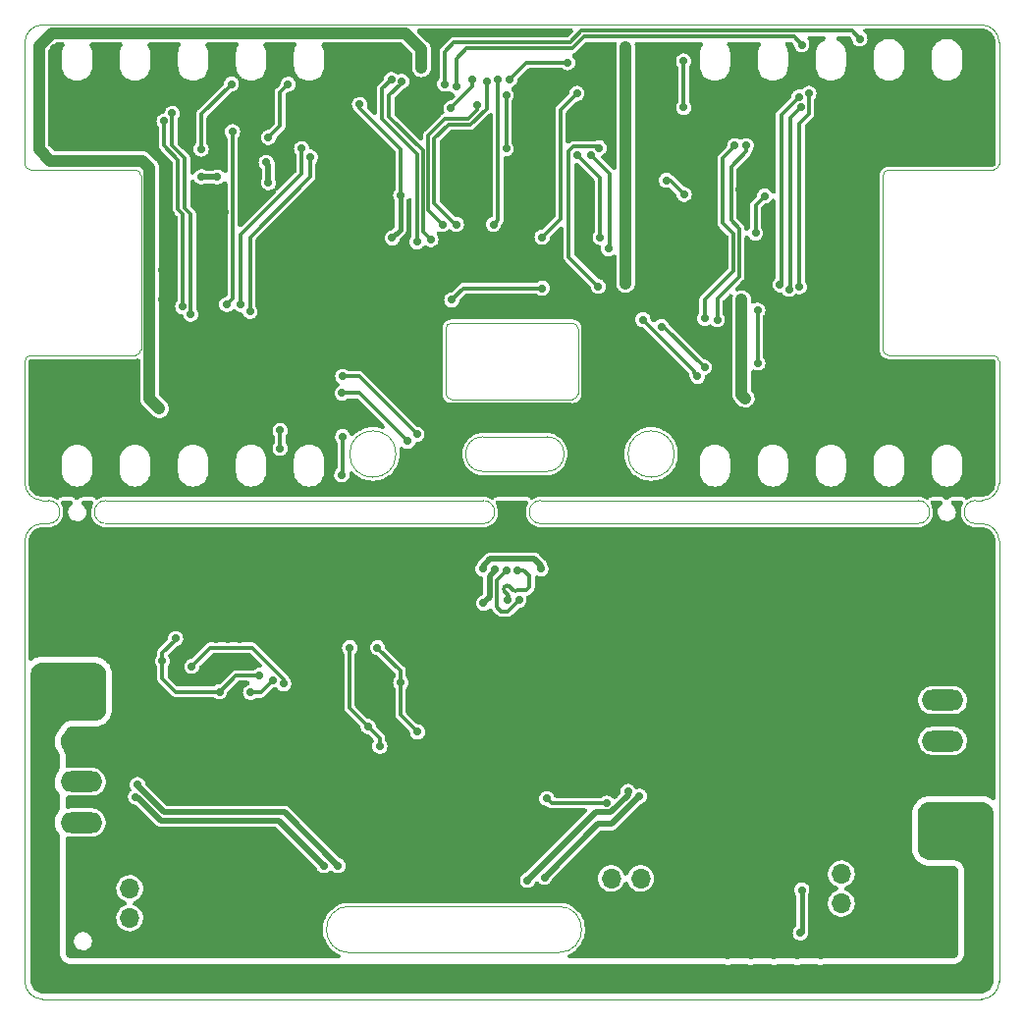
<source format=gbl>
G04 #@! TF.GenerationSoftware,KiCad,Pcbnew,6.0.10+dfsg-1~bpo11+1*
G04 #@! TF.CreationDate,2025-01-07T01:33:58+00:00*
G04 #@! TF.ProjectId,project,70726f6a-6563-4742-9e6b-696361645f70,rev?*
G04 #@! TF.SameCoordinates,Original*
G04 #@! TF.FileFunction,Copper,L4,Bot*
G04 #@! TF.FilePolarity,Positive*
%FSLAX46Y46*%
G04 Gerber Fmt 4.6, Leading zero omitted, Abs format (unit mm)*
G04 Created by KiCad (PCBNEW 6.0.10+dfsg-1~bpo11+1) date 2025-01-07 01:33:58*
%MOMM*%
%LPD*%
G01*
G04 APERTURE LIST*
G04 #@! TA.AperFunction,Profile*
%ADD10C,0.100000*%
G04 #@! TD*
G04 #@! TA.AperFunction,ComponentPad*
%ADD11O,3.600000X1.800000*%
G04 #@! TD*
G04 #@! TA.AperFunction,ComponentPad*
%ADD12C,5.000000*%
G04 #@! TD*
G04 #@! TA.AperFunction,ComponentPad*
%ADD13C,6.400000*%
G04 #@! TD*
G04 #@! TA.AperFunction,ComponentPad*
%ADD14C,0.900000*%
G04 #@! TD*
G04 #@! TA.AperFunction,ComponentPad*
%ADD15R,1.700000X1.700000*%
G04 #@! TD*
G04 #@! TA.AperFunction,ComponentPad*
%ADD16O,1.700000X1.700000*%
G04 #@! TD*
G04 #@! TA.AperFunction,ViaPad*
%ADD17C,0.700000*%
G04 #@! TD*
G04 #@! TA.AperFunction,Conductor*
%ADD18C,0.300000*%
G04 #@! TD*
G04 #@! TA.AperFunction,Conductor*
%ADD19C,0.400000*%
G04 #@! TD*
G04 #@! TA.AperFunction,Conductor*
%ADD20C,0.500000*%
G04 #@! TD*
G04 #@! TA.AperFunction,Conductor*
%ADD21C,1.000000*%
G04 #@! TD*
G04 APERTURE END LIST*
D10*
X208262500Y-111537500D02*
G75*
G03*
X208262500Y-113537500I0J-1000000D01*
G01*
X127762500Y-70537500D02*
G75*
G03*
X126262500Y-72037500I0J-1500000D01*
G01*
X127762500Y-113537500D02*
X128262500Y-113537500D01*
X171262500Y-106037500D02*
X165762500Y-106037500D01*
X172262500Y-150537500D02*
G75*
G03*
X172262500Y-146537500I0J2000000D01*
G01*
X133262500Y-113537500D02*
X165762500Y-113537500D01*
X158262500Y-107537500D02*
G75*
G03*
X158262500Y-107537500I-2000000J0D01*
G01*
X173462500Y-102837500D02*
X163062500Y-102837500D01*
X210262500Y-72037500D02*
G75*
G03*
X208762500Y-70537500I-1500000J0D01*
G01*
X126262500Y-99537500D02*
X126262500Y-110037500D01*
X165762500Y-111537500D02*
X133262500Y-111537500D01*
X200262500Y-98537500D02*
X200262500Y-83537500D01*
X208762500Y-154537500D02*
G75*
G03*
X210262500Y-153037500I0J1500000D01*
G01*
X203262500Y-111537500D02*
X170762500Y-111537500D01*
X126262500Y-153037500D02*
X126262500Y-115037500D01*
X200762500Y-83037500D02*
X209762500Y-83037500D01*
X210262500Y-115037500D02*
X210262500Y-153037500D01*
X127762500Y-113537500D02*
G75*
G03*
X126262500Y-115037500I0J-1500000D01*
G01*
X208762500Y-70537500D02*
X127762500Y-70537500D01*
X133262500Y-111537500D02*
G75*
G03*
X133262500Y-113537500I0J-1000000D01*
G01*
X162562500Y-102337500D02*
X162562500Y-96737500D01*
X173962500Y-96737500D02*
G75*
G03*
X173462500Y-96237500I-500000J0D01*
G01*
X209762500Y-99037500D02*
X200762500Y-99037500D01*
X163062500Y-96237500D02*
G75*
G03*
X162562500Y-96737500I0J-500000D01*
G01*
X171262500Y-109037500D02*
G75*
G03*
X171262500Y-106037500I0J1500000D01*
G01*
X135762500Y-99037500D02*
G75*
G03*
X136262500Y-98537500I0J500000D01*
G01*
X182262500Y-107537500D02*
G75*
G03*
X182262500Y-107537500I-2000000J0D01*
G01*
X165762500Y-106037500D02*
G75*
G03*
X165762500Y-109037500I0J-1500000D01*
G01*
X173462500Y-102837500D02*
G75*
G03*
X173962500Y-102337500I0J500000D01*
G01*
X200262500Y-98537500D02*
G75*
G03*
X200762500Y-99037500I500000J0D01*
G01*
X135762500Y-99037500D02*
X126762500Y-99037500D01*
X170762500Y-113537500D02*
X203262500Y-113537500D01*
X126262500Y-110037500D02*
G75*
G03*
X127762500Y-111537500I1500000J0D01*
G01*
X210262500Y-82537500D02*
X210262500Y-72037500D01*
X172262500Y-150537500D02*
X154262500Y-150537500D01*
X126262500Y-82537500D02*
G75*
G03*
X126762500Y-83037500I500000J0D01*
G01*
X208762500Y-111537500D02*
X208262500Y-111537500D01*
X126262500Y-153037500D02*
G75*
G03*
X127762500Y-154537500I1500000J0D01*
G01*
X154262500Y-146537500D02*
X172262500Y-146537500D01*
X165762500Y-113537500D02*
G75*
G03*
X165762500Y-111537500I0J1000000D01*
G01*
X126762500Y-99037500D02*
G75*
G03*
X126262500Y-99537500I0J-500000D01*
G01*
X208262500Y-113537500D02*
X208762500Y-113537500D01*
X200762500Y-83037500D02*
G75*
G03*
X200262500Y-83537500I0J-500000D01*
G01*
X203262500Y-113537500D02*
G75*
G03*
X203262500Y-111537500I0J1000000D01*
G01*
X173962500Y-96737500D02*
X173962500Y-102337500D01*
X208762500Y-111537500D02*
G75*
G03*
X210262500Y-110037500I0J1500000D01*
G01*
X136262500Y-83537500D02*
X136262500Y-98537500D01*
X128262500Y-113537500D02*
G75*
G03*
X128262500Y-111537500I0J1000000D01*
G01*
X165762500Y-109037500D02*
X171262500Y-109037500D01*
X170762500Y-111537500D02*
G75*
G03*
X170762500Y-113537500I0J-1000000D01*
G01*
X126262500Y-72037500D02*
X126262500Y-82537500D01*
X154262500Y-146537500D02*
G75*
G03*
X154262500Y-150537500I0J-2000000D01*
G01*
X210262500Y-115037500D02*
G75*
G03*
X208762500Y-113537500I-1500000J0D01*
G01*
X209762500Y-83037500D02*
G75*
G03*
X210262500Y-82537500I0J500000D01*
G01*
X136262500Y-83537500D02*
G75*
G03*
X135762500Y-83037500I-500000J0D01*
G01*
X210262500Y-99537500D02*
X210262500Y-110037500D01*
X163062500Y-96237500D02*
X173462500Y-96237500D01*
X127762500Y-111537500D02*
X128262500Y-111537500D01*
X126762500Y-83037500D02*
X135762500Y-83037500D01*
X162562500Y-102337500D02*
G75*
G03*
X163062500Y-102837500I500000J0D01*
G01*
X208762500Y-154537500D02*
X127762500Y-154537500D01*
X210262500Y-99537500D02*
G75*
G03*
X209762500Y-99037500I-500000J0D01*
G01*
G04 #@! TA.AperFunction,ComponentPad*
G36*
G01*
X173287500Y-115477500D02*
X173287500Y-116737500D01*
G75*
G02*
X173217500Y-116807500I-70000J0D01*
G01*
X171757500Y-116807500D01*
G75*
G02*
X171687500Y-116737500I0J70000D01*
G01*
X171687500Y-115477500D01*
G75*
G02*
X171757500Y-115407500I70000J0D01*
G01*
X173217500Y-115407500D01*
G75*
G02*
X173287500Y-115477500I0J-70000D01*
G01*
G37*
G04 #@! TD.AperFunction*
G04 #@! TA.AperFunction,ComponentPad*
G36*
G01*
X164862500Y-115452500D02*
X164862500Y-116622500D01*
G75*
G02*
X164797500Y-116687500I-65000J0D01*
G01*
X162227500Y-116687500D01*
G75*
G02*
X162162500Y-116622500I0J65000D01*
G01*
X162162500Y-115452500D01*
G75*
G02*
X162227500Y-115387500I65000J0D01*
G01*
X164797500Y-115387500D01*
G75*
G02*
X164862500Y-115452500I0J-65000D01*
G01*
G37*
G04 #@! TD.AperFunction*
G04 #@! TA.AperFunction,ComponentPad*
G36*
G01*
X174362500Y-118452500D02*
X174362500Y-119622500D01*
G75*
G02*
X174297500Y-119687500I-65000J0D01*
G01*
X171727500Y-119687500D01*
G75*
G02*
X171662500Y-119622500I0J65000D01*
G01*
X171662500Y-118452500D01*
G75*
G02*
X171727500Y-118387500I65000J0D01*
G01*
X174297500Y-118387500D01*
G75*
G02*
X174362500Y-118452500I0J-65000D01*
G01*
G37*
G04 #@! TD.AperFunction*
G04 #@! TA.AperFunction,ComponentPad*
G36*
G01*
X164837500Y-118337500D02*
X164837500Y-119597500D01*
G75*
G02*
X164767500Y-119667500I-70000J0D01*
G01*
X163307500Y-119667500D01*
G75*
G02*
X163237500Y-119597500I0J70000D01*
G01*
X163237500Y-118337500D01*
G75*
G02*
X163307500Y-118267500I70000J0D01*
G01*
X164767500Y-118267500D01*
G75*
G02*
X164837500Y-118337500I0J-70000D01*
G01*
G37*
G04 #@! TD.AperFunction*
G04 #@! TA.AperFunction,ComponentPad*
G36*
G01*
X206955000Y-140170000D02*
X203855000Y-140170000D01*
G75*
G02*
X203605000Y-139920000I0J250000D01*
G01*
X203605000Y-138620000D01*
G75*
G02*
X203855000Y-138370000I250000J0D01*
G01*
X206955000Y-138370000D01*
G75*
G02*
X207205000Y-138620000I0J-250000D01*
G01*
X207205000Y-139920000D01*
G75*
G02*
X206955000Y-140170000I-250000J0D01*
G01*
G37*
G04 #@! TD.AperFunction*
D11*
X205405000Y-135770000D03*
X205405000Y-132270000D03*
X205405000Y-128770000D03*
D12*
X183262500Y-90037500D03*
D13*
X153262500Y-135037500D03*
D14*
X151565444Y-133340444D03*
X150862500Y-135037500D03*
X153262500Y-132637500D03*
X153262500Y-137437500D03*
X154959556Y-133340444D03*
X154959556Y-136734556D03*
X155662500Y-135037500D03*
X151565444Y-136734556D03*
X183262500Y-137437500D03*
X181565444Y-133340444D03*
X180862500Y-135037500D03*
X183262500Y-132637500D03*
X185662500Y-135037500D03*
X184959556Y-133340444D03*
X184959556Y-136734556D03*
X181565444Y-136734556D03*
D13*
X183262500Y-135037500D03*
D12*
X153262500Y-90012500D03*
G04 #@! TA.AperFunction,ComponentPad*
G36*
G01*
X129570000Y-127905000D02*
X132670000Y-127905000D01*
G75*
G02*
X132920000Y-128155000I0J-250000D01*
G01*
X132920000Y-129455000D01*
G75*
G02*
X132670000Y-129705000I-250000J0D01*
G01*
X129570000Y-129705000D01*
G75*
G02*
X129320000Y-129455000I0J250000D01*
G01*
X129320000Y-128155000D01*
G75*
G02*
X129570000Y-127905000I250000J0D01*
G01*
G37*
G04 #@! TD.AperFunction*
D11*
X131120000Y-132305000D03*
X131120000Y-135805000D03*
X131120000Y-139305000D03*
D15*
X135292500Y-150082500D03*
D16*
X135292500Y-147542500D03*
X135292500Y-145002500D03*
D15*
X174275000Y-144137500D03*
D16*
X176815000Y-144137500D03*
X179355000Y-144137500D03*
D15*
X196662500Y-141197500D03*
D16*
X196662500Y-143737500D03*
X196662500Y-146277500D03*
D17*
X189262500Y-88487500D03*
X190062500Y-85287500D03*
X191376256Y-92933957D03*
X193019385Y-76749617D03*
X193163500Y-77637500D03*
X192177221Y-93343299D03*
X173062500Y-73787000D03*
X168062500Y-75237500D03*
X193863000Y-76437500D03*
X193045616Y-93108796D03*
X173862500Y-81738000D03*
X167762000Y-81188000D03*
X167762000Y-76612500D03*
X175862500Y-88837500D03*
X179557122Y-95942878D03*
X184262500Y-100837500D03*
X184862500Y-100037500D03*
X167062500Y-75237500D03*
X181151744Y-96548256D03*
X166662500Y-87737000D03*
X173862500Y-76437500D03*
X153576022Y-109323978D03*
X153662500Y-106037500D03*
X163062500Y-94237500D03*
X170862500Y-93237500D03*
X170862500Y-88837000D03*
X163462500Y-87737000D03*
X148262500Y-105488000D03*
X148262500Y-107037500D03*
X166062500Y-75437500D03*
X155112500Y-77387500D03*
X157925000Y-88900000D03*
X158662500Y-85237500D03*
X143462500Y-104237500D03*
X148462500Y-89037500D03*
X168762500Y-85037500D03*
X161062500Y-75837500D03*
X170262500Y-85037500D03*
X138862500Y-86837500D03*
X138062500Y-94237500D03*
X165262500Y-86037500D03*
X168762500Y-86037500D03*
X165262500Y-84037500D03*
X163762500Y-85037500D03*
X171762500Y-74537500D03*
X138762500Y-72537500D03*
X159062500Y-77037500D03*
X160062500Y-76437500D03*
X133762500Y-72537500D03*
X154762500Y-74537500D03*
X179462500Y-80637500D03*
X138862500Y-87637500D03*
X170262500Y-84037500D03*
X162762500Y-86037500D03*
X163762500Y-86037500D03*
X165262500Y-85037500D03*
X159062500Y-97637500D03*
X142867878Y-104842878D03*
X162762500Y-85037500D03*
X161062500Y-76437500D03*
X159062500Y-76437500D03*
X181462500Y-80637500D03*
X154762500Y-76537500D03*
X161062500Y-77037500D03*
X189062500Y-84687500D03*
X128762500Y-72537500D03*
X192462500Y-103637500D03*
X138062500Y-91637500D03*
X163762500Y-84037500D03*
X188262500Y-92837500D03*
X170262500Y-86037500D03*
X155062500Y-97637500D03*
X187862500Y-84687500D03*
X199262500Y-87487500D03*
X168762500Y-84037500D03*
X165717500Y-103982500D03*
X194062500Y-84887500D03*
X160062500Y-77037500D03*
X162762500Y-84037500D03*
X192462500Y-102837500D03*
X160062500Y-75837500D03*
X170917500Y-103982500D03*
X171762500Y-76537500D03*
X143462500Y-86637500D03*
X146462500Y-126637500D03*
X139248958Y-123450500D03*
X143050500Y-128037500D03*
X138118500Y-125393500D03*
X147262500Y-84137000D03*
X141458000Y-83637500D03*
X147062500Y-82388000D03*
X142862500Y-83637500D03*
X189462500Y-99687500D03*
X147262500Y-80237500D03*
X175712500Y-93087500D03*
X175767088Y-81141589D03*
X148953854Y-75643944D03*
X189462500Y-95138000D03*
X176462500Y-137637500D03*
X171262500Y-137237500D03*
X140648673Y-125849500D03*
X148574500Y-127349500D03*
X145710403Y-128089597D03*
X147661780Y-127026024D03*
X144062500Y-75637500D03*
X175062500Y-81738000D03*
X141462500Y-81237500D03*
X176562000Y-89837500D03*
X162262500Y-87737000D03*
X165262500Y-77437500D03*
X183062500Y-77637500D03*
X144162500Y-79737500D03*
X183062500Y-73637500D03*
X143662500Y-94637500D03*
X139862500Y-94837500D03*
X138262500Y-78837500D03*
X163008856Y-77702041D03*
X164862500Y-75237500D03*
X138962000Y-78137000D03*
X140562000Y-95473544D03*
X150113809Y-81186191D03*
X144862500Y-94637500D03*
X145662500Y-95237500D03*
X150864059Y-81936441D03*
X193262500Y-72237000D03*
X163462500Y-75837500D03*
X187462500Y-80938000D03*
X153662500Y-100837500D03*
X160062500Y-105837500D03*
X184862500Y-95837500D03*
X188462500Y-80938000D03*
X185969794Y-95944794D03*
X159262500Y-106437500D03*
X153612500Y-102287500D03*
X162462500Y-75637500D03*
X198262500Y-71737000D03*
X170762500Y-117437500D03*
X165762500Y-117437500D03*
X171062500Y-144037500D03*
X153262500Y-143037500D03*
X179262500Y-137037500D03*
X135963000Y-136037500D03*
X178262500Y-136637500D03*
X135797168Y-137102832D03*
X169597168Y-144302832D03*
X152060230Y-143042039D03*
X127462500Y-74637500D03*
X160462500Y-74237500D03*
X188382858Y-102717142D03*
X137862500Y-103637500D03*
X178062500Y-72437500D03*
X178062500Y-92837500D03*
X178062500Y-85037500D03*
X188062500Y-94237500D03*
X161262500Y-89037500D03*
X158746900Y-75402057D03*
X157862500Y-75237500D03*
X160062500Y-89237500D03*
X166817878Y-117492878D03*
X165800000Y-120402832D03*
X168862500Y-120137500D03*
X167762500Y-117537500D03*
X168762500Y-117537500D03*
X167867878Y-120142878D03*
X154262500Y-124237500D03*
X156862500Y-132737000D03*
X155862500Y-131037500D03*
X160112250Y-131487250D03*
X156662500Y-124237500D03*
X158662500Y-127237500D03*
X183105650Y-85137000D03*
X181562853Y-83937853D03*
X193262500Y-145137500D03*
X193128862Y-148833637D03*
X146876250Y-146721250D03*
X181062500Y-145537500D03*
X175262500Y-122837500D03*
X194862500Y-149937500D03*
X184462500Y-147337500D03*
X144292500Y-146737500D03*
X143232500Y-135837500D03*
X144762500Y-125037500D03*
X174462500Y-121637500D03*
X137100000Y-121000000D03*
X165262500Y-141237500D03*
X145262500Y-125537500D03*
X186862500Y-149937500D03*
X162662500Y-139037500D03*
X177262500Y-114837500D03*
X157762500Y-131537500D03*
X188862500Y-144137500D03*
X168262500Y-122337500D03*
X183262500Y-114837500D03*
X162662500Y-141237500D03*
X146232500Y-136037500D03*
X183262500Y-115637500D03*
X184637500Y-149312500D03*
X190862500Y-150737500D03*
X142762500Y-123537500D03*
X147462500Y-116037500D03*
X203662500Y-149037500D03*
X137262500Y-116237500D03*
X141462500Y-128837500D03*
X160262500Y-124237500D03*
X143762500Y-125037500D03*
X143062500Y-116837500D03*
X159262500Y-115037500D03*
X164262500Y-122237500D03*
X180633457Y-147083563D03*
X153262500Y-114837500D03*
X146892500Y-145137500D03*
X174462500Y-121037500D03*
X141462500Y-129437500D03*
X159262500Y-115637500D03*
X141692500Y-146537500D03*
X182462500Y-147137500D03*
X170462500Y-141237500D03*
X142092500Y-148337500D03*
X192862500Y-149937500D03*
X188862500Y-143337500D03*
X136200000Y-121900000D03*
X164262500Y-120637500D03*
X190862500Y-143337500D03*
X143762500Y-123537500D03*
X177262500Y-115637500D03*
X140262500Y-116237500D03*
X181862500Y-145537500D03*
X188862500Y-150737500D03*
X143262500Y-123037500D03*
X153262500Y-115637500D03*
X143462500Y-114637500D03*
X175262500Y-121237500D03*
X150862500Y-122237500D03*
X188862500Y-144937500D03*
X161262500Y-124237500D03*
X142492500Y-146737500D03*
X165262500Y-139037500D03*
X186862500Y-150737500D03*
X143262500Y-125537500D03*
X148492500Y-145137500D03*
X148492500Y-146737500D03*
X147462500Y-114437500D03*
X139262500Y-116237500D03*
X148487500Y-140942500D03*
X168662500Y-141237500D03*
X143462500Y-115837500D03*
X140892500Y-146537500D03*
X146487500Y-140942500D03*
X190862500Y-144937500D03*
X138262500Y-116237500D03*
X145262500Y-118637500D03*
X161062500Y-141237500D03*
X170462500Y-139037500D03*
X144762500Y-123537500D03*
X197862500Y-149037500D03*
X188862500Y-149937500D03*
X137962500Y-121937500D03*
X190972500Y-119902500D03*
X192862500Y-150737500D03*
X145432500Y-136037500D03*
X147462500Y-123637500D03*
X149062500Y-122437500D03*
X155262500Y-124037500D03*
X144262500Y-125537500D03*
X194862500Y-150737500D03*
X190862500Y-144137500D03*
X195937500Y-118737500D03*
X142762500Y-125037500D03*
X144262500Y-123037500D03*
X168662500Y-139037500D03*
X140892500Y-144737500D03*
X149462500Y-123637500D03*
X137100000Y-123000000D03*
X190862500Y-149937500D03*
X163662500Y-139037500D03*
X161062500Y-139037500D03*
X163662500Y-141237500D03*
X145262500Y-123037500D03*
D18*
X189262500Y-86087500D02*
X190062500Y-85287500D01*
X189262500Y-88487500D02*
X189262500Y-86087500D01*
X191462500Y-78306502D02*
X191462500Y-92847713D01*
X191462500Y-92847713D02*
X191376256Y-92933957D01*
X193019385Y-76749617D02*
X191462500Y-78306502D01*
X192262500Y-93258020D02*
X192177221Y-93343299D01*
X193163500Y-77637500D02*
X192262500Y-78538500D01*
X192262500Y-78538500D02*
X192262500Y-93258020D01*
X193863000Y-78237000D02*
X193045616Y-79054384D01*
X169513000Y-73787000D02*
X168062500Y-75237500D01*
X193045616Y-79054384D02*
X193045616Y-93108796D01*
X193863000Y-76437500D02*
X193863000Y-78237000D01*
X173062500Y-73787000D02*
X169513000Y-73787000D01*
X175862500Y-83738000D02*
X175862500Y-88837500D01*
X183962500Y-100537500D02*
X184262500Y-100837500D01*
X179557122Y-95942878D02*
X183962500Y-100348256D01*
X173862500Y-81738000D02*
X175862500Y-83738000D01*
X167762000Y-81188000D02*
X167762000Y-76612500D01*
X183962500Y-100348256D02*
X183962500Y-100537500D01*
X167062500Y-75237500D02*
X167062500Y-87337000D01*
X167062500Y-87337000D02*
X166662500Y-87737000D01*
X181151744Y-96548256D02*
X181373256Y-96548256D01*
X181373256Y-96548256D02*
X184862500Y-100037500D01*
X172462500Y-87237500D02*
X172462500Y-81037500D01*
X163062500Y-94237500D02*
X164062500Y-93237500D01*
X172462500Y-77837500D02*
X173862500Y-76437500D01*
X170862500Y-88837000D02*
X170863000Y-88837000D01*
X164062500Y-93237500D02*
X170862500Y-93237500D01*
X172462500Y-81037500D02*
X172462500Y-77837500D01*
X153662500Y-109237500D02*
X153662500Y-106037500D01*
X153576022Y-109323978D02*
X153662500Y-109237500D01*
X170863000Y-88837000D02*
X172462500Y-87237500D01*
X162862500Y-79137500D02*
X164669606Y-79137500D01*
X148262500Y-107037500D02*
X148262500Y-105488000D01*
X163362000Y-87737000D02*
X161562500Y-85937500D01*
X161562500Y-80337500D02*
X162762500Y-79137500D01*
X166062500Y-77744606D02*
X166062500Y-75437500D01*
X164669606Y-79137500D02*
X166062500Y-77744606D01*
X163462500Y-87737000D02*
X163362000Y-87737000D01*
X161562500Y-85937500D02*
X161562500Y-84037500D01*
X162762500Y-79137500D02*
X162862500Y-79137500D01*
X161562500Y-84037500D02*
X161562500Y-80337500D01*
X155112500Y-77387500D02*
X155112500Y-77687500D01*
X155112500Y-77687500D02*
X158662500Y-81237500D01*
D19*
X157925000Y-88900000D02*
X158662500Y-88162500D01*
D18*
X158662500Y-81237500D02*
X158662500Y-85237500D01*
D19*
X158662500Y-88162500D02*
X158662500Y-85237500D01*
D18*
X138118500Y-125393500D02*
X138118500Y-124681500D01*
X138118500Y-124681500D02*
X139248958Y-123551042D01*
X139248958Y-123551042D02*
X139248958Y-123450500D01*
X138118500Y-125393500D02*
X138118500Y-126893500D01*
X138118500Y-126893500D02*
X139262500Y-128037500D01*
X144450500Y-126637500D02*
X146462500Y-126637500D01*
X139262500Y-128037500D02*
X143050500Y-128037500D01*
X143050500Y-128037500D02*
X144450500Y-126637500D01*
D20*
X142862500Y-83637500D02*
X141458000Y-83637500D01*
X147262500Y-82588000D02*
X147062500Y-82388000D01*
X147262500Y-84137000D02*
X147262500Y-82588000D01*
D18*
X173162500Y-81448050D02*
X173573050Y-81037500D01*
X148262500Y-79237500D02*
X148262500Y-76335298D01*
X147262500Y-80237500D02*
X148262500Y-79237500D01*
X175712500Y-93087500D02*
X173162500Y-90537500D01*
X148262500Y-76335298D02*
X148953854Y-75643944D01*
X173573050Y-81037500D02*
X175662999Y-81037500D01*
X173162500Y-90537500D02*
X173162500Y-81448050D01*
X189462500Y-99687500D02*
X189462500Y-95138000D01*
X175662999Y-81037500D02*
X175767088Y-81141589D01*
X171662500Y-137637500D02*
X171262500Y-137237500D01*
X176462500Y-137637500D02*
X171662500Y-137637500D01*
X145862500Y-124237500D02*
X142260673Y-124237500D01*
X142260673Y-124237500D02*
X140648673Y-125849500D01*
X148574500Y-127349500D02*
X148574500Y-126949500D01*
X148574500Y-126949500D02*
X145862500Y-124237500D01*
X147661780Y-127038220D02*
X146610403Y-128089597D01*
X146610403Y-128089597D02*
X145710403Y-128089597D01*
X147661780Y-127026024D02*
X147661780Y-127038220D01*
X176662500Y-83338000D02*
X176662500Y-89737000D01*
X141462500Y-81237500D02*
X141462500Y-78237500D01*
X141462500Y-78237500D02*
X144062500Y-75637500D01*
X176662500Y-89737000D02*
X176562000Y-89837500D01*
X175062500Y-81738000D02*
X176662500Y-83338000D01*
X165262500Y-77837500D02*
X165262500Y-77437500D01*
X161062500Y-86537000D02*
X161062500Y-80037500D01*
X162262500Y-87737000D02*
X161062500Y-86537000D01*
X161062500Y-80037500D02*
X162462500Y-78637500D01*
X162462500Y-78637500D02*
X164462500Y-78637500D01*
X164462500Y-78637500D02*
X165262500Y-77837500D01*
X144162500Y-94137500D02*
X143662500Y-94637500D01*
X183062500Y-77637500D02*
X183062500Y-73637500D01*
X144162500Y-79737500D02*
X144162500Y-94137500D01*
X138262500Y-80944606D02*
X139462500Y-82144606D01*
X164862500Y-75848397D02*
X164862500Y-75237500D01*
X138262500Y-78837500D02*
X138262500Y-80944606D01*
X139862500Y-86847550D02*
X139862500Y-94837500D01*
X139462500Y-82144606D02*
X139462500Y-86447550D01*
X163008856Y-77702041D02*
X164862500Y-75848397D01*
X139462500Y-86447550D02*
X139862500Y-86847550D01*
X138962000Y-80937000D02*
X140062500Y-82037500D01*
X140062500Y-82037500D02*
X140062500Y-86340444D01*
X140562000Y-86839944D02*
X140562000Y-95473544D01*
X138962000Y-78137000D02*
X138962000Y-80937000D01*
X140062500Y-86340444D02*
X140562000Y-86839944D01*
X144862500Y-88637500D02*
X144862500Y-94637500D01*
X150113809Y-83386191D02*
X144862500Y-88637500D01*
X150113809Y-81186191D02*
X150113809Y-83386191D01*
X145662500Y-88837500D02*
X145662500Y-95237500D01*
X150864059Y-81936441D02*
X150864059Y-83635941D01*
X150864059Y-83635941D02*
X145662500Y-88837500D01*
X192563000Y-71537500D02*
X193262500Y-72237000D01*
X163462500Y-73437500D02*
X164362500Y-72537500D01*
X174469606Y-71537500D02*
X192563000Y-71537500D01*
X173469606Y-72537500D02*
X174469606Y-71537500D01*
X163462500Y-75837500D02*
X163462500Y-73437500D01*
X164362500Y-72537500D02*
X173469606Y-72537500D01*
X155062500Y-100837500D02*
X160062500Y-105837500D01*
X187462500Y-81037500D02*
X186462500Y-82037500D01*
X187362500Y-88537500D02*
X187362500Y-91737500D01*
X187362500Y-91737500D02*
X184862500Y-94237500D01*
X153662500Y-100837500D02*
X155062500Y-100837500D01*
X186462500Y-87637500D02*
X187362500Y-88537500D01*
X184862500Y-94237500D02*
X184862500Y-95837500D01*
X186462500Y-82037500D02*
X186462500Y-87637500D01*
X187462500Y-80938000D02*
X187462500Y-81037500D01*
X155112500Y-102287500D02*
X159262500Y-106437500D01*
X188462500Y-80938000D02*
X188462500Y-81437500D01*
X153612500Y-102287500D02*
X155112500Y-102287500D01*
X188462500Y-81437500D02*
X187162500Y-82737500D01*
X187162500Y-87377450D02*
X187862500Y-88077450D01*
X187862500Y-92247550D02*
X185969794Y-94140256D01*
X187162500Y-82737500D02*
X187162500Y-87377450D01*
X187862500Y-88077450D02*
X187862500Y-92247550D01*
X185969794Y-94140256D02*
X185969794Y-95944794D01*
X174262500Y-71037500D02*
X197563000Y-71037500D01*
X197563000Y-71037500D02*
X198262500Y-71737000D01*
X162462500Y-75637500D02*
X162462500Y-72837500D01*
X163262500Y-72037500D02*
X173262500Y-72037500D01*
X162462500Y-72837500D02*
X163262500Y-72037500D01*
X173262500Y-72037500D02*
X174262500Y-71037500D01*
D20*
X170762500Y-117162500D02*
X170200000Y-116600000D01*
X170200000Y-116600000D02*
X166389692Y-116600000D01*
X170762500Y-117437500D02*
X170762500Y-117162500D01*
X165762500Y-117227192D02*
X165762500Y-117437500D01*
X166389692Y-116600000D02*
X165762500Y-117227192D01*
X153262500Y-143037500D02*
X148662500Y-138437500D01*
X135963000Y-136138000D02*
X135963000Y-136037500D01*
X171062500Y-144037500D02*
X175662500Y-139437500D01*
X148662500Y-138437500D02*
X138262500Y-138437500D01*
X138262500Y-138437500D02*
X135963000Y-136138000D01*
X176862500Y-139437500D02*
X179262500Y-137037500D01*
X175662500Y-139437500D02*
X176862500Y-139437500D01*
X175462500Y-138437500D02*
X176793871Y-138437500D01*
X176793871Y-138437500D02*
X178262500Y-136968871D01*
X137962500Y-139137500D02*
X148155691Y-139137500D01*
X135797168Y-137102832D02*
X135927832Y-137102832D01*
X169597168Y-144302832D02*
X175462500Y-138437500D01*
X135927832Y-137102832D02*
X137962500Y-139137500D01*
X178262500Y-136968871D02*
X178262500Y-136637500D01*
X148155691Y-139137500D02*
X152060230Y-143042039D01*
D21*
X127462500Y-81237500D02*
X127462500Y-74637500D01*
X127462500Y-72352575D02*
X127462500Y-74637500D01*
X178062500Y-85037500D02*
X178062500Y-72437500D01*
X137012500Y-82836949D02*
X136413051Y-82237500D01*
X188062500Y-94237500D02*
X188062500Y-102396784D01*
X128577575Y-71237500D02*
X127462500Y-72352575D01*
X160462500Y-72637500D02*
X159062500Y-71237500D01*
X136413051Y-82237500D02*
X128462500Y-82237500D01*
X128462500Y-82237500D02*
X127462500Y-81237500D01*
X137012500Y-102787500D02*
X137012500Y-82836949D01*
X159062500Y-71237500D02*
X128577575Y-71237500D01*
X137862500Y-103637500D02*
X137012500Y-102787500D01*
X188062500Y-102396784D02*
X188382858Y-102717142D01*
X178062500Y-85037500D02*
X178062500Y-92837500D01*
X160462500Y-74237500D02*
X160462500Y-72637500D01*
D18*
X158746900Y-75553100D02*
X157662500Y-76637500D01*
X160562500Y-81337500D02*
X160562500Y-88337500D01*
X157662500Y-78437500D02*
X160562500Y-81337500D01*
X158746900Y-75402057D02*
X158746900Y-75553100D01*
X160562500Y-88337500D02*
X161262500Y-89037500D01*
X157662500Y-76637500D02*
X157662500Y-78437500D01*
X157862500Y-75237500D02*
X157062500Y-76037500D01*
X160062500Y-81637500D02*
X160062500Y-89237500D01*
X157062500Y-78637500D02*
X160062500Y-81637500D01*
X157062500Y-76037500D02*
X157062500Y-78637500D01*
D20*
X165800000Y-120402832D02*
X166317878Y-119884954D01*
X166317878Y-119884954D02*
X166317878Y-118082122D01*
X166317878Y-118082122D02*
X166817878Y-117582122D01*
X166817878Y-117582122D02*
X166817878Y-117492878D01*
D18*
X167907122Y-121092878D02*
X168862500Y-120137500D01*
X166917878Y-118382122D02*
X166917878Y-120682828D01*
X166917878Y-120682828D02*
X167327928Y-121092878D01*
X167762500Y-117537500D02*
X166917878Y-118382122D01*
X167327928Y-121092878D02*
X167907122Y-121092878D01*
X167631128Y-119389677D02*
X167913970Y-119672519D01*
X169762500Y-118037500D02*
X169762500Y-119037500D01*
X167913970Y-120096783D02*
X167913971Y-120096784D01*
X168762500Y-117537500D02*
X169262500Y-117537500D01*
X168338234Y-119248256D02*
X168338235Y-119248256D01*
X169262500Y-117537500D02*
X169762500Y-118037500D01*
X167913971Y-120096784D02*
X167867878Y-120142878D01*
X169762500Y-119037500D02*
X169518902Y-119281098D01*
X168338235Y-119248256D02*
X168055392Y-118965413D01*
X169518902Y-119281098D02*
X168728352Y-119281098D01*
X167631173Y-119389632D02*
G75*
G02*
X167631128Y-118965413I212127J212132D01*
G01*
X168338220Y-119248270D02*
G75*
G03*
X168728352Y-119281098I214780J217870D01*
G01*
X167631129Y-118965414D02*
G75*
G02*
X168055391Y-118965414I212131J-212131D01*
G01*
X167914019Y-120096832D02*
G75*
G03*
X167913970Y-119672519I-212219J212132D01*
G01*
X155862500Y-131037500D02*
X154262500Y-129437500D01*
X155862500Y-131037500D02*
X156862500Y-132037500D01*
X154262500Y-129437500D02*
X154262500Y-124237500D01*
X156862500Y-132037500D02*
X156862500Y-132737000D01*
X158662500Y-130037500D02*
X158662500Y-127237500D01*
X158662500Y-126237500D02*
X158662500Y-127237500D01*
X160112250Y-131487250D02*
X158662500Y-130037500D01*
X156662500Y-124237500D02*
X158662500Y-126237500D01*
X181562853Y-83937853D02*
X181906503Y-83937853D01*
X181906503Y-83937853D02*
X183105650Y-85137000D01*
D19*
X193262500Y-148699999D02*
X193262500Y-145137500D01*
X193128862Y-148833637D02*
X193262500Y-148699999D01*
G04 #@! TA.AperFunction,Conductor*
G36*
X130289784Y-111557207D02*
G01*
X130359025Y-111612426D01*
X130397452Y-111692218D01*
X130397452Y-111780782D01*
X130359025Y-111860574D01*
X130308898Y-111905259D01*
X130277127Y-111925112D01*
X130153515Y-112047864D01*
X130060171Y-112194951D01*
X130001733Y-112359064D01*
X130000415Y-112370113D01*
X130000415Y-112370115D01*
X129992325Y-112437964D01*
X129981106Y-112532045D01*
X129982269Y-112543108D01*
X129998040Y-112693153D01*
X129999316Y-112705297D01*
X130055456Y-112870209D01*
X130101097Y-112944398D01*
X130119082Y-112973631D01*
X130146738Y-113018586D01*
X130268624Y-113143052D01*
X130415056Y-113237421D01*
X130425509Y-113241226D01*
X130425510Y-113241226D01*
X130568304Y-113293199D01*
X130568309Y-113293200D01*
X130578757Y-113297003D01*
X130713301Y-113314000D01*
X130806300Y-113314000D01*
X130882079Y-113305500D01*
X130924569Y-113300734D01*
X130924572Y-113300733D01*
X130935621Y-113299494D01*
X131055506Y-113257746D01*
X131089627Y-113245864D01*
X131100137Y-113242204D01*
X131247873Y-113149888D01*
X131371485Y-113027136D01*
X131464829Y-112880049D01*
X131523267Y-112715936D01*
X131530727Y-112653376D01*
X131542577Y-112554002D01*
X131542577Y-112553999D01*
X131543894Y-112542955D01*
X131531141Y-112421624D01*
X131526847Y-112380765D01*
X131526846Y-112380762D01*
X131525684Y-112369703D01*
X131469544Y-112204791D01*
X131423903Y-112130603D01*
X131384092Y-112065890D01*
X131384090Y-112065888D01*
X131378262Y-112056414D01*
X131256376Y-111931948D01*
X131212657Y-111903773D01*
X131150756Y-111840435D01*
X131122466Y-111756511D01*
X131133390Y-111668624D01*
X131181366Y-111594181D01*
X131256890Y-111547926D01*
X131320457Y-111537500D01*
X131990983Y-111537500D01*
X132077326Y-111557207D01*
X132146567Y-111612426D01*
X132184994Y-111692218D01*
X132184994Y-111780782D01*
X132165998Y-111831214D01*
X132107182Y-111939897D01*
X132067455Y-112013305D01*
X132032465Y-112115228D01*
X132001718Y-112204791D01*
X131997474Y-112217152D01*
X131962000Y-112429738D01*
X131962000Y-112645262D01*
X131997474Y-112857848D01*
X132000144Y-112865626D01*
X132000145Y-112865629D01*
X132008322Y-112889447D01*
X132067455Y-113061695D01*
X132071369Y-113068927D01*
X132071371Y-113068932D01*
X132165142Y-113242204D01*
X132170034Y-113251244D01*
X132302412Y-113421323D01*
X132460979Y-113567294D01*
X132641409Y-113685175D01*
X132838781Y-113771751D01*
X132846755Y-113773770D01*
X132846757Y-113773771D01*
X133039738Y-113822640D01*
X133047711Y-113824659D01*
X133260585Y-113842298D01*
X133262500Y-113842636D01*
X133279654Y-113839611D01*
X133287776Y-113839612D01*
X133306204Y-113838000D01*
X165718796Y-113838000D01*
X165737224Y-113839612D01*
X165745346Y-113839611D01*
X165762500Y-113842636D01*
X165764415Y-113842298D01*
X165784982Y-113840594D01*
X165784983Y-113840594D01*
X165855924Y-113834715D01*
X165977289Y-113824659D01*
X165985262Y-113822640D01*
X166178243Y-113773771D01*
X166178245Y-113773770D01*
X166186219Y-113771751D01*
X166383591Y-113685175D01*
X166564021Y-113567294D01*
X166722588Y-113421323D01*
X166854966Y-113251244D01*
X166859858Y-113242204D01*
X166953629Y-113068932D01*
X166953631Y-113068927D01*
X166957545Y-113061695D01*
X167016678Y-112889447D01*
X167024855Y-112865629D01*
X167024856Y-112865626D01*
X167027526Y-112857848D01*
X167063000Y-112645262D01*
X167063000Y-112429738D01*
X167027526Y-112217152D01*
X167023283Y-112204791D01*
X166992536Y-112115229D01*
X166957545Y-112013305D01*
X166917819Y-111939897D01*
X166859002Y-111831214D01*
X166835239Y-111745898D01*
X166850847Y-111658721D01*
X166902733Y-111586949D01*
X166980622Y-111544797D01*
X167034017Y-111537500D01*
X169490983Y-111537500D01*
X169577326Y-111557207D01*
X169646567Y-111612426D01*
X169684994Y-111692218D01*
X169684994Y-111780782D01*
X169665998Y-111831214D01*
X169607182Y-111939897D01*
X169567455Y-112013305D01*
X169532465Y-112115228D01*
X169501718Y-112204791D01*
X169497474Y-112217152D01*
X169462000Y-112429738D01*
X169462000Y-112645262D01*
X169497474Y-112857848D01*
X169500144Y-112865626D01*
X169500145Y-112865629D01*
X169508322Y-112889447D01*
X169567455Y-113061695D01*
X169571369Y-113068927D01*
X169571371Y-113068932D01*
X169665142Y-113242204D01*
X169670034Y-113251244D01*
X169802412Y-113421323D01*
X169960979Y-113567294D01*
X170141409Y-113685175D01*
X170338781Y-113771751D01*
X170346755Y-113773770D01*
X170346757Y-113773771D01*
X170539738Y-113822640D01*
X170547711Y-113824659D01*
X170760585Y-113842298D01*
X170762500Y-113842636D01*
X170779654Y-113839611D01*
X170787776Y-113839612D01*
X170806204Y-113838000D01*
X203218796Y-113838000D01*
X203237224Y-113839612D01*
X203245346Y-113839611D01*
X203262500Y-113842636D01*
X203264415Y-113842298D01*
X203284982Y-113840594D01*
X203284983Y-113840594D01*
X203355924Y-113834715D01*
X203477289Y-113824659D01*
X203485262Y-113822640D01*
X203678243Y-113773771D01*
X203678245Y-113773770D01*
X203686219Y-113771751D01*
X203883591Y-113685175D01*
X204064021Y-113567294D01*
X204222588Y-113421323D01*
X204354966Y-113251244D01*
X204359858Y-113242204D01*
X204453629Y-113068932D01*
X204453631Y-113068927D01*
X204457545Y-113061695D01*
X204516678Y-112889447D01*
X204524855Y-112865629D01*
X204524856Y-112865626D01*
X204527526Y-112857848D01*
X204563000Y-112645262D01*
X204563000Y-112429738D01*
X204527526Y-112217152D01*
X204523283Y-112204791D01*
X204492535Y-112115228D01*
X204457545Y-112013305D01*
X204417819Y-111939897D01*
X204359002Y-111831214D01*
X204335239Y-111745898D01*
X204350847Y-111658721D01*
X204402733Y-111586949D01*
X204480622Y-111544797D01*
X204534017Y-111537500D01*
X205203441Y-111537500D01*
X205289784Y-111557207D01*
X205359025Y-111612426D01*
X205397452Y-111692218D01*
X205397452Y-111780782D01*
X205359025Y-111860574D01*
X205308898Y-111905259D01*
X205277127Y-111925112D01*
X205153515Y-112047864D01*
X205060171Y-112194951D01*
X205001733Y-112359064D01*
X205000415Y-112370113D01*
X205000415Y-112370115D01*
X204992325Y-112437964D01*
X204981106Y-112532045D01*
X204982269Y-112543108D01*
X204998040Y-112693153D01*
X204999316Y-112705297D01*
X205055456Y-112870209D01*
X205101097Y-112944397D01*
X205119082Y-112973631D01*
X205146738Y-113018586D01*
X205268624Y-113143052D01*
X205415056Y-113237421D01*
X205425509Y-113241226D01*
X205425510Y-113241226D01*
X205568304Y-113293199D01*
X205568309Y-113293200D01*
X205578757Y-113297003D01*
X205713301Y-113314000D01*
X205806300Y-113314000D01*
X205882079Y-113305500D01*
X205924569Y-113300734D01*
X205924572Y-113300733D01*
X205935621Y-113299494D01*
X206055506Y-113257746D01*
X206089627Y-113245864D01*
X206100137Y-113242204D01*
X206247873Y-113149888D01*
X206371485Y-113027136D01*
X206464829Y-112880049D01*
X206523267Y-112715936D01*
X206530727Y-112653376D01*
X206542577Y-112554002D01*
X206542577Y-112553999D01*
X206543894Y-112542955D01*
X206531141Y-112421624D01*
X206526847Y-112380765D01*
X206526846Y-112380762D01*
X206525684Y-112369703D01*
X206469544Y-112204791D01*
X206423903Y-112130603D01*
X206384092Y-112065890D01*
X206384090Y-112065888D01*
X206378262Y-112056414D01*
X206256376Y-111931948D01*
X206212657Y-111903773D01*
X206150756Y-111840435D01*
X206122466Y-111756511D01*
X206133390Y-111668624D01*
X206181366Y-111594181D01*
X206256890Y-111547926D01*
X206320457Y-111537500D01*
X206990983Y-111537500D01*
X207077326Y-111557207D01*
X207146567Y-111612426D01*
X207184994Y-111692218D01*
X207184994Y-111780782D01*
X207165998Y-111831214D01*
X207107182Y-111939897D01*
X207067455Y-112013305D01*
X207032465Y-112115228D01*
X207001718Y-112204791D01*
X206997474Y-112217152D01*
X206962000Y-112429738D01*
X206962000Y-112645262D01*
X206997474Y-112857848D01*
X207000144Y-112865626D01*
X207000145Y-112865629D01*
X207008322Y-112889447D01*
X207067455Y-113061695D01*
X207071369Y-113068927D01*
X207071371Y-113068932D01*
X207165142Y-113242204D01*
X207170034Y-113251244D01*
X207302412Y-113421323D01*
X207460979Y-113567294D01*
X207641409Y-113685175D01*
X207838781Y-113771751D01*
X207846755Y-113773770D01*
X207846757Y-113773771D01*
X208039738Y-113822640D01*
X208047711Y-113824659D01*
X208260585Y-113842298D01*
X208262500Y-113842636D01*
X208279654Y-113839611D01*
X208287776Y-113839612D01*
X208306204Y-113838000D01*
X208718796Y-113838000D01*
X208737234Y-113839613D01*
X208745356Y-113839613D01*
X208762500Y-113842636D01*
X208778830Y-113839757D01*
X208790779Y-113840226D01*
X208934531Y-113851539D01*
X208965372Y-113856425D01*
X209117940Y-113893054D01*
X209147638Y-113902703D01*
X209292595Y-113962746D01*
X209320417Y-113976922D01*
X209454198Y-114058903D01*
X209479449Y-114077249D01*
X209598772Y-114179159D01*
X209620841Y-114201228D01*
X209722751Y-114320551D01*
X209741097Y-114345802D01*
X209819146Y-114473166D01*
X209823078Y-114479583D01*
X209837254Y-114507405D01*
X209897297Y-114652362D01*
X209906946Y-114682060D01*
X209943575Y-114834628D01*
X209948461Y-114865471D01*
X209959774Y-115009220D01*
X209960243Y-115021170D01*
X209957364Y-115037500D01*
X209960387Y-115054644D01*
X209960387Y-115062766D01*
X209962000Y-115081204D01*
X209962000Y-137160174D01*
X209942293Y-137246517D01*
X209887074Y-137315758D01*
X209807282Y-137354185D01*
X209718718Y-137354185D01*
X209649321Y-137323508D01*
X209579016Y-137274574D01*
X209499858Y-137230638D01*
X209406682Y-137178921D01*
X209406677Y-137178919D01*
X209402280Y-137176478D01*
X209397667Y-137174498D01*
X209397658Y-137174494D01*
X209312921Y-137138131D01*
X209312918Y-137138130D01*
X209308288Y-137136143D01*
X209303480Y-137134635D01*
X209303476Y-137134633D01*
X209120222Y-137077137D01*
X209120215Y-137077135D01*
X209115424Y-137075632D01*
X209015239Y-137055044D01*
X209010217Y-137054533D01*
X209010215Y-137054533D01*
X208955352Y-137048954D01*
X208814142Y-137034594D01*
X208811647Y-137034467D01*
X208811628Y-137034466D01*
X208765489Y-137032126D01*
X208765479Y-137032126D01*
X208763000Y-137032000D01*
X204311575Y-137032000D01*
X204310357Y-137032030D01*
X204310349Y-137032030D01*
X204305894Y-137032139D01*
X204286768Y-137032609D01*
X204285534Y-137032670D01*
X204285524Y-137032670D01*
X204190085Y-137037359D01*
X204190055Y-137037361D01*
X204188851Y-137037420D01*
X204187654Y-137037508D01*
X204187626Y-137037510D01*
X204168396Y-137038929D01*
X204164118Y-137039244D01*
X204136487Y-137041965D01*
X204120500Y-137043539D01*
X204120484Y-137043541D01*
X204118523Y-137043734D01*
X204116557Y-137044007D01*
X204116545Y-137044008D01*
X204086692Y-137048147D01*
X204078883Y-137049230D01*
X203923352Y-137077106D01*
X203919042Y-137078288D01*
X203919032Y-137078290D01*
X203865294Y-137093024D01*
X203835472Y-137101201D01*
X203831254Y-137102778D01*
X203831252Y-137102779D01*
X203804428Y-137112810D01*
X203646143Y-137172002D01*
X203641630Y-137174233D01*
X203641624Y-137174236D01*
X203595609Y-137196988D01*
X203554456Y-137217336D01*
X203480539Y-137263734D01*
X203397660Y-137315758D01*
X203383255Y-137324800D01*
X203302574Y-137387661D01*
X203156509Y-137527387D01*
X203153244Y-137531214D01*
X203153238Y-137531221D01*
X203093402Y-137601369D01*
X203093395Y-137601378D01*
X203090129Y-137605207D01*
X202975182Y-137771476D01*
X202925830Y-137861058D01*
X202923863Y-137865682D01*
X202923862Y-137865684D01*
X202851676Y-138035375D01*
X202846704Y-138047062D01*
X202843624Y-138056988D01*
X202821464Y-138128408D01*
X202816393Y-138144750D01*
X202776330Y-138342872D01*
X202768735Y-138393515D01*
X202768489Y-138396009D01*
X202768487Y-138396028D01*
X202765096Y-138430457D01*
X202764245Y-138439102D01*
X202762420Y-138463845D01*
X202757609Y-138561770D01*
X202757000Y-138586575D01*
X202757000Y-141488425D01*
X202757609Y-141513230D01*
X202762420Y-141611155D01*
X202764245Y-141635901D01*
X202768735Y-141681486D01*
X202774230Y-141721114D01*
X202802106Y-141876647D01*
X202826201Y-141964528D01*
X202827773Y-141968732D01*
X202827777Y-141968744D01*
X202866639Y-142072664D01*
X202897002Y-142153857D01*
X202942336Y-142245544D01*
X203049800Y-142416745D01*
X203112661Y-142497426D01*
X203252387Y-142643491D01*
X203256214Y-142646756D01*
X203256221Y-142646762D01*
X203326369Y-142706598D01*
X203326378Y-142706605D01*
X203330207Y-142709871D01*
X203496476Y-142824818D01*
X203586058Y-142874170D01*
X203590682Y-142876137D01*
X203590684Y-142876138D01*
X203762723Y-142949323D01*
X203772062Y-142953296D01*
X203807742Y-142964367D01*
X203864937Y-142982114D01*
X203864944Y-142982116D01*
X203869750Y-142983607D01*
X204067872Y-143023670D01*
X204095898Y-143027873D01*
X204107761Y-143029652D01*
X204118523Y-143031266D01*
X204164118Y-143035756D01*
X204168396Y-143036071D01*
X204187626Y-143037490D01*
X204187654Y-143037492D01*
X204188851Y-143037580D01*
X204190055Y-143037639D01*
X204190085Y-143037641D01*
X204285524Y-143042330D01*
X204285534Y-143042330D01*
X204286768Y-143042391D01*
X204305894Y-143042861D01*
X204310349Y-143042970D01*
X204310357Y-143042970D01*
X204311575Y-143043000D01*
X206227885Y-143043000D01*
X206247390Y-143043958D01*
X206338992Y-143052980D01*
X206377252Y-143060591D01*
X206432049Y-143077213D01*
X206468092Y-143092143D01*
X206518587Y-143119134D01*
X206551020Y-143140805D01*
X206595283Y-143177130D01*
X206622870Y-143204717D01*
X206659195Y-143248980D01*
X206680866Y-143281413D01*
X206707857Y-143331908D01*
X206722787Y-143367951D01*
X206739409Y-143422746D01*
X206747020Y-143461008D01*
X206756042Y-143552610D01*
X206757000Y-143572115D01*
X206757000Y-150502885D01*
X206756042Y-150522390D01*
X206747020Y-150613992D01*
X206739409Y-150652254D01*
X206722787Y-150707049D01*
X206707857Y-150743092D01*
X206680866Y-150793587D01*
X206659195Y-150826020D01*
X206622870Y-150870283D01*
X206595283Y-150897870D01*
X206551020Y-150934195D01*
X206518587Y-150955866D01*
X206468092Y-150982857D01*
X206432049Y-150997787D01*
X206377252Y-151014409D01*
X206338992Y-151022020D01*
X206247390Y-151031042D01*
X206227885Y-151032000D01*
X195294477Y-151032000D01*
X195291871Y-151032137D01*
X195291854Y-151032137D01*
X195258768Y-151033871D01*
X195241639Y-151034769D01*
X195239065Y-151035040D01*
X195239059Y-151035040D01*
X195036520Y-151056327D01*
X195036504Y-151056329D01*
X195033936Y-151056599D01*
X194981676Y-151064876D01*
X194979136Y-151065416D01*
X194979130Y-151065417D01*
X194919222Y-151078151D01*
X194877848Y-151082500D01*
X194847152Y-151082500D01*
X194805778Y-151078151D01*
X194745870Y-151065417D01*
X194745864Y-151065416D01*
X194743324Y-151064876D01*
X194691064Y-151056599D01*
X194688496Y-151056329D01*
X194688480Y-151056327D01*
X194485941Y-151035040D01*
X194485935Y-151035040D01*
X194483361Y-151034769D01*
X194466232Y-151033871D01*
X194433146Y-151032137D01*
X194433129Y-151032137D01*
X194430523Y-151032000D01*
X193294477Y-151032000D01*
X193291871Y-151032137D01*
X193291854Y-151032137D01*
X193258768Y-151033871D01*
X193241639Y-151034769D01*
X193239065Y-151035040D01*
X193239059Y-151035040D01*
X193036520Y-151056327D01*
X193036504Y-151056329D01*
X193033936Y-151056599D01*
X192981676Y-151064876D01*
X192979136Y-151065416D01*
X192979130Y-151065417D01*
X192919222Y-151078151D01*
X192877848Y-151082500D01*
X192847152Y-151082500D01*
X192805778Y-151078151D01*
X192745870Y-151065417D01*
X192745864Y-151065416D01*
X192743324Y-151064876D01*
X192691064Y-151056599D01*
X192688496Y-151056329D01*
X192688480Y-151056327D01*
X192485941Y-151035040D01*
X192485935Y-151035040D01*
X192483361Y-151034769D01*
X192466232Y-151033871D01*
X192433146Y-151032137D01*
X192433129Y-151032137D01*
X192430523Y-151032000D01*
X191294477Y-151032000D01*
X191291871Y-151032137D01*
X191291854Y-151032137D01*
X191258768Y-151033871D01*
X191241639Y-151034769D01*
X191239065Y-151035040D01*
X191239059Y-151035040D01*
X191036520Y-151056327D01*
X191036504Y-151056329D01*
X191033936Y-151056599D01*
X190981676Y-151064876D01*
X190979136Y-151065416D01*
X190979130Y-151065417D01*
X190919222Y-151078151D01*
X190877848Y-151082500D01*
X190847152Y-151082500D01*
X190805778Y-151078151D01*
X190745870Y-151065417D01*
X190745864Y-151065416D01*
X190743324Y-151064876D01*
X190691064Y-151056599D01*
X190688496Y-151056329D01*
X190688480Y-151056327D01*
X190485941Y-151035040D01*
X190485935Y-151035040D01*
X190483361Y-151034769D01*
X190466232Y-151033871D01*
X190433146Y-151032137D01*
X190433129Y-151032137D01*
X190430523Y-151032000D01*
X189294477Y-151032000D01*
X189291871Y-151032137D01*
X189291854Y-151032137D01*
X189258768Y-151033871D01*
X189241639Y-151034769D01*
X189239065Y-151035040D01*
X189239059Y-151035040D01*
X189036520Y-151056327D01*
X189036504Y-151056329D01*
X189033936Y-151056599D01*
X188981676Y-151064876D01*
X188979136Y-151065416D01*
X188979130Y-151065417D01*
X188919222Y-151078151D01*
X188877848Y-151082500D01*
X188847152Y-151082500D01*
X188805778Y-151078151D01*
X188745870Y-151065417D01*
X188745864Y-151065416D01*
X188743324Y-151064876D01*
X188691064Y-151056599D01*
X188688496Y-151056329D01*
X188688480Y-151056327D01*
X188485941Y-151035040D01*
X188485935Y-151035040D01*
X188483361Y-151034769D01*
X188466232Y-151033871D01*
X188433146Y-151032137D01*
X188433129Y-151032137D01*
X188430523Y-151032000D01*
X187294477Y-151032000D01*
X187291871Y-151032137D01*
X187291854Y-151032137D01*
X187258768Y-151033871D01*
X187241639Y-151034769D01*
X187239065Y-151035040D01*
X187239059Y-151035040D01*
X187036520Y-151056327D01*
X187036504Y-151056329D01*
X187033936Y-151056599D01*
X186981676Y-151064876D01*
X186979136Y-151065416D01*
X186979130Y-151065417D01*
X186919222Y-151078151D01*
X186877848Y-151082500D01*
X186847152Y-151082500D01*
X186805778Y-151078151D01*
X186745870Y-151065417D01*
X186745864Y-151065416D01*
X186743324Y-151064876D01*
X186691064Y-151056599D01*
X186688496Y-151056329D01*
X186688480Y-151056327D01*
X186485941Y-151035040D01*
X186485935Y-151035040D01*
X186483361Y-151034769D01*
X186466232Y-151033871D01*
X186433146Y-151032137D01*
X186433129Y-151032137D01*
X186430523Y-151032000D01*
X173254726Y-151032000D01*
X173168383Y-151012293D01*
X173099142Y-150957074D01*
X173060715Y-150877282D01*
X173060715Y-150788718D01*
X173099142Y-150708926D01*
X173169996Y-150652939D01*
X173367309Y-150560091D01*
X173367315Y-150560088D01*
X173372965Y-150557429D01*
X173617373Y-150402323D01*
X173724138Y-150314000D01*
X173835597Y-150221793D01*
X173840414Y-150217808D01*
X173844687Y-150213258D01*
X173844691Y-150213254D01*
X174034289Y-150011352D01*
X174034290Y-150011350D01*
X174038570Y-150006793D01*
X174085868Y-149941693D01*
X174205044Y-149777661D01*
X174205049Y-149777654D01*
X174208716Y-149772606D01*
X174211721Y-149767139D01*
X174211726Y-149767132D01*
X174345162Y-149524414D01*
X174345164Y-149524410D01*
X174348170Y-149518942D01*
X174415622Y-149348578D01*
X174452431Y-149255609D01*
X174452433Y-149255604D01*
X174454731Y-149249799D01*
X174526719Y-148969423D01*
X174544740Y-148826775D01*
X192473620Y-148826775D01*
X192490897Y-148983270D01*
X192545005Y-149131127D01*
X192632820Y-149261809D01*
X192749272Y-149367772D01*
X192887638Y-149442899D01*
X192899247Y-149445944D01*
X192899248Y-149445945D01*
X193028322Y-149479807D01*
X193028326Y-149479808D01*
X193039931Y-149482852D01*
X193051927Y-149483040D01*
X193051931Y-149483041D01*
X193119725Y-149484105D01*
X193197357Y-149485325D01*
X193209053Y-149482646D01*
X193209056Y-149482646D01*
X193339130Y-149452855D01*
X193339133Y-149452854D01*
X193350830Y-149450175D01*
X193491487Y-149379432D01*
X193611210Y-149277179D01*
X193622255Y-149261809D01*
X193696087Y-149159060D01*
X193703086Y-149149320D01*
X193761812Y-149003235D01*
X193764654Y-148983270D01*
X193783078Y-148853810D01*
X193783996Y-148847360D01*
X193784140Y-148833637D01*
X193777238Y-148776603D01*
X193767078Y-148692641D01*
X193766098Y-148682272D01*
X193765926Y-148679742D01*
X193766976Y-148665607D01*
X193764016Y-148651741D01*
X193763461Y-148643600D01*
X193763000Y-148630062D01*
X193763000Y-146247254D01*
X195507467Y-146247254D01*
X195511243Y-146304869D01*
X195520699Y-146449135D01*
X195521296Y-146458249D01*
X195523540Y-146467086D01*
X195523541Y-146467090D01*
X195565432Y-146632032D01*
X195573345Y-146663190D01*
X195661869Y-146855214D01*
X195667132Y-146862661D01*
X195778637Y-147020438D01*
X195778641Y-147020443D01*
X195783905Y-147027891D01*
X195935365Y-147175437D01*
X195942950Y-147180505D01*
X195942951Y-147180506D01*
X196023271Y-147234174D01*
X196111177Y-147292911D01*
X196119556Y-147296511D01*
X196119558Y-147296512D01*
X196181586Y-147323161D01*
X196305453Y-147376378D01*
X196314342Y-147378389D01*
X196314347Y-147378391D01*
X196502789Y-147421031D01*
X196502791Y-147421031D01*
X196511686Y-147423044D01*
X196722970Y-147431346D01*
X196932230Y-147401004D01*
X196940872Y-147398071D01*
X196940874Y-147398070D01*
X197123816Y-147335970D01*
X197123820Y-147335968D01*
X197132455Y-147333037D01*
X197171216Y-147311330D01*
X197308988Y-147234174D01*
X197308992Y-147234171D01*
X197316942Y-147229719D01*
X197479512Y-147094512D01*
X197501390Y-147068207D01*
X197608888Y-146938953D01*
X197614719Y-146931942D01*
X197619171Y-146923992D01*
X197619174Y-146923988D01*
X197713581Y-146755412D01*
X197713582Y-146755411D01*
X197718037Y-146747455D01*
X197744560Y-146669322D01*
X197783070Y-146555874D01*
X197783071Y-146555872D01*
X197786004Y-146547230D01*
X197816346Y-146337970D01*
X197817929Y-146277500D01*
X197815986Y-146256358D01*
X197799416Y-146076025D01*
X197799416Y-146076023D01*
X197798581Y-146066940D01*
X197741186Y-145863431D01*
X197647665Y-145673790D01*
X197521151Y-145504367D01*
X197514455Y-145498177D01*
X197514452Y-145498174D01*
X197433913Y-145423725D01*
X197365881Y-145360837D01*
X197187054Y-145248005D01*
X197049275Y-145193037D01*
X197046824Y-145192059D01*
X196973930Y-145141760D01*
X196930079Y-145064815D01*
X196923956Y-144976464D01*
X196956774Y-144894205D01*
X197022032Y-144834332D01*
X197056598Y-144818787D01*
X197123816Y-144795970D01*
X197123820Y-144795968D01*
X197132455Y-144793037D01*
X197187388Y-144762273D01*
X197308988Y-144694174D01*
X197308992Y-144694171D01*
X197316942Y-144689719D01*
X197479512Y-144554512D01*
X197494403Y-144536608D01*
X197608888Y-144398953D01*
X197614719Y-144391942D01*
X197619171Y-144383992D01*
X197619174Y-144383988D01*
X197713581Y-144215412D01*
X197713582Y-144215411D01*
X197718037Y-144207455D01*
X197736941Y-144151768D01*
X197783070Y-144015874D01*
X197783071Y-144015872D01*
X197786004Y-144007230D01*
X197803060Y-143889597D01*
X197815507Y-143803759D01*
X197815508Y-143803753D01*
X197816346Y-143797970D01*
X197817317Y-143760864D01*
X197817776Y-143743354D01*
X197817776Y-143743350D01*
X197817929Y-143737500D01*
X197813907Y-143693727D01*
X197799416Y-143536025D01*
X197799416Y-143536023D01*
X197798581Y-143526940D01*
X197774486Y-143441504D01*
X197743661Y-143332206D01*
X197743660Y-143332204D01*
X197741186Y-143323431D01*
X197647665Y-143133790D01*
X197521151Y-142964367D01*
X197514455Y-142958177D01*
X197514452Y-142958174D01*
X197420951Y-142871743D01*
X197365881Y-142820837D01*
X197187054Y-142708005D01*
X197178577Y-142704623D01*
X197178575Y-142704622D01*
X197114979Y-142679250D01*
X196990660Y-142629652D01*
X196783275Y-142588401D01*
X196674905Y-142586982D01*
X196580971Y-142585752D01*
X196580966Y-142585752D01*
X196571846Y-142585633D01*
X196562856Y-142587178D01*
X196562853Y-142587178D01*
X196510494Y-142596175D01*
X196363453Y-142621441D01*
X196354902Y-142624596D01*
X196354897Y-142624597D01*
X196173634Y-142691469D01*
X196173630Y-142691471D01*
X196165075Y-142694627D01*
X196157237Y-142699290D01*
X196157233Y-142699292D01*
X196050267Y-142762930D01*
X195983356Y-142802738D01*
X195976497Y-142808753D01*
X195976493Y-142808756D01*
X195880314Y-142893103D01*
X195824381Y-142942155D01*
X195818731Y-142949322D01*
X195818730Y-142949323D01*
X195787924Y-142988401D01*
X195693476Y-143108208D01*
X195689226Y-143116286D01*
X195630960Y-143227032D01*
X195595023Y-143295336D01*
X195592316Y-143304052D01*
X195592315Y-143304056D01*
X195575511Y-143358174D01*
X195532320Y-143497273D01*
X195531248Y-143506330D01*
X195508878Y-143695336D01*
X195507467Y-143707254D01*
X195512533Y-143784554D01*
X195520515Y-143906330D01*
X195521296Y-143918249D01*
X195523540Y-143927086D01*
X195523541Y-143927090D01*
X195569298Y-144107254D01*
X195573345Y-144123190D01*
X195661869Y-144315214D01*
X195667132Y-144322661D01*
X195778637Y-144480438D01*
X195778641Y-144480443D01*
X195783905Y-144487891D01*
X195935365Y-144635437D01*
X195942950Y-144640505D01*
X195942951Y-144640506D01*
X196103589Y-144747841D01*
X196111177Y-144752911D01*
X196119557Y-144756511D01*
X196119562Y-144756514D01*
X196204573Y-144793037D01*
X196281022Y-144825882D01*
X196352573Y-144878071D01*
X196394395Y-144956137D01*
X196398203Y-145044619D01*
X196363244Y-145125990D01*
X196296441Y-145184135D01*
X196271346Y-145195421D01*
X196173635Y-145231469D01*
X196165075Y-145234627D01*
X196157237Y-145239290D01*
X196157233Y-145239292D01*
X196057878Y-145298402D01*
X195983356Y-145342738D01*
X195976497Y-145348753D01*
X195976493Y-145348756D01*
X195857417Y-145453183D01*
X195824381Y-145482155D01*
X195818731Y-145489322D01*
X195818730Y-145489323D01*
X195803457Y-145508697D01*
X195693476Y-145648208D01*
X195689226Y-145656286D01*
X195600281Y-145825343D01*
X195595023Y-145835336D01*
X195592316Y-145844052D01*
X195592315Y-145844056D01*
X195559764Y-145948888D01*
X195532320Y-146037273D01*
X195531248Y-146046330D01*
X195508681Y-146237000D01*
X195507467Y-146247254D01*
X193763000Y-146247254D01*
X193763000Y-145619865D01*
X193782707Y-145533522D01*
X193800396Y-145503740D01*
X193829722Y-145462929D01*
X193829726Y-145462922D01*
X193836724Y-145453183D01*
X193895450Y-145307098D01*
X193898292Y-145287133D01*
X193916716Y-145157673D01*
X193917634Y-145151223D01*
X193917778Y-145137500D01*
X193909460Y-145068759D01*
X193906538Y-145044619D01*
X193898863Y-144981194D01*
X193894623Y-144969973D01*
X193894622Y-144969969D01*
X193847450Y-144845133D01*
X193843210Y-144833912D01*
X193754031Y-144704157D01*
X193691726Y-144648645D01*
X193645433Y-144607399D01*
X193645431Y-144607398D01*
X193636476Y-144599419D01*
X193497331Y-144525745D01*
X193485701Y-144522824D01*
X193485699Y-144522823D01*
X193408976Y-144503552D01*
X193344628Y-144487389D01*
X193332634Y-144487326D01*
X193332632Y-144487326D01*
X193268227Y-144486989D01*
X193187184Y-144486565D01*
X193175526Y-144489364D01*
X193175524Y-144489364D01*
X193126453Y-144501145D01*
X193034088Y-144523320D01*
X193023426Y-144528823D01*
X193018290Y-144531474D01*
X192894179Y-144595532D01*
X192885143Y-144603415D01*
X192885141Y-144603416D01*
X192824040Y-144656718D01*
X192775534Y-144699033D01*
X192685001Y-144827848D01*
X192627809Y-144974539D01*
X192626243Y-144986436D01*
X192612059Y-145094174D01*
X192607258Y-145130638D01*
X192624535Y-145287133D01*
X192678643Y-145434990D01*
X192710337Y-145482155D01*
X192728172Y-145508697D01*
X192759973Y-145591354D01*
X192762000Y-145619688D01*
X192762000Y-148199916D01*
X192742293Y-148286259D01*
X192693819Y-148349874D01*
X192650937Y-148387282D01*
X192650933Y-148387287D01*
X192641896Y-148395170D01*
X192551363Y-148523985D01*
X192494171Y-148670676D01*
X192483896Y-148748725D01*
X192482280Y-148761000D01*
X192473620Y-148826775D01*
X174544740Y-148826775D01*
X174563000Y-148682235D01*
X174563000Y-148392765D01*
X174526719Y-148105577D01*
X174454731Y-147825201D01*
X174449596Y-147812230D01*
X174369036Y-147608759D01*
X174348170Y-147556058D01*
X174343935Y-147548354D01*
X174211726Y-147307868D01*
X174211721Y-147307861D01*
X174208716Y-147302394D01*
X174205049Y-147297346D01*
X174205044Y-147297339D01*
X174042246Y-147073266D01*
X174042242Y-147073262D01*
X174038570Y-147068207D01*
X173993712Y-147020438D01*
X173844691Y-146861746D01*
X173844687Y-146861742D01*
X173840414Y-146857192D01*
X173743083Y-146776673D01*
X173622201Y-146676671D01*
X173622200Y-146676671D01*
X173617373Y-146672677D01*
X173372965Y-146517571D01*
X173367315Y-146514912D01*
X173367309Y-146514909D01*
X173116705Y-146396984D01*
X173116700Y-146396982D01*
X173111045Y-146394321D01*
X173105093Y-146392387D01*
X172841689Y-146306801D01*
X172841684Y-146306800D01*
X172835742Y-146304869D01*
X172829602Y-146303698D01*
X172829599Y-146303697D01*
X172557545Y-146251800D01*
X172557539Y-146251799D01*
X172551399Y-146250628D01*
X172545154Y-146250235D01*
X172545153Y-146250235D01*
X172497770Y-146247254D01*
X172263276Y-146232501D01*
X172262500Y-146232364D01*
X172245344Y-146235389D01*
X172237220Y-146235388D01*
X172218796Y-146237000D01*
X154306204Y-146237000D01*
X154287780Y-146235388D01*
X154279656Y-146235389D01*
X154262500Y-146232364D01*
X154261724Y-146232501D01*
X154242136Y-146233733D01*
X154242135Y-146233733D01*
X153979847Y-146250235D01*
X153979846Y-146250235D01*
X153973601Y-146250628D01*
X153967461Y-146251799D01*
X153967455Y-146251800D01*
X153695401Y-146303697D01*
X153695398Y-146303698D01*
X153689258Y-146304869D01*
X153683316Y-146306800D01*
X153683311Y-146306801D01*
X153419907Y-146392387D01*
X153413955Y-146394321D01*
X153408300Y-146396982D01*
X153408295Y-146396984D01*
X153157691Y-146514909D01*
X153157685Y-146514912D01*
X153152035Y-146517571D01*
X152907627Y-146672677D01*
X152902800Y-146676671D01*
X152902799Y-146676671D01*
X152781917Y-146776673D01*
X152684586Y-146857192D01*
X152680313Y-146861742D01*
X152680309Y-146861746D01*
X152531288Y-147020438D01*
X152486430Y-147068207D01*
X152482758Y-147073262D01*
X152482754Y-147073266D01*
X152319956Y-147297339D01*
X152319951Y-147297346D01*
X152316284Y-147302394D01*
X152313279Y-147307861D01*
X152313274Y-147307868D01*
X152181065Y-147548354D01*
X152176830Y-147556058D01*
X152155964Y-147608759D01*
X152075405Y-147812230D01*
X152070269Y-147825201D01*
X151998281Y-148105577D01*
X151962000Y-148392765D01*
X151962000Y-148682235D01*
X151998281Y-148969423D01*
X152070269Y-149249799D01*
X152072567Y-149255604D01*
X152072569Y-149255609D01*
X152109378Y-149348578D01*
X152176830Y-149518942D01*
X152179836Y-149524410D01*
X152179838Y-149524414D01*
X152313274Y-149767132D01*
X152313279Y-149767139D01*
X152316284Y-149772606D01*
X152319951Y-149777654D01*
X152319956Y-149777661D01*
X152439132Y-149941693D01*
X152486430Y-150006793D01*
X152490710Y-150011350D01*
X152490711Y-150011352D01*
X152680309Y-150213254D01*
X152680313Y-150213258D01*
X152684586Y-150217808D01*
X152689403Y-150221793D01*
X152800863Y-150314000D01*
X152907627Y-150402323D01*
X153152035Y-150557429D01*
X153157685Y-150560088D01*
X153157691Y-150560091D01*
X153355004Y-150652939D01*
X153424739Y-150707534D01*
X153463879Y-150786979D01*
X153464674Y-150875538D01*
X153426966Y-150955673D01*
X153358223Y-151011511D01*
X153270274Y-151032000D01*
X130297115Y-151032000D01*
X130277610Y-151031042D01*
X130186008Y-151022020D01*
X130147748Y-151014409D01*
X130092951Y-150997787D01*
X130056908Y-150982857D01*
X130006413Y-150955866D01*
X129973980Y-150934195D01*
X129929717Y-150897870D01*
X129902130Y-150870283D01*
X129865805Y-150826020D01*
X129844134Y-150793587D01*
X129817143Y-150743092D01*
X129802213Y-150707049D01*
X129785591Y-150652254D01*
X129777980Y-150613992D01*
X129768958Y-150522390D01*
X129768000Y-150502885D01*
X129768000Y-149532045D01*
X130481106Y-149532045D01*
X130499316Y-149705297D01*
X130555456Y-149870209D01*
X130599433Y-149941693D01*
X130636371Y-150001734D01*
X130646738Y-150018586D01*
X130768624Y-150143052D01*
X130915056Y-150237421D01*
X130925509Y-150241226D01*
X130925510Y-150241226D01*
X131068304Y-150293199D01*
X131068309Y-150293200D01*
X131078757Y-150297003D01*
X131213301Y-150314000D01*
X131306300Y-150314000D01*
X131382079Y-150305500D01*
X131424569Y-150300734D01*
X131424572Y-150300733D01*
X131435621Y-150299494D01*
X131600137Y-150242204D01*
X131747873Y-150149888D01*
X131871485Y-150027136D01*
X131964829Y-149880049D01*
X132023267Y-149715936D01*
X132043894Y-149542955D01*
X132033575Y-149444782D01*
X132026847Y-149380765D01*
X132026846Y-149380762D01*
X132025684Y-149369703D01*
X131969544Y-149204791D01*
X131878262Y-149056414D01*
X131756376Y-148931948D01*
X131609944Y-148837579D01*
X131599490Y-148833774D01*
X131456696Y-148781801D01*
X131456691Y-148781800D01*
X131446243Y-148777997D01*
X131311699Y-148761000D01*
X131218700Y-148761000D01*
X131142921Y-148769500D01*
X131100431Y-148774266D01*
X131100428Y-148774267D01*
X131089379Y-148775506D01*
X130924863Y-148832796D01*
X130777127Y-148925112D01*
X130653515Y-149047864D01*
X130560171Y-149194951D01*
X130501733Y-149359064D01*
X130500415Y-149370113D01*
X130500415Y-149370115D01*
X130483361Y-149513137D01*
X130481106Y-149532045D01*
X129768000Y-149532045D01*
X129768000Y-147512254D01*
X134137467Y-147512254D01*
X134151296Y-147723249D01*
X134153540Y-147732086D01*
X134153541Y-147732090D01*
X134177189Y-147825201D01*
X134203345Y-147928190D01*
X134291869Y-148120214D01*
X134297132Y-148127661D01*
X134408637Y-148285438D01*
X134408641Y-148285443D01*
X134413905Y-148292891D01*
X134565365Y-148440437D01*
X134572950Y-148445505D01*
X134572951Y-148445506D01*
X134653271Y-148499174D01*
X134741177Y-148557911D01*
X134749556Y-148561511D01*
X134749558Y-148561512D01*
X134818768Y-148591246D01*
X134935453Y-148641378D01*
X134944342Y-148643389D01*
X134944347Y-148643391D01*
X135132789Y-148686031D01*
X135132791Y-148686031D01*
X135141686Y-148688044D01*
X135352970Y-148696346D01*
X135562230Y-148666004D01*
X135570872Y-148663071D01*
X135570874Y-148663070D01*
X135753816Y-148600970D01*
X135753820Y-148600968D01*
X135762455Y-148598037D01*
X135834105Y-148557911D01*
X135938988Y-148499174D01*
X135938992Y-148499171D01*
X135946942Y-148494719D01*
X136109512Y-148359512D01*
X136244719Y-148196942D01*
X136249171Y-148188992D01*
X136249174Y-148188988D01*
X136343581Y-148020412D01*
X136343582Y-148020411D01*
X136348037Y-148012455D01*
X136379643Y-147919348D01*
X136413070Y-147820874D01*
X136413071Y-147820872D01*
X136416004Y-147812230D01*
X136446346Y-147602970D01*
X136447574Y-147556058D01*
X136447776Y-147548354D01*
X136447776Y-147548350D01*
X136447929Y-147542500D01*
X136436985Y-147423402D01*
X136429416Y-147341025D01*
X136429416Y-147341023D01*
X136428581Y-147331940D01*
X136399752Y-147229719D01*
X136373661Y-147137206D01*
X136373660Y-147137204D01*
X136371186Y-147128431D01*
X136277665Y-146938790D01*
X136151151Y-146769367D01*
X136144455Y-146763177D01*
X136144452Y-146763174D01*
X136045251Y-146671474D01*
X135995881Y-146625837D01*
X135817054Y-146513005D01*
X135676824Y-146457059D01*
X135603930Y-146406760D01*
X135560079Y-146329815D01*
X135553956Y-146241464D01*
X135586774Y-146159205D01*
X135652032Y-146099332D01*
X135686598Y-146083787D01*
X135753816Y-146060970D01*
X135753820Y-146060968D01*
X135762455Y-146058037D01*
X135770412Y-146053581D01*
X135938988Y-145959174D01*
X135938992Y-145959171D01*
X135946942Y-145954719D01*
X136109512Y-145819512D01*
X136244719Y-145656942D01*
X136249171Y-145648992D01*
X136249174Y-145648988D01*
X136343581Y-145480412D01*
X136343582Y-145480411D01*
X136348037Y-145472455D01*
X136357375Y-145444948D01*
X136413070Y-145280874D01*
X136413071Y-145280872D01*
X136416004Y-145272230D01*
X136434922Y-145141760D01*
X136445507Y-145068759D01*
X136445508Y-145068753D01*
X136446346Y-145062970D01*
X136447067Y-145035437D01*
X136447776Y-145008354D01*
X136447776Y-145008350D01*
X136447929Y-145002500D01*
X136443520Y-144954520D01*
X136429416Y-144801025D01*
X136429416Y-144801023D01*
X136428581Y-144791940D01*
X136398847Y-144686509D01*
X136373661Y-144597206D01*
X136373660Y-144597204D01*
X136371186Y-144588431D01*
X136277665Y-144398790D01*
X136200886Y-144295970D01*
X168941926Y-144295970D01*
X168959203Y-144452465D01*
X169013311Y-144600322D01*
X169020002Y-144610280D01*
X169020003Y-144610281D01*
X169045783Y-144648645D01*
X169101126Y-144731004D01*
X169217578Y-144836967D01*
X169355944Y-144912094D01*
X169367553Y-144915139D01*
X169367554Y-144915140D01*
X169496628Y-144949002D01*
X169496632Y-144949003D01*
X169508237Y-144952047D01*
X169520233Y-144952235D01*
X169520237Y-144952236D01*
X169588031Y-144953300D01*
X169665663Y-144954520D01*
X169677359Y-144951841D01*
X169677362Y-144951841D01*
X169807436Y-144922050D01*
X169807439Y-144922049D01*
X169819136Y-144919370D01*
X169959793Y-144848627D01*
X170079516Y-144746374D01*
X170090561Y-144731004D01*
X170164393Y-144628255D01*
X170171392Y-144618515D01*
X170217608Y-144503549D01*
X170268096Y-144430790D01*
X170345156Y-144387141D01*
X170433523Y-144381249D01*
X170515695Y-144414282D01*
X170552888Y-144447745D01*
X170559766Y-144455713D01*
X170566458Y-144465672D01*
X170575331Y-144473746D01*
X170575333Y-144473748D01*
X170629812Y-144523320D01*
X170682910Y-144571635D01*
X170821276Y-144646762D01*
X170832885Y-144649807D01*
X170832886Y-144649808D01*
X170961960Y-144683670D01*
X170961964Y-144683671D01*
X170973569Y-144686715D01*
X170985565Y-144686903D01*
X170985569Y-144686904D01*
X171053363Y-144687968D01*
X171130995Y-144689188D01*
X171142691Y-144686509D01*
X171142694Y-144686509D01*
X171272768Y-144656718D01*
X171272771Y-144656717D01*
X171284468Y-144654038D01*
X171425125Y-144583295D01*
X171518492Y-144503552D01*
X171535725Y-144488834D01*
X171535726Y-144488833D01*
X171544848Y-144481042D01*
X171555893Y-144465672D01*
X171629725Y-144362923D01*
X171636724Y-144353183D01*
X171695450Y-144207098D01*
X171698673Y-144208394D01*
X171729785Y-144149526D01*
X171739909Y-144138616D01*
X171771271Y-144107254D01*
X175659967Y-144107254D01*
X175662023Y-144138616D01*
X175673118Y-144307897D01*
X175673796Y-144318249D01*
X175676040Y-144327086D01*
X175676041Y-144327090D01*
X175720858Y-144503552D01*
X175725845Y-144523190D01*
X175814369Y-144715214D01*
X175819632Y-144722661D01*
X175931137Y-144880438D01*
X175931141Y-144880443D01*
X175936405Y-144887891D01*
X176087865Y-145035437D01*
X176095450Y-145040505D01*
X176095451Y-145040506D01*
X176223387Y-145125990D01*
X176263677Y-145152911D01*
X176272056Y-145156511D01*
X176272058Y-145156512D01*
X176283531Y-145161441D01*
X176457953Y-145236378D01*
X176466842Y-145238389D01*
X176466847Y-145238391D01*
X176655289Y-145281031D01*
X176655291Y-145281031D01*
X176664186Y-145283044D01*
X176875470Y-145291346D01*
X177084730Y-145261004D01*
X177093372Y-145258071D01*
X177093374Y-145258070D01*
X177276316Y-145195970D01*
X177276320Y-145195968D01*
X177284955Y-145193037D01*
X177302433Y-145183249D01*
X177461488Y-145094174D01*
X177461492Y-145094171D01*
X177469442Y-145089719D01*
X177632012Y-144954512D01*
X177767219Y-144791942D01*
X177771671Y-144783992D01*
X177771674Y-144783988D01*
X177866081Y-144615412D01*
X177866082Y-144615411D01*
X177870537Y-144607455D01*
X177894587Y-144536607D01*
X177941001Y-144461183D01*
X178015546Y-144413365D01*
X178103456Y-144402627D01*
X178187319Y-144431094D01*
X178250526Y-144493130D01*
X178265355Y-144523416D01*
X178265845Y-144523190D01*
X178354369Y-144715214D01*
X178359632Y-144722661D01*
X178471137Y-144880438D01*
X178471141Y-144880443D01*
X178476405Y-144887891D01*
X178627865Y-145035437D01*
X178635450Y-145040505D01*
X178635451Y-145040506D01*
X178763387Y-145125990D01*
X178803677Y-145152911D01*
X178812056Y-145156511D01*
X178812058Y-145156512D01*
X178823531Y-145161441D01*
X178997953Y-145236378D01*
X179006842Y-145238389D01*
X179006847Y-145238391D01*
X179195289Y-145281031D01*
X179195291Y-145281031D01*
X179204186Y-145283044D01*
X179415470Y-145291346D01*
X179624730Y-145261004D01*
X179633372Y-145258071D01*
X179633374Y-145258070D01*
X179816316Y-145195970D01*
X179816320Y-145195968D01*
X179824955Y-145193037D01*
X179842433Y-145183249D01*
X180001488Y-145094174D01*
X180001492Y-145094171D01*
X180009442Y-145089719D01*
X180172012Y-144954512D01*
X180307219Y-144791942D01*
X180311671Y-144783992D01*
X180311674Y-144783988D01*
X180406081Y-144615412D01*
X180406082Y-144615411D01*
X180410537Y-144607455D01*
X180414017Y-144597206D01*
X180475570Y-144415874D01*
X180475571Y-144415872D01*
X180478504Y-144407230D01*
X180503234Y-144236673D01*
X180508007Y-144203759D01*
X180508008Y-144203753D01*
X180508846Y-144197970D01*
X180509466Y-144174276D01*
X180510276Y-144143354D01*
X180510276Y-144143350D01*
X180510429Y-144137500D01*
X180498459Y-144007230D01*
X180491916Y-143936025D01*
X180491916Y-143936023D01*
X180491081Y-143926940D01*
X180433686Y-143723431D01*
X180340165Y-143533790D01*
X180213651Y-143364367D01*
X180206955Y-143358177D01*
X180206952Y-143358174D01*
X180105214Y-143264129D01*
X180058381Y-143220837D01*
X179879554Y-143108005D01*
X179871077Y-143104623D01*
X179871075Y-143104622D01*
X179737228Y-143051223D01*
X179683160Y-143029652D01*
X179475775Y-142988401D01*
X179367405Y-142986982D01*
X179273471Y-142985752D01*
X179273466Y-142985752D01*
X179264346Y-142985633D01*
X179255356Y-142987178D01*
X179255353Y-142987178D01*
X179154113Y-143004574D01*
X179055953Y-143021441D01*
X179047402Y-143024596D01*
X179047397Y-143024597D01*
X178866134Y-143091469D01*
X178866130Y-143091471D01*
X178857575Y-143094627D01*
X178849737Y-143099290D01*
X178849733Y-143099292D01*
X178770732Y-143146293D01*
X178675856Y-143202738D01*
X178668997Y-143208753D01*
X178668993Y-143208756D01*
X178538232Y-143323431D01*
X178516881Y-143342155D01*
X178511231Y-143349322D01*
X178511230Y-143349323D01*
X178496545Y-143367951D01*
X178385976Y-143508208D01*
X178376362Y-143526481D01*
X178294796Y-143681513D01*
X178287523Y-143695336D01*
X178284815Y-143704059D01*
X178284814Y-143704060D01*
X178276207Y-143731777D01*
X178231782Y-143808391D01*
X178158514Y-143858143D01*
X178070915Y-143871178D01*
X177986335Y-143844915D01*
X177921527Y-143784554D01*
X177900869Y-143740176D01*
X177899432Y-143740728D01*
X177896161Y-143732206D01*
X177893686Y-143723431D01*
X177800165Y-143533790D01*
X177673651Y-143364367D01*
X177666955Y-143358177D01*
X177666952Y-143358174D01*
X177565214Y-143264129D01*
X177518381Y-143220837D01*
X177339554Y-143108005D01*
X177331077Y-143104623D01*
X177331075Y-143104622D01*
X177197228Y-143051223D01*
X177143160Y-143029652D01*
X176935775Y-142988401D01*
X176827405Y-142986982D01*
X176733471Y-142985752D01*
X176733466Y-142985752D01*
X176724346Y-142985633D01*
X176715356Y-142987178D01*
X176715353Y-142987178D01*
X176614113Y-143004574D01*
X176515953Y-143021441D01*
X176507402Y-143024596D01*
X176507397Y-143024597D01*
X176326134Y-143091469D01*
X176326130Y-143091471D01*
X176317575Y-143094627D01*
X176309737Y-143099290D01*
X176309733Y-143099292D01*
X176230732Y-143146293D01*
X176135856Y-143202738D01*
X176128997Y-143208753D01*
X176128993Y-143208756D01*
X175998232Y-143323431D01*
X175976881Y-143342155D01*
X175971231Y-143349322D01*
X175971230Y-143349323D01*
X175956545Y-143367951D01*
X175845976Y-143508208D01*
X175836362Y-143526481D01*
X175754796Y-143681513D01*
X175747523Y-143695336D01*
X175744816Y-143704052D01*
X175744815Y-143704056D01*
X175705267Y-143831423D01*
X175684820Y-143897273D01*
X175683748Y-143906330D01*
X175661769Y-144092032D01*
X175659967Y-144107254D01*
X171771271Y-144107254D01*
X175832239Y-140046286D01*
X175907227Y-139999167D01*
X175972953Y-139988000D01*
X176845977Y-139988000D01*
X176854310Y-139988175D01*
X176901237Y-139990142D01*
X176901238Y-139990142D01*
X176914794Y-139990710D01*
X176928006Y-139987611D01*
X176928007Y-139987611D01*
X176953804Y-139981561D01*
X176972235Y-139978144D01*
X176978963Y-139977222D01*
X177011932Y-139972706D01*
X177024380Y-139967319D01*
X177033549Y-139964759D01*
X177039514Y-139962787D01*
X177048424Y-139959367D01*
X177061636Y-139956268D01*
X177096752Y-139936963D01*
X177113584Y-139928717D01*
X177137909Y-139918191D01*
X177137910Y-139918190D01*
X177150355Y-139912805D01*
X177160894Y-139904271D01*
X177169033Y-139899342D01*
X177176109Y-139894587D01*
X177176106Y-139894582D01*
X177184662Y-139888635D01*
X177193808Y-139883607D01*
X177201922Y-139876603D01*
X177223754Y-139854771D01*
X177239233Y-139840833D01*
X177257025Y-139826425D01*
X177267570Y-139817886D01*
X177275431Y-139806824D01*
X177276408Y-139805784D01*
X177296410Y-139782115D01*
X179366186Y-137712339D01*
X179441174Y-137665220D01*
X179462476Y-137659075D01*
X179472772Y-137656717D01*
X179472774Y-137656716D01*
X179484468Y-137654038D01*
X179625125Y-137583295D01*
X179694875Y-137523723D01*
X179735725Y-137488834D01*
X179735726Y-137488833D01*
X179744848Y-137481042D01*
X179756613Y-137464670D01*
X179829725Y-137362923D01*
X179836724Y-137353183D01*
X179895450Y-137207098D01*
X179897716Y-137191182D01*
X179916716Y-137057673D01*
X179917634Y-137051223D01*
X179917778Y-137037500D01*
X179916356Y-137025745D01*
X179905137Y-136933039D01*
X179898863Y-136881194D01*
X179894623Y-136869973D01*
X179894622Y-136869969D01*
X179847450Y-136745133D01*
X179843210Y-136733912D01*
X179754031Y-136604157D01*
X179705440Y-136560864D01*
X179645433Y-136507399D01*
X179645431Y-136507398D01*
X179636476Y-136499419D01*
X179497331Y-136425745D01*
X179485701Y-136422824D01*
X179485699Y-136422823D01*
X179420980Y-136406567D01*
X179344628Y-136387389D01*
X179332634Y-136387326D01*
X179332632Y-136387326D01*
X179268227Y-136386989D01*
X179187184Y-136386565D01*
X179175528Y-136389363D01*
X179175522Y-136389364D01*
X179055487Y-136418182D01*
X178966929Y-136419175D01*
X178886710Y-136381646D01*
X178845551Y-136332303D01*
X178843210Y-136333912D01*
X178760826Y-136214044D01*
X178754031Y-136204157D01*
X178690352Y-136147421D01*
X178645433Y-136107399D01*
X178645431Y-136107398D01*
X178636476Y-136099419D01*
X178497331Y-136025745D01*
X178485701Y-136022824D01*
X178485699Y-136022823D01*
X178420979Y-136006567D01*
X178344628Y-135987389D01*
X178332634Y-135987326D01*
X178332632Y-135987326D01*
X178268227Y-135986989D01*
X178187184Y-135986565D01*
X178175526Y-135989364D01*
X178175524Y-135989364D01*
X178126453Y-136001145D01*
X178034088Y-136023320D01*
X178023426Y-136028823D01*
X177996801Y-136042565D01*
X177894179Y-136095532D01*
X177885143Y-136103415D01*
X177885141Y-136103416D01*
X177834698Y-136147421D01*
X177775534Y-136199033D01*
X177685001Y-136327848D01*
X177627809Y-136474539D01*
X177620345Y-136531233D01*
X177609443Y-136614044D01*
X177607258Y-136630638D01*
X177608575Y-136642566D01*
X177618143Y-136729237D01*
X177608030Y-136817220D01*
X177561059Y-136891787D01*
X177350068Y-137102779D01*
X177240916Y-137211931D01*
X177165928Y-137259050D01*
X177077921Y-137268966D01*
X176994328Y-137239715D01*
X176956177Y-137207279D01*
X176954031Y-137204157D01*
X176939468Y-137191182D01*
X176845433Y-137107399D01*
X176845431Y-137107398D01*
X176836476Y-137099419D01*
X176697331Y-137025745D01*
X176685701Y-137022824D01*
X176685699Y-137022823D01*
X176620979Y-137006567D01*
X176544628Y-136987389D01*
X176532634Y-136987326D01*
X176532632Y-136987326D01*
X176468227Y-136986989D01*
X176387184Y-136986565D01*
X176375526Y-136989364D01*
X176375524Y-136989364D01*
X176326453Y-137001145D01*
X176234088Y-137023320D01*
X176223426Y-137028823D01*
X176111802Y-137086436D01*
X176094179Y-137095532D01*
X176085143Y-137103415D01*
X176085141Y-137103416D01*
X176045544Y-137137959D01*
X175967524Y-137179868D01*
X175914726Y-137187000D01*
X172076381Y-137187000D01*
X171990038Y-137167293D01*
X171920797Y-137112074D01*
X171890228Y-137058342D01*
X171880322Y-137032126D01*
X171843210Y-136933912D01*
X171754031Y-136804157D01*
X171636476Y-136699419D01*
X171497331Y-136625745D01*
X171485701Y-136622824D01*
X171485699Y-136622823D01*
X171411385Y-136604157D01*
X171344628Y-136587389D01*
X171332634Y-136587326D01*
X171332632Y-136587326D01*
X171268227Y-136586989D01*
X171187184Y-136586565D01*
X171175526Y-136589364D01*
X171175524Y-136589364D01*
X171147155Y-136596175D01*
X171034088Y-136623320D01*
X171023426Y-136628823D01*
X170996799Y-136642566D01*
X170894179Y-136695532D01*
X170885143Y-136703415D01*
X170885141Y-136703416D01*
X170793492Y-136783367D01*
X170775534Y-136799033D01*
X170768636Y-136808848D01*
X170768635Y-136808849D01*
X170748839Y-136837016D01*
X170685001Y-136927848D01*
X170627809Y-137074539D01*
X170619897Y-137134633D01*
X170611795Y-137196180D01*
X170607258Y-137230638D01*
X170624535Y-137387133D01*
X170678643Y-137534990D01*
X170766458Y-137665672D01*
X170882910Y-137771635D01*
X171021276Y-137846762D01*
X171032885Y-137849807D01*
X171032886Y-137849808D01*
X171161960Y-137883670D01*
X171161964Y-137883671D01*
X171173569Y-137886715D01*
X171185565Y-137886903D01*
X171185569Y-137886904D01*
X171191305Y-137886994D01*
X171192093Y-137887006D01*
X171278115Y-137908067D01*
X171328936Y-137949490D01*
X171330575Y-137947745D01*
X171341418Y-137957927D01*
X171350628Y-137969610D01*
X171362866Y-137978068D01*
X171362867Y-137978069D01*
X171397943Y-138002311D01*
X171403027Y-138005944D01*
X171449316Y-138040134D01*
X171456132Y-138042527D01*
X171462069Y-138046631D01*
X171476261Y-138051119D01*
X171476260Y-138051119D01*
X171516912Y-138063976D01*
X171522840Y-138065954D01*
X171547376Y-138074570D01*
X171577131Y-138085019D01*
X171584345Y-138085302D01*
X171591230Y-138087480D01*
X171597837Y-138088000D01*
X171649075Y-138088000D01*
X171656886Y-138088153D01*
X171669962Y-138088667D01*
X171697629Y-138089754D01*
X171697630Y-138089754D01*
X171712494Y-138090338D01*
X171720484Y-138088219D01*
X171724468Y-138088000D01*
X174553047Y-138088000D01*
X174639390Y-138107707D01*
X174708631Y-138162926D01*
X174747058Y-138242718D01*
X174747058Y-138331282D01*
X174708631Y-138411074D01*
X174693761Y-138427714D01*
X169492751Y-143628725D01*
X169417763Y-143675844D01*
X169398491Y-143681513D01*
X169380424Y-143685850D01*
X169380418Y-143685852D01*
X169368756Y-143688652D01*
X169358094Y-143694155D01*
X169285417Y-143731666D01*
X169228847Y-143760864D01*
X169219811Y-143768747D01*
X169219809Y-143768748D01*
X169174366Y-143808391D01*
X169110202Y-143864365D01*
X169103304Y-143874180D01*
X169103303Y-143874181D01*
X169090166Y-143892873D01*
X169019669Y-143993180D01*
X168962477Y-144139871D01*
X168960911Y-144151768D01*
X168950695Y-144229367D01*
X168941926Y-144295970D01*
X136200886Y-144295970D01*
X136151151Y-144229367D01*
X136144455Y-144223177D01*
X136144452Y-144223174D01*
X136064779Y-144149526D01*
X135995881Y-144085837D01*
X135817054Y-143973005D01*
X135808577Y-143969623D01*
X135808575Y-143969622D01*
X135744979Y-143944250D01*
X135620660Y-143894652D01*
X135413275Y-143853401D01*
X135304905Y-143851982D01*
X135210971Y-143850752D01*
X135210966Y-143850752D01*
X135201846Y-143850633D01*
X135192856Y-143852178D01*
X135192853Y-143852178D01*
X135121929Y-143864365D01*
X134993453Y-143886441D01*
X134984902Y-143889596D01*
X134984897Y-143889597D01*
X134803634Y-143956469D01*
X134803630Y-143956471D01*
X134795075Y-143959627D01*
X134787237Y-143964290D01*
X134787233Y-143964292D01*
X134755171Y-143983367D01*
X134613356Y-144067738D01*
X134606497Y-144073753D01*
X134606493Y-144073756D01*
X134463890Y-144198816D01*
X134454381Y-144207155D01*
X134448731Y-144214322D01*
X134448730Y-144214323D01*
X134431580Y-144236078D01*
X134323476Y-144373208D01*
X134313862Y-144391481D01*
X134244448Y-144523416D01*
X134225023Y-144560336D01*
X134222316Y-144569052D01*
X134222315Y-144569056D01*
X134199965Y-144641035D01*
X134162320Y-144762273D01*
X134161248Y-144771330D01*
X134139375Y-144956137D01*
X134137467Y-144972254D01*
X134139833Y-145008354D01*
X134150405Y-145169652D01*
X134151296Y-145183249D01*
X134153540Y-145192086D01*
X134153541Y-145192090D01*
X134191802Y-145342738D01*
X134203345Y-145388190D01*
X134291869Y-145580214D01*
X134297132Y-145587661D01*
X134408637Y-145745438D01*
X134408641Y-145745443D01*
X134413905Y-145752891D01*
X134565365Y-145900437D01*
X134572950Y-145905505D01*
X134572951Y-145905506D01*
X134653271Y-145959174D01*
X134741177Y-146017911D01*
X134749557Y-146021511D01*
X134749562Y-146021514D01*
X134834573Y-146058037D01*
X134911022Y-146090882D01*
X134982573Y-146143071D01*
X135024395Y-146221137D01*
X135028203Y-146309619D01*
X134993244Y-146390990D01*
X134926441Y-146449135D01*
X134901346Y-146460421D01*
X134803635Y-146496469D01*
X134795075Y-146499627D01*
X134787237Y-146504290D01*
X134787233Y-146504292D01*
X134759281Y-146520922D01*
X134613356Y-146607738D01*
X134606497Y-146613753D01*
X134606493Y-146613756D01*
X134463890Y-146738816D01*
X134454381Y-146747155D01*
X134448731Y-146754322D01*
X134448730Y-146754323D01*
X134431111Y-146776673D01*
X134323476Y-146913208D01*
X134319226Y-146921286D01*
X134244326Y-147063648D01*
X134225023Y-147100336D01*
X134222316Y-147109052D01*
X134222315Y-147109056D01*
X134186659Y-147223888D01*
X134162320Y-147302273D01*
X134161248Y-147311330D01*
X134141536Y-147477879D01*
X134137467Y-147512254D01*
X129768000Y-147512254D01*
X129768000Y-140696988D01*
X129767970Y-140691621D01*
X129767969Y-140691424D01*
X129767916Y-140686581D01*
X129786675Y-140600027D01*
X129841131Y-140530184D01*
X129920498Y-140490885D01*
X129990294Y-140486778D01*
X130142660Y-140504812D01*
X130142666Y-140504812D01*
X130148476Y-140505500D01*
X132075970Y-140505500D01*
X132080505Y-140505083D01*
X132080511Y-140505083D01*
X132230626Y-140491289D01*
X132230628Y-140491289D01*
X132239711Y-140490454D01*
X132452064Y-140430565D01*
X132649947Y-140332980D01*
X132826733Y-140200967D01*
X132976501Y-140038949D01*
X133094236Y-139852350D01*
X133175994Y-139647421D01*
X133219038Y-139431024D01*
X133221926Y-139210406D01*
X133184562Y-138992957D01*
X133108196Y-138785957D01*
X132995386Y-138596341D01*
X132986822Y-138586575D01*
X132878157Y-138462667D01*
X132849910Y-138430457D01*
X132799869Y-138391008D01*
X132683804Y-138299510D01*
X132683800Y-138299507D01*
X132676640Y-138293863D01*
X132668569Y-138289617D01*
X132668565Y-138289614D01*
X132489454Y-138195379D01*
X132481380Y-138191131D01*
X132472671Y-138188427D01*
X132472669Y-138188426D01*
X132316508Y-138139937D01*
X132270667Y-138125703D01*
X132261610Y-138124631D01*
X132097340Y-138105188D01*
X132097334Y-138105188D01*
X132091524Y-138104500D01*
X130164030Y-138104500D01*
X130159495Y-138104917D01*
X130159489Y-138104917D01*
X130084873Y-138111774D01*
X130000289Y-138119546D01*
X129999580Y-138119746D01*
X129914538Y-138116245D01*
X129836393Y-138074570D01*
X129784070Y-138003116D01*
X129767826Y-137919187D01*
X129767874Y-137917303D01*
X129768000Y-137914812D01*
X129768000Y-137196988D01*
X129767969Y-137191424D01*
X129767940Y-137188805D01*
X129767916Y-137186581D01*
X129786675Y-137100027D01*
X129789838Y-137095970D01*
X135141926Y-137095970D01*
X135159203Y-137252465D01*
X135213311Y-137400322D01*
X135301126Y-137531004D01*
X135417578Y-137636967D01*
X135555944Y-137712094D01*
X135567553Y-137715139D01*
X135567554Y-137715140D01*
X135696628Y-137749002D01*
X135696632Y-137749003D01*
X135708237Y-137752047D01*
X135720236Y-137752235D01*
X135732118Y-137753863D01*
X135731922Y-137755295D01*
X135805394Y-137773283D01*
X135856958Y-137810483D01*
X137561542Y-139515066D01*
X137567289Y-139521058D01*
X137608299Y-139565656D01*
X137619830Y-139572805D01*
X137619833Y-139572808D01*
X137642355Y-139586772D01*
X137657807Y-139597392D01*
X137678907Y-139613408D01*
X137678913Y-139613411D01*
X137689717Y-139621612D01*
X137702332Y-139626607D01*
X137710634Y-139631284D01*
X137716267Y-139634118D01*
X137724961Y-139637989D01*
X137736486Y-139645135D01*
X137749506Y-139648918D01*
X137749509Y-139648919D01*
X137774968Y-139656315D01*
X137792708Y-139662389D01*
X137829953Y-139677136D01*
X137843444Y-139678554D01*
X137852681Y-139680823D01*
X137861048Y-139682465D01*
X137861049Y-139682459D01*
X137871308Y-139684305D01*
X137881325Y-139687215D01*
X137892015Y-139688000D01*
X137922893Y-139688000D01*
X137943693Y-139689090D01*
X137966460Y-139691483D01*
X137966462Y-139691483D01*
X137979954Y-139692901D01*
X137993335Y-139690638D01*
X137994760Y-139690593D01*
X138025639Y-139688000D01*
X147845238Y-139688000D01*
X147931581Y-139707707D01*
X147985952Y-139746286D01*
X151385960Y-143146293D01*
X151432126Y-143218617D01*
X151476373Y-143339529D01*
X151483064Y-143349487D01*
X151483065Y-143349488D01*
X151495472Y-143367951D01*
X151564188Y-143470211D01*
X151680640Y-143576174D01*
X151819006Y-143651301D01*
X151830615Y-143654346D01*
X151830616Y-143654347D01*
X151959690Y-143688209D01*
X151959694Y-143688210D01*
X151971299Y-143691254D01*
X151983295Y-143691442D01*
X151983299Y-143691443D01*
X152051093Y-143692507D01*
X152128725Y-143693727D01*
X152140421Y-143691048D01*
X152140424Y-143691048D01*
X152270498Y-143661257D01*
X152270501Y-143661256D01*
X152282198Y-143658577D01*
X152422855Y-143587834D01*
X152535943Y-143491248D01*
X152614395Y-143450160D01*
X152702908Y-143447179D01*
X152783949Y-143482898D01*
X152799110Y-143495383D01*
X152882910Y-143571635D01*
X153021276Y-143646762D01*
X153032885Y-143649807D01*
X153032886Y-143649808D01*
X153161960Y-143683670D01*
X153161964Y-143683671D01*
X153173569Y-143686715D01*
X153185565Y-143686903D01*
X153185569Y-143686904D01*
X153253363Y-143687968D01*
X153330995Y-143689188D01*
X153342691Y-143686509D01*
X153342694Y-143686509D01*
X153472768Y-143656718D01*
X153472771Y-143656717D01*
X153484468Y-143654038D01*
X153625125Y-143583295D01*
X153715240Y-143506330D01*
X153735725Y-143488834D01*
X153735726Y-143488833D01*
X153744848Y-143481042D01*
X153755893Y-143465672D01*
X153829725Y-143362923D01*
X153836724Y-143353183D01*
X153876853Y-143253358D01*
X153890974Y-143218233D01*
X153890975Y-143218231D01*
X153895450Y-143207098D01*
X153897646Y-143191672D01*
X153916716Y-143057673D01*
X153917634Y-143051223D01*
X153917778Y-143037500D01*
X153916105Y-143023670D01*
X153900304Y-142893103D01*
X153898863Y-142881194D01*
X153894623Y-142869973D01*
X153894622Y-142869969D01*
X153847450Y-142745133D01*
X153843210Y-142733912D01*
X153754031Y-142604157D01*
X153636476Y-142499419D01*
X153625875Y-142493806D01*
X153507936Y-142431360D01*
X153507935Y-142431360D01*
X153497331Y-142425745D01*
X153485693Y-142422822D01*
X153485691Y-142422821D01*
X153459784Y-142416314D01*
X153380843Y-142376167D01*
X153367547Y-142364023D01*
X149063458Y-138059934D01*
X149057711Y-138053942D01*
X149016701Y-138009344D01*
X149005170Y-138002195D01*
X149005167Y-138002192D01*
X148982645Y-137988228D01*
X148967193Y-137977608D01*
X148946093Y-137961592D01*
X148946087Y-137961589D01*
X148935283Y-137953388D01*
X148922668Y-137948393D01*
X148914366Y-137943716D01*
X148908733Y-137940882D01*
X148900039Y-137937011D01*
X148888514Y-137929865D01*
X148875494Y-137926082D01*
X148875491Y-137926081D01*
X148850032Y-137918685D01*
X148832293Y-137912611D01*
X148807660Y-137902858D01*
X148795047Y-137897864D01*
X148781556Y-137896446D01*
X148772319Y-137894177D01*
X148763952Y-137892535D01*
X148763951Y-137892541D01*
X148753692Y-137890695D01*
X148743675Y-137887785D01*
X148732985Y-137887000D01*
X148702107Y-137887000D01*
X148681307Y-137885910D01*
X148658540Y-137883517D01*
X148658538Y-137883517D01*
X148645046Y-137882099D01*
X148631665Y-137884362D01*
X148630240Y-137884407D01*
X148599361Y-137887000D01*
X138572953Y-137887000D01*
X138486610Y-137867293D01*
X138432239Y-137828714D01*
X136663736Y-136060212D01*
X136616617Y-135985224D01*
X136606891Y-135943404D01*
X136600804Y-135893103D01*
X136599363Y-135881194D01*
X136543710Y-135733912D01*
X136454531Y-135604157D01*
X136336976Y-135499419D01*
X136324772Y-135492957D01*
X136308599Y-135484394D01*
X136197831Y-135425745D01*
X136186201Y-135422824D01*
X136186199Y-135422823D01*
X136121480Y-135406567D01*
X136045128Y-135387389D01*
X136033134Y-135387326D01*
X136033132Y-135387326D01*
X135968727Y-135386989D01*
X135887684Y-135386565D01*
X135876026Y-135389364D01*
X135876024Y-135389364D01*
X135826953Y-135401145D01*
X135734588Y-135423320D01*
X135723926Y-135428823D01*
X135616259Y-135484394D01*
X135594679Y-135495532D01*
X135585643Y-135503415D01*
X135585641Y-135503416D01*
X135485075Y-135591146D01*
X135476034Y-135599033D01*
X135385501Y-135727848D01*
X135328309Y-135874539D01*
X135326743Y-135886436D01*
X135310262Y-136011622D01*
X135307758Y-136030638D01*
X135325035Y-136187133D01*
X135379143Y-136334990D01*
X135395347Y-136359104D01*
X135427148Y-136441761D01*
X135419936Y-136530030D01*
X135375140Y-136606429D01*
X135360994Y-136620056D01*
X135354473Y-136625745D01*
X135310202Y-136664365D01*
X135303304Y-136674180D01*
X135303303Y-136674181D01*
X135279957Y-136707399D01*
X135219669Y-136793180D01*
X135162477Y-136939871D01*
X135155818Y-136990454D01*
X135144254Y-137078290D01*
X135141926Y-137095970D01*
X129789838Y-137095970D01*
X129841131Y-137030184D01*
X129920498Y-136990885D01*
X129990294Y-136986778D01*
X130142660Y-137004812D01*
X130142666Y-137004812D01*
X130148476Y-137005500D01*
X132075970Y-137005500D01*
X132080505Y-137005083D01*
X132080511Y-137005083D01*
X132230626Y-136991289D01*
X132230628Y-136991289D01*
X132239711Y-136990454D01*
X132452064Y-136930565D01*
X132517550Y-136898271D01*
X132641763Y-136837016D01*
X132641764Y-136837015D01*
X132649947Y-136832980D01*
X132688546Y-136804157D01*
X132819420Y-136706428D01*
X132819421Y-136706427D01*
X132826733Y-136700967D01*
X132898969Y-136622823D01*
X132970307Y-136545650D01*
X132970309Y-136545648D01*
X132976501Y-136538949D01*
X133094236Y-136352350D01*
X133099554Y-136339022D01*
X133156543Y-136196175D01*
X133175994Y-136147421D01*
X133212793Y-135962417D01*
X133217257Y-135939978D01*
X133217257Y-135939977D01*
X133219038Y-135931024D01*
X133220519Y-135817859D01*
X133221807Y-135719531D01*
X133221807Y-135719526D01*
X133221926Y-135710406D01*
X133184562Y-135492957D01*
X133145593Y-135387326D01*
X133111355Y-135294519D01*
X133111354Y-135294516D01*
X133108196Y-135285957D01*
X132995386Y-135096341D01*
X132849910Y-134930457D01*
X132842747Y-134924810D01*
X132683804Y-134799510D01*
X132683800Y-134799507D01*
X132676640Y-134793863D01*
X132668569Y-134789617D01*
X132668565Y-134789614D01*
X132489454Y-134695379D01*
X132481380Y-134691131D01*
X132472671Y-134688427D01*
X132472669Y-134688426D01*
X132376024Y-134658417D01*
X132270667Y-134625703D01*
X132261610Y-134624631D01*
X132097340Y-134605188D01*
X132097334Y-134605188D01*
X132091524Y-134604500D01*
X130164030Y-134604500D01*
X130159495Y-134604917D01*
X130159489Y-134604917D01*
X130084873Y-134611774D01*
X130000289Y-134619546D01*
X129999580Y-134619746D01*
X129914538Y-134616245D01*
X129836393Y-134574570D01*
X129784070Y-134503116D01*
X129767826Y-134419187D01*
X129767874Y-134417303D01*
X129768000Y-134414812D01*
X129768000Y-133696988D01*
X129767969Y-133691424D01*
X129767727Y-133669441D01*
X129763917Y-133612810D01*
X129743645Y-133449297D01*
X129739668Y-133417219D01*
X129739667Y-133417214D01*
X129739047Y-133412212D01*
X129716259Y-133312504D01*
X129703580Y-133275003D01*
X129653135Y-133125797D01*
X129653133Y-133125793D01*
X129651519Y-133121018D01*
X129609125Y-133027934D01*
X129595113Y-133003949D01*
X129525682Y-132885099D01*
X129525680Y-132885095D01*
X129523352Y-132881111D01*
X129520661Y-132877356D01*
X129518136Y-132873462D01*
X129518242Y-132873393D01*
X129514922Y-132868351D01*
X129483974Y-132817350D01*
X129424186Y-132718823D01*
X129409227Y-132688688D01*
X129365839Y-132578823D01*
X129356169Y-132546590D01*
X129331916Y-132430996D01*
X129327815Y-132397600D01*
X129323383Y-132279562D01*
X129324968Y-132245947D01*
X129340488Y-132128855D01*
X129347714Y-132095992D01*
X129382741Y-131983185D01*
X129395400Y-131952008D01*
X129412563Y-131918250D01*
X129448937Y-131846708D01*
X129466666Y-131818115D01*
X129531392Y-131731121D01*
X129539820Y-131719794D01*
X129556140Y-131700541D01*
X129569202Y-131686978D01*
X129576496Y-131679405D01*
X129580279Y-131675129D01*
X129598186Y-131654890D01*
X129598246Y-131654822D01*
X129598311Y-131654748D01*
X129603410Y-131648895D01*
X129604048Y-131648152D01*
X129621525Y-131627775D01*
X129623413Y-131625574D01*
X129659136Y-131578639D01*
X129771964Y-131410931D01*
X129773252Y-131408790D01*
X129773264Y-131408771D01*
X129797059Y-131369213D01*
X129798359Y-131367052D01*
X129799555Y-131364815D01*
X129844134Y-131281414D01*
X129865806Y-131248979D01*
X129902132Y-131204715D01*
X129929716Y-131177131D01*
X129973981Y-131140804D01*
X130006413Y-131119134D01*
X130042870Y-131099647D01*
X130056910Y-131092142D01*
X130092951Y-131077213D01*
X130117003Y-131069917D01*
X130147748Y-131060591D01*
X130186008Y-131052980D01*
X130277610Y-131043958D01*
X130297115Y-131043000D01*
X132213425Y-131043000D01*
X132214643Y-131042970D01*
X132214651Y-131042970D01*
X132219106Y-131042861D01*
X132238232Y-131042391D01*
X132239466Y-131042330D01*
X132239476Y-131042330D01*
X132334915Y-131037641D01*
X132334945Y-131037639D01*
X132336149Y-131037580D01*
X132337346Y-131037492D01*
X132337374Y-131037490D01*
X132356604Y-131036071D01*
X132360882Y-131035756D01*
X132388513Y-131033035D01*
X132404500Y-131031461D01*
X132404516Y-131031459D01*
X132406477Y-131031266D01*
X132408443Y-131030993D01*
X132408455Y-131030992D01*
X132444126Y-131026046D01*
X132444124Y-131026046D01*
X132446117Y-131025770D01*
X132601648Y-130997894D01*
X132605958Y-130996712D01*
X132605968Y-130996710D01*
X132659705Y-130981976D01*
X132689528Y-130973799D01*
X132878857Y-130902998D01*
X132883370Y-130900767D01*
X132883376Y-130900764D01*
X132966018Y-130859902D01*
X132966020Y-130859901D01*
X132970544Y-130857664D01*
X133141745Y-130750200D01*
X133222426Y-130687339D01*
X133368491Y-130547613D01*
X133371756Y-130543786D01*
X133371762Y-130543779D01*
X133431598Y-130473631D01*
X133431605Y-130473622D01*
X133434871Y-130469793D01*
X133549818Y-130303524D01*
X133599170Y-130213942D01*
X133611451Y-130185073D01*
X133676321Y-130032581D01*
X133676322Y-130032579D01*
X133678296Y-130027938D01*
X133687283Y-129998975D01*
X133707115Y-129935062D01*
X133707117Y-129935054D01*
X133708608Y-129930249D01*
X133748671Y-129732125D01*
X133753656Y-129698883D01*
X133755891Y-129683982D01*
X133755892Y-129683970D01*
X133756265Y-129681486D01*
X133760755Y-129635901D01*
X133762580Y-129611155D01*
X133767391Y-129513230D01*
X133767455Y-129510650D01*
X133767970Y-129489651D01*
X133767970Y-129489643D01*
X133768000Y-129488425D01*
X133768000Y-126586575D01*
X133767391Y-126561770D01*
X133762580Y-126463845D01*
X133760755Y-126439099D01*
X133756265Y-126393514D01*
X133750770Y-126353886D01*
X133722894Y-126198353D01*
X133698799Y-126110472D01*
X133697227Y-126106268D01*
X133697223Y-126106256D01*
X133629766Y-125925872D01*
X133627998Y-125921143D01*
X133608617Y-125881944D01*
X133584902Y-125833982D01*
X133584901Y-125833980D01*
X133582664Y-125829456D01*
X133475200Y-125658255D01*
X133412339Y-125577574D01*
X133272613Y-125431509D01*
X133268786Y-125428244D01*
X133268779Y-125428238D01*
X133220010Y-125386638D01*
X137463258Y-125386638D01*
X137480535Y-125543133D01*
X137534643Y-125690990D01*
X137541334Y-125700948D01*
X137541335Y-125700949D01*
X137614888Y-125810406D01*
X137622458Y-125821672D01*
X137622622Y-125821821D01*
X137661142Y-125894444D01*
X137668000Y-125946235D01*
X137668000Y-126854975D01*
X137666621Y-126878364D01*
X137663136Y-126907810D01*
X137665809Y-126922446D01*
X137673470Y-126964395D01*
X137674496Y-126970559D01*
X137683051Y-127027462D01*
X137686179Y-127033975D01*
X137687475Y-127041073D01*
X137694330Y-127054270D01*
X137694332Y-127054275D01*
X137713987Y-127092113D01*
X137716753Y-127097647D01*
X137741691Y-127149579D01*
X137746594Y-127154883D01*
X137749921Y-127161288D01*
X137754225Y-127166328D01*
X137790443Y-127202546D01*
X137795860Y-127208179D01*
X137823550Y-127238135D01*
X137823553Y-127238137D01*
X137833646Y-127249056D01*
X137840795Y-127253208D01*
X137843774Y-127255877D01*
X138916706Y-128328809D01*
X138932269Y-128346322D01*
X138941417Y-128357927D01*
X138941420Y-128357930D01*
X138950628Y-128369610D01*
X138962866Y-128378068D01*
X138962867Y-128378069D01*
X138997943Y-128402311D01*
X139003027Y-128405944D01*
X139049316Y-128440134D01*
X139056132Y-128442527D01*
X139062069Y-128446631D01*
X139097527Y-128457845D01*
X139116912Y-128463976D01*
X139122840Y-128465954D01*
X139163095Y-128480090D01*
X139177131Y-128485019D01*
X139184345Y-128485302D01*
X139191230Y-128487480D01*
X139197837Y-128488000D01*
X139249075Y-128488000D01*
X139256886Y-128488153D01*
X139269962Y-128488667D01*
X139297629Y-128489754D01*
X139297630Y-128489754D01*
X139312494Y-128490338D01*
X139320484Y-128488219D01*
X139324468Y-128488000D01*
X142502009Y-128488000D01*
X142588352Y-128507707D01*
X142635938Y-128539813D01*
X142670910Y-128571635D01*
X142809276Y-128646762D01*
X142820885Y-128649807D01*
X142820886Y-128649808D01*
X142949960Y-128683670D01*
X142949964Y-128683671D01*
X142961569Y-128686715D01*
X142973565Y-128686903D01*
X142973569Y-128686904D01*
X143041363Y-128687968D01*
X143118995Y-128689188D01*
X143130691Y-128686509D01*
X143130694Y-128686509D01*
X143260768Y-128656718D01*
X143260771Y-128656717D01*
X143272468Y-128654038D01*
X143413125Y-128583295D01*
X143489846Y-128517769D01*
X143523725Y-128488834D01*
X143523726Y-128488833D01*
X143532848Y-128481042D01*
X143542974Y-128466951D01*
X143617725Y-128362923D01*
X143624724Y-128353183D01*
X143673793Y-128231121D01*
X143678974Y-128218233D01*
X143678975Y-128218231D01*
X143683450Y-128207098D01*
X143701150Y-128082735D01*
X143701549Y-128079928D01*
X143733226Y-127997223D01*
X143757850Y-127967253D01*
X144578817Y-127146286D01*
X144653805Y-127099167D01*
X144719531Y-127088000D01*
X145421862Y-127088000D01*
X145508205Y-127107707D01*
X145577446Y-127162926D01*
X145615873Y-127242718D01*
X145615873Y-127331282D01*
X145577446Y-127411074D01*
X145508205Y-127466293D01*
X145492950Y-127472786D01*
X145481991Y-127475417D01*
X145342082Y-127547629D01*
X145333046Y-127555512D01*
X145333044Y-127555513D01*
X145237231Y-127639097D01*
X145223437Y-127651130D01*
X145132904Y-127779945D01*
X145075712Y-127926636D01*
X145070525Y-127966038D01*
X145057978Y-128061341D01*
X145055161Y-128082735D01*
X145072438Y-128239230D01*
X145126546Y-128387087D01*
X145133237Y-128397045D01*
X145133238Y-128397046D01*
X145168415Y-128449394D01*
X145214361Y-128517769D01*
X145330813Y-128623732D01*
X145469179Y-128698859D01*
X145480788Y-128701904D01*
X145480789Y-128701905D01*
X145609863Y-128735767D01*
X145609867Y-128735768D01*
X145621472Y-128738812D01*
X145633468Y-128739000D01*
X145633472Y-128739001D01*
X145701266Y-128740065D01*
X145778898Y-128741285D01*
X145790594Y-128738606D01*
X145790597Y-128738606D01*
X145920671Y-128708815D01*
X145920674Y-128708814D01*
X145932371Y-128706135D01*
X146073028Y-128635392D01*
X146128779Y-128587776D01*
X146207233Y-128546687D01*
X146258019Y-128540097D01*
X146571878Y-128540097D01*
X146595267Y-128541476D01*
X146609940Y-128543213D01*
X146609943Y-128543213D01*
X146624713Y-128544961D01*
X146652901Y-128539813D01*
X146681298Y-128534627D01*
X146687463Y-128533601D01*
X146744365Y-128525046D01*
X146750878Y-128521918D01*
X146757976Y-128520622D01*
X146771173Y-128513767D01*
X146771178Y-128513765D01*
X146809016Y-128494110D01*
X146814550Y-128491344D01*
X146866482Y-128466406D01*
X146871786Y-128461503D01*
X146878191Y-128458176D01*
X146883231Y-128453872D01*
X146919449Y-128417654D01*
X146925082Y-128412237D01*
X146955038Y-128384547D01*
X146955040Y-128384544D01*
X146965959Y-128374451D01*
X146970111Y-128367302D01*
X146972780Y-128364323D01*
X147602856Y-127734247D01*
X147677844Y-127687128D01*
X147720506Y-127677559D01*
X147730275Y-127677712D01*
X147741971Y-127675033D01*
X147741974Y-127675033D01*
X147803479Y-127660946D01*
X147840492Y-127652469D01*
X147929053Y-127652402D01*
X148008875Y-127690768D01*
X148050090Y-127735456D01*
X148078458Y-127777672D01*
X148194910Y-127883635D01*
X148333276Y-127958762D01*
X148344885Y-127961807D01*
X148344886Y-127961808D01*
X148473960Y-127995670D01*
X148473964Y-127995671D01*
X148485569Y-127998715D01*
X148497565Y-127998903D01*
X148497569Y-127998904D01*
X148565363Y-127999968D01*
X148642995Y-128001188D01*
X148654691Y-127998509D01*
X148654694Y-127998509D01*
X148784768Y-127968718D01*
X148784771Y-127968717D01*
X148796468Y-127966038D01*
X148937125Y-127895295D01*
X149056848Y-127793042D01*
X149066260Y-127779945D01*
X149140196Y-127677051D01*
X149148724Y-127665183D01*
X149199868Y-127537959D01*
X149202974Y-127530233D01*
X149202975Y-127530231D01*
X149207450Y-127519098D01*
X149229634Y-127363223D01*
X149229778Y-127349500D01*
X149227574Y-127331282D01*
X149216856Y-127242718D01*
X149210863Y-127193194D01*
X149206623Y-127181973D01*
X149206622Y-127181969D01*
X149159450Y-127057133D01*
X149155210Y-127045912D01*
X149066031Y-126916157D01*
X149057077Y-126908179D01*
X149053245Y-126903833D01*
X149012298Y-126830698D01*
X149012161Y-126830254D01*
X149009949Y-126815538D01*
X149006821Y-126809025D01*
X149005525Y-126801927D01*
X148979006Y-126750875D01*
X148976228Y-126745314D01*
X148957750Y-126706833D01*
X148957748Y-126706830D01*
X148951309Y-126693421D01*
X148946407Y-126688118D01*
X148943079Y-126681711D01*
X148938775Y-126676672D01*
X148902557Y-126640454D01*
X148897140Y-126634821D01*
X148869450Y-126604865D01*
X148869447Y-126604863D01*
X148859354Y-126593944D01*
X148852205Y-126589792D01*
X148849226Y-126587123D01*
X146492741Y-124230638D01*
X153607258Y-124230638D01*
X153624535Y-124387133D01*
X153678643Y-124534990D01*
X153685334Y-124544948D01*
X153685335Y-124544949D01*
X153736270Y-124620747D01*
X153766458Y-124665672D01*
X153766622Y-124665821D01*
X153805142Y-124738444D01*
X153812000Y-124790235D01*
X153812000Y-129398975D01*
X153810621Y-129422364D01*
X153807136Y-129451810D01*
X153809809Y-129466446D01*
X153817470Y-129508395D01*
X153818496Y-129514559D01*
X153827051Y-129571462D01*
X153830179Y-129577975D01*
X153831475Y-129585073D01*
X153838330Y-129598270D01*
X153838332Y-129598275D01*
X153857987Y-129636113D01*
X153860753Y-129641647D01*
X153885691Y-129693579D01*
X153890594Y-129698883D01*
X153893921Y-129705288D01*
X153898225Y-129710328D01*
X153934443Y-129746546D01*
X153939860Y-129752179D01*
X153967550Y-129782135D01*
X153967553Y-129782137D01*
X153977646Y-129793056D01*
X153984795Y-129797208D01*
X153987774Y-129799877D01*
X155156443Y-130968546D01*
X155203562Y-131043534D01*
X155213527Y-131087423D01*
X155224535Y-131187133D01*
X155278643Y-131334990D01*
X155366458Y-131465672D01*
X155482910Y-131571635D01*
X155621276Y-131646762D01*
X155632885Y-131649807D01*
X155632886Y-131649808D01*
X155761960Y-131683670D01*
X155761964Y-131683671D01*
X155773569Y-131686715D01*
X155785566Y-131686904D01*
X155785570Y-131686904D01*
X155795635Y-131687062D01*
X155881658Y-131708124D01*
X155933220Y-131745323D01*
X156303022Y-132115125D01*
X156350141Y-132190113D01*
X156360057Y-132278120D01*
X156330806Y-132361713D01*
X156325119Y-132370266D01*
X156294053Y-132414469D01*
X156285001Y-132427348D01*
X156227809Y-132574039D01*
X156226243Y-132585936D01*
X156210648Y-132704392D01*
X156207258Y-132730138D01*
X156208811Y-132744206D01*
X156222800Y-132870913D01*
X156224535Y-132886633D01*
X156278643Y-133034490D01*
X156366458Y-133165172D01*
X156482910Y-133271135D01*
X156621276Y-133346262D01*
X156632885Y-133349307D01*
X156632886Y-133349308D01*
X156761960Y-133383170D01*
X156761964Y-133383171D01*
X156773569Y-133386215D01*
X156785565Y-133386403D01*
X156785569Y-133386404D01*
X156853363Y-133387468D01*
X156930995Y-133388688D01*
X156942691Y-133386009D01*
X156942694Y-133386009D01*
X157072768Y-133356218D01*
X157072771Y-133356217D01*
X157084468Y-133353538D01*
X157225125Y-133282795D01*
X157344848Y-133180542D01*
X157355322Y-133165967D01*
X157429725Y-133062423D01*
X157436724Y-133052683D01*
X157495450Y-132906598D01*
X157498292Y-132886633D01*
X157516716Y-132757173D01*
X157517634Y-132750723D01*
X157517778Y-132737000D01*
X157498863Y-132580694D01*
X157494623Y-132569473D01*
X157494622Y-132569469D01*
X157447450Y-132444633D01*
X157443210Y-132433412D01*
X157395912Y-132364594D01*
X203303074Y-132364594D01*
X203304619Y-132373584D01*
X203304619Y-132373587D01*
X203308745Y-132397600D01*
X203340438Y-132582043D01*
X203343597Y-132590606D01*
X203405047Y-132757173D01*
X203416804Y-132789043D01*
X203529614Y-132978659D01*
X203535627Y-132985515D01*
X203535628Y-132985517D01*
X203587310Y-133044449D01*
X203675090Y-133144543D01*
X203682252Y-133150189D01*
X203682253Y-133150190D01*
X203841196Y-133275490D01*
X203841200Y-133275493D01*
X203848360Y-133281137D01*
X203856431Y-133285383D01*
X203856435Y-133285386D01*
X203991064Y-133356218D01*
X204043620Y-133383869D01*
X204052329Y-133386573D01*
X204052331Y-133386574D01*
X204148977Y-133416583D01*
X204254333Y-133449297D01*
X204263390Y-133450369D01*
X204427660Y-133469812D01*
X204427666Y-133469812D01*
X204433476Y-133470500D01*
X206360970Y-133470500D01*
X206365505Y-133470083D01*
X206365511Y-133470083D01*
X206515626Y-133456289D01*
X206515628Y-133456289D01*
X206524711Y-133455454D01*
X206737064Y-133395565D01*
X206934947Y-133297980D01*
X206951813Y-133285386D01*
X207104420Y-133171428D01*
X207104421Y-133171427D01*
X207111733Y-133165967D01*
X207235095Y-133032515D01*
X207255307Y-133010650D01*
X207255309Y-133010648D01*
X207261501Y-133003949D01*
X207379236Y-132817350D01*
X207387402Y-132796883D01*
X207457614Y-132620892D01*
X207460994Y-132612421D01*
X207504038Y-132396024D01*
X207505731Y-132266722D01*
X207506807Y-132184531D01*
X207506807Y-132184526D01*
X207506926Y-132175406D01*
X207501526Y-132143976D01*
X207489849Y-132076025D01*
X207469562Y-131957957D01*
X207439596Y-131876731D01*
X207396355Y-131759519D01*
X207396354Y-131759516D01*
X207393196Y-131750957D01*
X207280386Y-131561341D01*
X207259192Y-131537173D01*
X207154939Y-131418296D01*
X207134910Y-131395457D01*
X207127747Y-131389810D01*
X206968804Y-131264510D01*
X206968800Y-131264507D01*
X206961640Y-131258863D01*
X206953569Y-131254617D01*
X206953565Y-131254614D01*
X206774454Y-131160379D01*
X206766380Y-131156131D01*
X206757671Y-131153427D01*
X206757669Y-131153426D01*
X206647230Y-131119134D01*
X206555667Y-131090703D01*
X206546610Y-131089631D01*
X206382340Y-131070188D01*
X206382334Y-131070188D01*
X206376524Y-131069500D01*
X204449030Y-131069500D01*
X204444495Y-131069917D01*
X204444489Y-131069917D01*
X204294374Y-131083711D01*
X204294372Y-131083711D01*
X204285289Y-131084546D01*
X204072936Y-131144435D01*
X203875053Y-131242020D01*
X203867742Y-131247479D01*
X203867741Y-131247480D01*
X203845448Y-131264127D01*
X203698267Y-131374033D01*
X203548499Y-131536051D01*
X203430764Y-131722650D01*
X203427386Y-131731117D01*
X203427384Y-131731121D01*
X203416055Y-131759519D01*
X203349006Y-131927579D01*
X203305962Y-132143976D01*
X203304627Y-132245947D01*
X203303872Y-132303657D01*
X203303074Y-132364594D01*
X157395912Y-132364594D01*
X157354031Y-132303657D01*
X157355593Y-132302583D01*
X157320411Y-132237900D01*
X157313000Y-132184099D01*
X157313000Y-132076025D01*
X157314379Y-132052636D01*
X157316116Y-132037963D01*
X157316116Y-132037960D01*
X157317864Y-132023190D01*
X157307526Y-131966582D01*
X157306505Y-131960444D01*
X157300161Y-131918250D01*
X157297949Y-131903538D01*
X157294823Y-131897028D01*
X157293526Y-131889927D01*
X157267011Y-131838881D01*
X157264221Y-131833297D01*
X157245751Y-131794836D01*
X157239309Y-131781421D01*
X157234408Y-131776120D01*
X157231080Y-131769712D01*
X157226776Y-131764672D01*
X157190546Y-131728442D01*
X157185129Y-131722809D01*
X157157452Y-131692868D01*
X157147354Y-131681944D01*
X157140207Y-131677793D01*
X157137233Y-131675129D01*
X156857561Y-131395457D01*
X156568870Y-131106767D01*
X156521751Y-131031779D01*
X156512025Y-130989960D01*
X156509434Y-130968546D01*
X156498863Y-130881194D01*
X156494623Y-130869973D01*
X156494622Y-130869969D01*
X156447450Y-130745133D01*
X156443210Y-130733912D01*
X156354031Y-130604157D01*
X156290568Y-130547613D01*
X156245433Y-130507399D01*
X156245431Y-130507398D01*
X156236476Y-130499419D01*
X156097331Y-130425745D01*
X156085701Y-130422824D01*
X156085699Y-130422823D01*
X155956261Y-130390311D01*
X155944628Y-130387389D01*
X155932635Y-130387326D01*
X155932634Y-130387326D01*
X155932059Y-130387323D01*
X155930812Y-130387317D01*
X155928762Y-130386837D01*
X155920731Y-130385823D01*
X155920837Y-130384985D01*
X155844575Y-130367161D01*
X155791137Y-130329034D01*
X154771286Y-129309183D01*
X154724167Y-129234195D01*
X154713000Y-129168469D01*
X154713000Y-124789448D01*
X154732707Y-124703105D01*
X154750395Y-124673324D01*
X154829723Y-124562927D01*
X154829726Y-124562922D01*
X154836724Y-124553183D01*
X154895450Y-124407098D01*
X154898292Y-124387133D01*
X154916716Y-124257673D01*
X154917634Y-124251223D01*
X154917778Y-124237500D01*
X154916948Y-124230638D01*
X156007258Y-124230638D01*
X156024535Y-124387133D01*
X156078643Y-124534990D01*
X156166458Y-124665672D01*
X156282910Y-124771635D01*
X156421276Y-124846762D01*
X156432885Y-124849807D01*
X156432886Y-124849808D01*
X156561960Y-124883670D01*
X156561964Y-124883671D01*
X156573569Y-124886715D01*
X156585566Y-124886904D01*
X156585570Y-124886904D01*
X156595635Y-124887062D01*
X156681658Y-124908124D01*
X156733220Y-124945323D01*
X158153714Y-126365817D01*
X158200833Y-126440805D01*
X158212000Y-126506531D01*
X158212000Y-126684298D01*
X158192293Y-126770641D01*
X158173984Y-126797944D01*
X158175534Y-126799033D01*
X158085001Y-126927848D01*
X158027809Y-127074539D01*
X158019695Y-127136174D01*
X158012188Y-127193194D01*
X158007258Y-127230638D01*
X158024535Y-127387133D01*
X158078643Y-127534990D01*
X158085334Y-127544948D01*
X158085335Y-127544949D01*
X158158650Y-127654052D01*
X158166458Y-127665672D01*
X158166622Y-127665821D01*
X158205142Y-127738444D01*
X158212000Y-127790235D01*
X158212000Y-129998975D01*
X158210621Y-130022364D01*
X158207136Y-130051810D01*
X158209809Y-130066446D01*
X158217470Y-130108395D01*
X158218496Y-130114559D01*
X158227051Y-130171462D01*
X158230179Y-130177975D01*
X158231475Y-130185073D01*
X158238330Y-130198270D01*
X158238332Y-130198275D01*
X158257987Y-130236113D01*
X158260753Y-130241647D01*
X158285691Y-130293579D01*
X158290594Y-130298883D01*
X158293921Y-130305288D01*
X158298225Y-130310328D01*
X158334443Y-130346546D01*
X158339860Y-130352179D01*
X158367550Y-130382135D01*
X158367553Y-130382137D01*
X158377646Y-130393056D01*
X158384795Y-130397208D01*
X158387774Y-130399877D01*
X159406193Y-131418296D01*
X159453312Y-131493284D01*
X159463277Y-131537173D01*
X159474285Y-131636883D01*
X159528393Y-131784740D01*
X159616208Y-131915422D01*
X159732660Y-132021385D01*
X159871026Y-132096512D01*
X159882635Y-132099557D01*
X159882636Y-132099558D01*
X160011710Y-132133420D01*
X160011714Y-132133421D01*
X160023319Y-132136465D01*
X160035315Y-132136653D01*
X160035319Y-132136654D01*
X160103113Y-132137718D01*
X160180745Y-132138938D01*
X160192441Y-132136259D01*
X160192444Y-132136259D01*
X160322518Y-132106468D01*
X160322521Y-132106467D01*
X160334218Y-132103788D01*
X160474875Y-132033045D01*
X160594598Y-131930792D01*
X160603611Y-131918250D01*
X160679475Y-131812673D01*
X160686474Y-131802933D01*
X160734418Y-131683670D01*
X160740724Y-131667983D01*
X160740725Y-131667981D01*
X160745200Y-131656848D01*
X160747451Y-131641035D01*
X160766466Y-131507423D01*
X160767384Y-131500973D01*
X160767528Y-131487250D01*
X160765894Y-131473743D01*
X160753166Y-131368572D01*
X160748613Y-131330944D01*
X160744373Y-131319723D01*
X160744372Y-131319719D01*
X160697200Y-131194883D01*
X160692960Y-131183662D01*
X160603781Y-131053907D01*
X160512099Y-130972221D01*
X160495183Y-130957149D01*
X160495181Y-130957148D01*
X160486226Y-130949169D01*
X160347081Y-130875495D01*
X160335451Y-130872574D01*
X160335449Y-130872573D01*
X160206011Y-130840061D01*
X160194378Y-130837139D01*
X160182385Y-130837076D01*
X160182384Y-130837076D01*
X160181809Y-130837073D01*
X160180562Y-130837067D01*
X160178512Y-130836587D01*
X160170481Y-130835573D01*
X160170587Y-130834735D01*
X160094325Y-130816911D01*
X160040887Y-130778784D01*
X159171286Y-129909183D01*
X159124167Y-129834195D01*
X159113000Y-129768469D01*
X159113000Y-128864594D01*
X203303074Y-128864594D01*
X203304619Y-128873584D01*
X203304619Y-128873587D01*
X203310013Y-128904978D01*
X203340438Y-129082043D01*
X203343597Y-129090606D01*
X203396570Y-129234195D01*
X203416804Y-129289043D01*
X203529614Y-129478659D01*
X203535627Y-129485515D01*
X203535628Y-129485517D01*
X203555692Y-129508395D01*
X203675090Y-129644543D01*
X203682252Y-129650189D01*
X203682253Y-129650190D01*
X203841196Y-129775490D01*
X203841200Y-129775493D01*
X203848360Y-129781137D01*
X203856431Y-129785383D01*
X203856435Y-129785386D01*
X203949206Y-129834195D01*
X204043620Y-129883869D01*
X204052329Y-129886573D01*
X204052331Y-129886574D01*
X204148976Y-129916583D01*
X204254333Y-129949297D01*
X204263390Y-129950369D01*
X204427660Y-129969812D01*
X204427666Y-129969812D01*
X204433476Y-129970500D01*
X206360970Y-129970500D01*
X206365505Y-129970083D01*
X206365511Y-129970083D01*
X206515626Y-129956289D01*
X206515628Y-129956289D01*
X206524711Y-129955454D01*
X206737064Y-129895565D01*
X206934947Y-129797980D01*
X206951813Y-129785386D01*
X207104420Y-129671428D01*
X207104421Y-129671427D01*
X207111733Y-129665967D01*
X207193072Y-129577975D01*
X207255307Y-129510650D01*
X207255309Y-129510648D01*
X207261501Y-129503949D01*
X207379236Y-129317350D01*
X207387402Y-129296883D01*
X207457614Y-129120892D01*
X207460994Y-129112421D01*
X207504038Y-128896024D01*
X207506579Y-128701905D01*
X207506807Y-128684531D01*
X207506807Y-128684526D01*
X207506926Y-128675406D01*
X207503255Y-128654038D01*
X207480541Y-128521853D01*
X207469562Y-128457957D01*
X207442480Y-128384547D01*
X207396355Y-128259519D01*
X207396354Y-128259516D01*
X207393196Y-128250957D01*
X207280386Y-128061341D01*
X207258208Y-128036051D01*
X207185404Y-127953035D01*
X207134910Y-127895457D01*
X207127176Y-127889360D01*
X206968804Y-127764510D01*
X206968800Y-127764507D01*
X206961640Y-127758863D01*
X206953569Y-127754617D01*
X206953565Y-127754614D01*
X206774454Y-127660379D01*
X206766380Y-127656131D01*
X206757671Y-127653427D01*
X206757669Y-127653426D01*
X206578668Y-127597845D01*
X206555667Y-127590703D01*
X206546610Y-127589631D01*
X206382340Y-127570188D01*
X206382334Y-127570188D01*
X206376524Y-127569500D01*
X204449030Y-127569500D01*
X204444495Y-127569917D01*
X204444489Y-127569917D01*
X204294374Y-127583711D01*
X204294372Y-127583711D01*
X204285289Y-127584546D01*
X204072936Y-127644435D01*
X203875053Y-127742020D01*
X203867742Y-127747479D01*
X203867741Y-127747480D01*
X203796292Y-127800834D01*
X203698267Y-127874033D01*
X203684099Y-127889360D01*
X203562147Y-128021287D01*
X203548499Y-128036051D01*
X203430764Y-128222650D01*
X203427386Y-128231117D01*
X203427384Y-128231121D01*
X203416055Y-128259519D01*
X203349006Y-128427579D01*
X203305962Y-128643976D01*
X203303074Y-128864594D01*
X159113000Y-128864594D01*
X159113000Y-127789448D01*
X159132707Y-127703105D01*
X159150395Y-127673324D01*
X159229723Y-127562927D01*
X159229726Y-127562922D01*
X159236724Y-127553183D01*
X159288929Y-127423320D01*
X159290974Y-127418233D01*
X159290975Y-127418231D01*
X159295450Y-127407098D01*
X159298292Y-127387133D01*
X159316716Y-127257673D01*
X159317634Y-127251223D01*
X159317778Y-127237500D01*
X159312417Y-127193194D01*
X159300304Y-127093103D01*
X159298863Y-127081194D01*
X159294623Y-127069973D01*
X159294622Y-127069969D01*
X159247450Y-126945133D01*
X159243210Y-126933912D01*
X159154031Y-126804157D01*
X159155593Y-126803083D01*
X159120411Y-126738400D01*
X159113000Y-126684599D01*
X159113000Y-126276024D01*
X159114379Y-126252635D01*
X159116116Y-126237961D01*
X159116116Y-126237959D01*
X159117864Y-126223189D01*
X159107532Y-126166620D01*
X159106505Y-126160450D01*
X159100161Y-126118250D01*
X159100161Y-126118249D01*
X159097949Y-126103538D01*
X159094821Y-126097025D01*
X159093525Y-126089927D01*
X159086670Y-126076730D01*
X159086668Y-126076725D01*
X159067013Y-126038887D01*
X159064247Y-126033353D01*
X159039309Y-125981421D01*
X159034406Y-125976117D01*
X159031079Y-125969712D01*
X159026775Y-125964672D01*
X158990557Y-125928454D01*
X158985140Y-125922821D01*
X158957450Y-125892865D01*
X158957447Y-125892863D01*
X158947354Y-125881944D01*
X158940205Y-125877792D01*
X158937226Y-125875123D01*
X157368870Y-124306767D01*
X157321751Y-124231779D01*
X157312025Y-124189960D01*
X157300304Y-124093103D01*
X157298863Y-124081194D01*
X157294623Y-124069973D01*
X157294622Y-124069969D01*
X157247450Y-123945133D01*
X157243210Y-123933912D01*
X157154031Y-123804157D01*
X157036476Y-123699419D01*
X156897331Y-123625745D01*
X156885701Y-123622824D01*
X156885699Y-123622823D01*
X156820979Y-123606567D01*
X156744628Y-123587389D01*
X156732634Y-123587326D01*
X156732632Y-123587326D01*
X156668227Y-123586989D01*
X156587184Y-123586565D01*
X156575526Y-123589364D01*
X156575524Y-123589364D01*
X156526453Y-123601145D01*
X156434088Y-123623320D01*
X156423426Y-123628823D01*
X156304837Y-123690031D01*
X156294179Y-123695532D01*
X156285143Y-123703415D01*
X156285141Y-123703416D01*
X156189503Y-123786847D01*
X156175534Y-123799033D01*
X156168636Y-123808848D01*
X156168635Y-123808849D01*
X156165596Y-123813173D01*
X156085001Y-123927848D01*
X156027809Y-124074539D01*
X156007258Y-124230638D01*
X154916948Y-124230638D01*
X154898863Y-124081194D01*
X154894623Y-124069973D01*
X154894622Y-124069969D01*
X154847450Y-123945133D01*
X154843210Y-123933912D01*
X154754031Y-123804157D01*
X154636476Y-123699419D01*
X154497331Y-123625745D01*
X154485701Y-123622824D01*
X154485699Y-123622823D01*
X154420979Y-123606567D01*
X154344628Y-123587389D01*
X154332634Y-123587326D01*
X154332632Y-123587326D01*
X154268227Y-123586989D01*
X154187184Y-123586565D01*
X154175526Y-123589364D01*
X154175524Y-123589364D01*
X154126453Y-123601145D01*
X154034088Y-123623320D01*
X154023426Y-123628823D01*
X153904837Y-123690031D01*
X153894179Y-123695532D01*
X153885143Y-123703415D01*
X153885141Y-123703416D01*
X153789503Y-123786847D01*
X153775534Y-123799033D01*
X153768636Y-123808848D01*
X153768635Y-123808849D01*
X153765596Y-123813173D01*
X153685001Y-123927848D01*
X153627809Y-124074539D01*
X153607258Y-124230638D01*
X146492741Y-124230638D01*
X146208294Y-123946191D01*
X146192731Y-123928678D01*
X146183583Y-123917073D01*
X146183580Y-123917070D01*
X146174372Y-123905390D01*
X146143859Y-123884301D01*
X146127057Y-123872689D01*
X146121969Y-123869053D01*
X146102312Y-123854534D01*
X146075684Y-123834866D01*
X146068868Y-123832473D01*
X146062931Y-123828369D01*
X146008088Y-123811024D01*
X146002160Y-123809046D01*
X145961905Y-123794910D01*
X145947869Y-123789981D01*
X145940655Y-123789698D01*
X145933770Y-123787520D01*
X145927163Y-123787000D01*
X145875925Y-123787000D01*
X145868114Y-123786847D01*
X145812506Y-123784662D01*
X145804516Y-123786780D01*
X145800527Y-123787000D01*
X142299197Y-123787000D01*
X142275808Y-123785621D01*
X142261134Y-123783884D01*
X142261132Y-123783884D01*
X142246362Y-123782136D01*
X142203410Y-123789981D01*
X142189793Y-123792468D01*
X142183623Y-123793495D01*
X142141423Y-123799839D01*
X142141422Y-123799839D01*
X142126711Y-123802051D01*
X142120198Y-123805179D01*
X142113100Y-123806475D01*
X142062048Y-123832994D01*
X142056487Y-123835772D01*
X142018006Y-123854250D01*
X142018003Y-123854252D01*
X142004594Y-123860691D01*
X141999291Y-123865593D01*
X141992884Y-123868921D01*
X141987845Y-123873225D01*
X141951627Y-123909443D01*
X141945994Y-123914860D01*
X141916038Y-123942550D01*
X141916036Y-123942553D01*
X141905117Y-123952646D01*
X141900965Y-123959795D01*
X141898296Y-123962774D01*
X140720758Y-125140312D01*
X140645770Y-125187431D01*
X140597074Y-125195571D01*
X140597268Y-125197249D01*
X140585350Y-125198628D01*
X140573357Y-125198565D01*
X140561699Y-125201364D01*
X140561697Y-125201364D01*
X140512626Y-125213145D01*
X140420261Y-125235320D01*
X140409599Y-125240823D01*
X140321490Y-125286299D01*
X140280352Y-125307532D01*
X140271316Y-125315415D01*
X140271314Y-125315416D01*
X140203309Y-125374741D01*
X140161707Y-125411033D01*
X140071174Y-125539848D01*
X140013982Y-125686539D01*
X139993431Y-125842638D01*
X140010708Y-125999133D01*
X140064816Y-126146990D01*
X140071507Y-126156948D01*
X140071508Y-126156949D01*
X140103961Y-126205244D01*
X140152631Y-126277672D01*
X140269083Y-126383635D01*
X140407449Y-126458762D01*
X140419058Y-126461807D01*
X140419059Y-126461808D01*
X140548133Y-126495670D01*
X140548137Y-126495671D01*
X140559742Y-126498715D01*
X140571738Y-126498903D01*
X140571742Y-126498904D01*
X140639536Y-126499968D01*
X140717168Y-126501188D01*
X140728864Y-126498509D01*
X140728867Y-126498509D01*
X140858941Y-126468718D01*
X140858944Y-126468717D01*
X140870641Y-126466038D01*
X141011298Y-126395295D01*
X141083168Y-126333912D01*
X141121898Y-126300834D01*
X141121899Y-126300833D01*
X141131021Y-126293042D01*
X141142066Y-126277672D01*
X141215898Y-126174923D01*
X141222897Y-126165183D01*
X141274776Y-126036130D01*
X141277147Y-126030233D01*
X141277148Y-126030231D01*
X141281623Y-126019098D01*
X141284465Y-125999133D01*
X141299722Y-125891928D01*
X141331399Y-125809223D01*
X141356023Y-125779253D01*
X142388990Y-124746286D01*
X142463978Y-124699167D01*
X142529704Y-124688000D01*
X145593469Y-124688000D01*
X145679812Y-124707707D01*
X145734183Y-124746286D01*
X146635308Y-125647411D01*
X146682427Y-125722399D01*
X146692343Y-125810406D01*
X146663092Y-125893999D01*
X146600468Y-125956623D01*
X146516875Y-125985874D01*
X146493557Y-125987122D01*
X146387184Y-125986565D01*
X146375526Y-125989364D01*
X146375524Y-125989364D01*
X146354490Y-125994414D01*
X146234088Y-126023320D01*
X146223426Y-126028823D01*
X146104837Y-126090031D01*
X146094179Y-126095532D01*
X146085143Y-126103415D01*
X146085141Y-126103416D01*
X146045544Y-126137959D01*
X145967524Y-126179868D01*
X145914726Y-126187000D01*
X144489025Y-126187000D01*
X144465636Y-126185621D01*
X144450963Y-126183884D01*
X144450960Y-126183884D01*
X144436190Y-126182136D01*
X144421554Y-126184809D01*
X144379605Y-126192470D01*
X144373441Y-126193496D01*
X144316538Y-126202051D01*
X144310025Y-126205179D01*
X144302927Y-126206475D01*
X144289730Y-126213330D01*
X144289725Y-126213332D01*
X144251887Y-126232987D01*
X144246353Y-126235753D01*
X144194421Y-126260691D01*
X144189117Y-126265594D01*
X144182712Y-126268921D01*
X144177672Y-126273225D01*
X144141454Y-126309443D01*
X144135821Y-126314860D01*
X144105865Y-126342550D01*
X144105863Y-126342553D01*
X144094944Y-126352646D01*
X144090792Y-126359795D01*
X144088123Y-126362774D01*
X143122585Y-127328312D01*
X143047597Y-127375431D01*
X142998901Y-127383571D01*
X142999095Y-127385249D01*
X142987177Y-127386628D01*
X142975184Y-127386565D01*
X142963526Y-127389364D01*
X142963524Y-127389364D01*
X142939137Y-127395219D01*
X142822088Y-127423320D01*
X142682179Y-127495532D01*
X142673143Y-127503415D01*
X142673141Y-127503416D01*
X142633544Y-127537959D01*
X142555524Y-127579868D01*
X142502726Y-127587000D01*
X139531531Y-127587000D01*
X139445188Y-127567293D01*
X139390817Y-127528714D01*
X138627286Y-126765183D01*
X138580167Y-126690195D01*
X138569000Y-126624469D01*
X138569000Y-125945448D01*
X138588707Y-125859105D01*
X138606395Y-125829324D01*
X138685723Y-125718927D01*
X138685726Y-125718922D01*
X138692724Y-125709183D01*
X138751450Y-125563098D01*
X138754292Y-125543133D01*
X138772716Y-125413673D01*
X138773634Y-125407223D01*
X138773778Y-125393500D01*
X138754863Y-125237194D01*
X138750623Y-125225973D01*
X138750622Y-125225969D01*
X138703450Y-125101133D01*
X138699210Y-125089912D01*
X138692418Y-125080029D01*
X138692416Y-125080026D01*
X138649566Y-125017679D01*
X138616902Y-124935360D01*
X138623190Y-124847020D01*
X138672853Y-124764250D01*
X139299620Y-124137483D01*
X139374608Y-124090364D01*
X139395906Y-124084220D01*
X139409118Y-124081194D01*
X139470926Y-124067038D01*
X139611583Y-123996295D01*
X139684624Y-123933912D01*
X139722183Y-123901834D01*
X139722184Y-123901833D01*
X139731306Y-123894042D01*
X139744279Y-123875989D01*
X139809903Y-123784662D01*
X139823182Y-123766183D01*
X139863311Y-123666358D01*
X139877432Y-123631233D01*
X139877433Y-123631231D01*
X139881908Y-123620098D01*
X139886148Y-123590311D01*
X139903174Y-123470673D01*
X139904092Y-123464223D01*
X139904236Y-123450500D01*
X139885321Y-123294194D01*
X139881081Y-123282973D01*
X139881080Y-123282969D01*
X139833908Y-123158133D01*
X139829668Y-123146912D01*
X139740489Y-123017157D01*
X139622934Y-122912419D01*
X139483789Y-122838745D01*
X139472159Y-122835824D01*
X139472157Y-122835823D01*
X139407437Y-122819567D01*
X139331086Y-122800389D01*
X139319092Y-122800326D01*
X139319090Y-122800326D01*
X139254685Y-122799989D01*
X139173642Y-122799565D01*
X139161984Y-122802364D01*
X139161982Y-122802364D01*
X139112911Y-122814145D01*
X139020546Y-122836320D01*
X139009884Y-122841823D01*
X138891295Y-122903031D01*
X138880637Y-122908532D01*
X138871601Y-122916415D01*
X138871599Y-122916416D01*
X138771033Y-123004146D01*
X138761992Y-123012033D01*
X138671459Y-123140848D01*
X138614267Y-123287539D01*
X138593716Y-123443638D01*
X138595269Y-123457706D01*
X138595712Y-123461718D01*
X138585599Y-123549702D01*
X138538628Y-123624269D01*
X137827191Y-124335706D01*
X137809678Y-124351269D01*
X137798073Y-124360417D01*
X137798070Y-124360420D01*
X137786390Y-124369628D01*
X137777932Y-124381866D01*
X137777931Y-124381867D01*
X137753689Y-124416943D01*
X137750056Y-124422027D01*
X137715866Y-124468316D01*
X137713473Y-124475132D01*
X137709369Y-124481069D01*
X137704881Y-124495260D01*
X137692024Y-124535912D01*
X137690046Y-124541840D01*
X137686063Y-124553183D01*
X137670981Y-124596131D01*
X137670698Y-124603345D01*
X137668520Y-124610230D01*
X137668000Y-124616837D01*
X137668000Y-124668075D01*
X137667847Y-124675886D01*
X137665662Y-124731494D01*
X137667780Y-124739484D01*
X137668000Y-124743473D01*
X137668000Y-124840298D01*
X137648293Y-124926641D01*
X137629984Y-124953944D01*
X137631534Y-124955033D01*
X137541001Y-125083848D01*
X137483809Y-125230539D01*
X137476468Y-125286299D01*
X137466090Y-125365129D01*
X137463258Y-125386638D01*
X133220010Y-125386638D01*
X133198631Y-125368402D01*
X133198622Y-125368395D01*
X133194793Y-125365129D01*
X133028524Y-125250182D01*
X133000718Y-125234863D01*
X132984573Y-125225969D01*
X132938942Y-125200830D01*
X132907445Y-125187431D01*
X132757574Y-125123676D01*
X132757571Y-125123675D01*
X132752938Y-125121704D01*
X132686641Y-125101133D01*
X132660063Y-125092886D01*
X132660056Y-125092884D01*
X132655250Y-125091393D01*
X132457128Y-125051330D01*
X132414779Y-125044979D01*
X132408998Y-125044112D01*
X132408995Y-125044112D01*
X132406477Y-125043734D01*
X132360882Y-125039244D01*
X132356604Y-125038929D01*
X132337374Y-125037510D01*
X132337346Y-125037508D01*
X132336149Y-125037420D01*
X132334945Y-125037361D01*
X132334915Y-125037359D01*
X132239476Y-125032670D01*
X132239466Y-125032670D01*
X132238232Y-125032609D01*
X132219106Y-125032139D01*
X132214651Y-125032030D01*
X132214643Y-125032030D01*
X132213425Y-125032000D01*
X127762000Y-125032000D01*
X127723616Y-125033459D01*
X127619240Y-125041407D01*
X127576750Y-125044643D01*
X127576746Y-125044643D01*
X127572340Y-125044979D01*
X127484018Y-125059657D01*
X127288336Y-125110323D01*
X127192424Y-125145845D01*
X127010947Y-125234863D01*
X126924145Y-125288967D01*
X126920156Y-125292055D01*
X126883808Y-125320190D01*
X126803467Y-125357457D01*
X126714913Y-125356174D01*
X126635685Y-125316596D01*
X126581476Y-125246562D01*
X126563000Y-125162825D01*
X126563000Y-117430638D01*
X165107258Y-117430638D01*
X165124535Y-117587133D01*
X165178643Y-117734990D01*
X165185334Y-117744948D01*
X165185335Y-117744949D01*
X165201975Y-117769712D01*
X165266458Y-117865672D01*
X165382910Y-117971635D01*
X165521276Y-118046762D01*
X165618880Y-118072368D01*
X165697391Y-118113337D01*
X165750354Y-118184318D01*
X165767378Y-118264852D01*
X165767378Y-119574501D01*
X165747671Y-119660844D01*
X165709092Y-119715215D01*
X165695581Y-119728726D01*
X165620593Y-119775845D01*
X165601340Y-119781509D01*
X165571588Y-119788652D01*
X165431679Y-119860864D01*
X165313034Y-119964365D01*
X165222501Y-120093180D01*
X165165309Y-120239871D01*
X165144758Y-120395970D01*
X165162035Y-120552465D01*
X165216143Y-120700322D01*
X165303958Y-120831004D01*
X165420410Y-120936967D01*
X165558776Y-121012094D01*
X165570385Y-121015139D01*
X165570386Y-121015140D01*
X165699460Y-121049002D01*
X165699464Y-121049003D01*
X165711069Y-121052047D01*
X165723065Y-121052235D01*
X165723069Y-121052236D01*
X165790863Y-121053300D01*
X165868495Y-121054520D01*
X165880191Y-121051841D01*
X165880194Y-121051841D01*
X166010268Y-121022050D01*
X166010271Y-121022049D01*
X166021968Y-121019370D01*
X166162625Y-120948627D01*
X166239007Y-120883391D01*
X166317462Y-120842301D01*
X166405975Y-120839321D01*
X166487016Y-120875040D01*
X166532840Y-120922864D01*
X166534630Y-120925499D01*
X166541069Y-120938907D01*
X166545972Y-120944211D01*
X166549299Y-120950616D01*
X166553603Y-120955656D01*
X166589821Y-120991874D01*
X166595238Y-120997507D01*
X166622928Y-121027463D01*
X166622931Y-121027465D01*
X166633024Y-121038384D01*
X166640173Y-121042536D01*
X166643152Y-121045205D01*
X166982134Y-121384187D01*
X166997697Y-121401700D01*
X167006845Y-121413305D01*
X167006848Y-121413308D01*
X167016056Y-121424988D01*
X167028294Y-121433446D01*
X167028295Y-121433447D01*
X167063371Y-121457689D01*
X167068455Y-121461322D01*
X167114744Y-121495512D01*
X167121560Y-121497905D01*
X167127497Y-121502009D01*
X167141689Y-121506497D01*
X167141688Y-121506497D01*
X167182340Y-121519354D01*
X167188268Y-121521332D01*
X167214487Y-121530539D01*
X167242559Y-121540397D01*
X167249773Y-121540680D01*
X167256658Y-121542858D01*
X167263265Y-121543378D01*
X167314503Y-121543378D01*
X167322314Y-121543531D01*
X167335390Y-121544045D01*
X167363057Y-121545132D01*
X167363058Y-121545132D01*
X167377922Y-121545716D01*
X167385912Y-121543597D01*
X167389896Y-121543378D01*
X167868597Y-121543378D01*
X167891986Y-121544757D01*
X167906659Y-121546494D01*
X167906662Y-121546494D01*
X167921432Y-121548242D01*
X167948366Y-121543323D01*
X167978017Y-121537908D01*
X167984182Y-121536882D01*
X168041084Y-121528327D01*
X168047597Y-121525199D01*
X168054695Y-121523903D01*
X168067892Y-121517048D01*
X168067897Y-121517046D01*
X168105735Y-121497391D01*
X168111269Y-121494625D01*
X168163201Y-121469687D01*
X168168505Y-121464784D01*
X168174910Y-121461457D01*
X168179950Y-121457153D01*
X168216168Y-121420935D01*
X168221801Y-121415518D01*
X168251756Y-121387828D01*
X168262678Y-121377732D01*
X168266830Y-121370584D01*
X168269496Y-121367607D01*
X168789949Y-120847155D01*
X168864938Y-120800036D01*
X168909863Y-120789959D01*
X168918994Y-120788999D01*
X168930995Y-120789188D01*
X168942691Y-120786509D01*
X168942694Y-120786509D01*
X169072768Y-120756718D01*
X169072771Y-120756717D01*
X169084468Y-120754038D01*
X169225125Y-120683295D01*
X169344848Y-120581042D01*
X169436724Y-120453183D01*
X169495450Y-120307098D01*
X169506609Y-120228694D01*
X169516716Y-120157673D01*
X169517634Y-120151223D01*
X169517778Y-120137500D01*
X169498863Y-119981194D01*
X169494624Y-119969976D01*
X169492148Y-119959896D01*
X169490690Y-119871345D01*
X169527797Y-119790931D01*
X169596120Y-119734580D01*
X169626878Y-119722228D01*
X169638152Y-119718759D01*
X169652864Y-119716547D01*
X169659377Y-119713419D01*
X169666475Y-119712123D01*
X169679672Y-119705268D01*
X169679677Y-119705266D01*
X169717515Y-119685611D01*
X169723049Y-119682845D01*
X169774981Y-119657907D01*
X169780285Y-119653004D01*
X169786690Y-119649677D01*
X169791730Y-119645373D01*
X169827948Y-119609155D01*
X169833581Y-119603738D01*
X169863537Y-119576048D01*
X169863539Y-119576045D01*
X169874458Y-119565952D01*
X169878610Y-119558803D01*
X169881279Y-119555824D01*
X170053809Y-119383294D01*
X170071322Y-119367731D01*
X170082927Y-119358583D01*
X170082930Y-119358580D01*
X170094610Y-119349372D01*
X170127325Y-119302038D01*
X170130937Y-119296983D01*
X170156298Y-119262648D01*
X170156299Y-119262646D01*
X170165135Y-119250683D01*
X170167529Y-119243866D01*
X170171631Y-119237931D01*
X170188968Y-119183113D01*
X170190946Y-119177184D01*
X170205092Y-119136903D01*
X170205092Y-119136901D01*
X170210020Y-119122869D01*
X170210304Y-119115652D01*
X170212480Y-119108770D01*
X170213000Y-119102163D01*
X170213000Y-119050951D01*
X170213153Y-119043137D01*
X170214755Y-119002367D01*
X170215339Y-118987506D01*
X170213220Y-118979514D01*
X170213000Y-118975520D01*
X170213000Y-118213870D01*
X170232707Y-118127527D01*
X170287926Y-118058286D01*
X170367718Y-118019859D01*
X170456282Y-118019859D01*
X170506952Y-118038985D01*
X170521276Y-118046762D01*
X170532885Y-118049807D01*
X170532886Y-118049808D01*
X170661960Y-118083670D01*
X170661964Y-118083671D01*
X170673569Y-118086715D01*
X170685565Y-118086903D01*
X170685569Y-118086904D01*
X170753363Y-118087968D01*
X170830995Y-118089188D01*
X170842691Y-118086509D01*
X170842694Y-118086509D01*
X170972768Y-118056718D01*
X170972771Y-118056717D01*
X170984468Y-118054038D01*
X171125125Y-117983295D01*
X171244848Y-117881042D01*
X171255893Y-117865672D01*
X171329725Y-117762923D01*
X171336724Y-117753183D01*
X171395450Y-117607098D01*
X171398292Y-117587133D01*
X171416716Y-117457673D01*
X171417634Y-117451223D01*
X171417778Y-117437500D01*
X171398863Y-117281194D01*
X171394623Y-117269973D01*
X171394622Y-117269969D01*
X171347450Y-117145133D01*
X171343210Y-117133912D01*
X171336418Y-117124030D01*
X171336414Y-117124022D01*
X171333801Y-117120220D01*
X171332020Y-117115617D01*
X171330855Y-117113388D01*
X171331107Y-117113256D01*
X171300644Y-117034516D01*
X171297706Y-117013068D01*
X171292319Y-117000619D01*
X171289759Y-116991451D01*
X171287787Y-116985486D01*
X171284367Y-116976576D01*
X171281268Y-116963364D01*
X171261963Y-116928248D01*
X171253717Y-116911416D01*
X171251827Y-116907047D01*
X171237805Y-116874645D01*
X171229271Y-116864106D01*
X171224342Y-116855967D01*
X171219587Y-116848891D01*
X171219582Y-116848894D01*
X171213635Y-116840338D01*
X171208607Y-116831192D01*
X171201603Y-116823078D01*
X171179771Y-116801246D01*
X171165833Y-116785767D01*
X171151425Y-116767975D01*
X171142886Y-116757430D01*
X171131824Y-116749569D01*
X171130784Y-116748592D01*
X171107115Y-116728590D01*
X170600957Y-116222433D01*
X170595188Y-116216417D01*
X170570991Y-116190103D01*
X170554201Y-116171844D01*
X170542670Y-116164695D01*
X170542667Y-116164692D01*
X170520145Y-116150728D01*
X170504693Y-116140108D01*
X170483593Y-116124092D01*
X170483587Y-116124089D01*
X170472783Y-116115888D01*
X170460168Y-116110893D01*
X170451866Y-116106216D01*
X170446233Y-116103382D01*
X170437539Y-116099511D01*
X170426014Y-116092365D01*
X170412994Y-116088582D01*
X170412991Y-116088581D01*
X170387532Y-116081185D01*
X170369793Y-116075111D01*
X170345160Y-116065358D01*
X170332547Y-116060364D01*
X170319056Y-116058946D01*
X170309819Y-116056677D01*
X170301452Y-116055035D01*
X170301451Y-116055041D01*
X170291192Y-116053195D01*
X170281175Y-116050285D01*
X170270485Y-116049500D01*
X170239607Y-116049500D01*
X170218807Y-116048410D01*
X170196040Y-116046017D01*
X170196038Y-116046017D01*
X170182546Y-116044599D01*
X170169165Y-116046862D01*
X170167740Y-116046907D01*
X170136861Y-116049500D01*
X166406215Y-116049500D01*
X166397882Y-116049325D01*
X166350955Y-116047358D01*
X166350954Y-116047358D01*
X166337398Y-116046790D01*
X166324186Y-116049889D01*
X166324185Y-116049889D01*
X166298388Y-116055939D01*
X166279957Y-116059356D01*
X166273229Y-116060278D01*
X166240260Y-116064794D01*
X166227812Y-116070181D01*
X166218643Y-116072741D01*
X166212667Y-116074717D01*
X166203765Y-116078134D01*
X166190556Y-116081232D01*
X166155442Y-116100536D01*
X166138614Y-116108780D01*
X166101837Y-116124695D01*
X166091297Y-116133230D01*
X166083168Y-116138153D01*
X166076087Y-116142911D01*
X166076090Y-116142915D01*
X166067523Y-116148870D01*
X166058384Y-116153894D01*
X166050270Y-116160898D01*
X166028443Y-116182725D01*
X166012964Y-116196663D01*
X165995165Y-116211076D01*
X165995163Y-116211078D01*
X165984622Y-116219614D01*
X165976762Y-116230674D01*
X165975792Y-116231707D01*
X165955776Y-116255392D01*
X165384934Y-116826234D01*
X165378942Y-116831981D01*
X165334344Y-116872991D01*
X165327195Y-116884522D01*
X165327192Y-116884525D01*
X165313228Y-116907047D01*
X165302608Y-116922499D01*
X165286592Y-116943599D01*
X165286589Y-116943605D01*
X165278388Y-116954409D01*
X165273393Y-116967024D01*
X165268716Y-116975326D01*
X165265891Y-116980942D01*
X165262017Y-116989644D01*
X165254865Y-117001178D01*
X165250603Y-117015848D01*
X165247117Y-117023108D01*
X165245562Y-117026600D01*
X165245461Y-117026555D01*
X165222318Y-117074751D01*
X165185001Y-117127848D01*
X165127809Y-117274539D01*
X165107258Y-117430638D01*
X126563000Y-117430638D01*
X126563000Y-115081204D01*
X126564613Y-115062766D01*
X126564613Y-115054644D01*
X126567636Y-115037500D01*
X126564757Y-115021170D01*
X126565226Y-115009220D01*
X126576539Y-114865471D01*
X126581425Y-114834628D01*
X126618054Y-114682060D01*
X126627703Y-114652362D01*
X126687746Y-114507405D01*
X126701922Y-114479583D01*
X126705854Y-114473166D01*
X126783903Y-114345802D01*
X126802249Y-114320551D01*
X126904159Y-114201228D01*
X126926228Y-114179159D01*
X127045551Y-114077249D01*
X127070802Y-114058903D01*
X127204583Y-113976922D01*
X127232405Y-113962746D01*
X127377362Y-113902703D01*
X127407060Y-113893054D01*
X127559628Y-113856425D01*
X127590469Y-113851539D01*
X127734221Y-113840226D01*
X127746170Y-113839757D01*
X127762500Y-113842636D01*
X127779644Y-113839613D01*
X127787766Y-113839613D01*
X127806204Y-113838000D01*
X128218796Y-113838000D01*
X128237224Y-113839612D01*
X128245346Y-113839611D01*
X128262500Y-113842636D01*
X128264415Y-113842298D01*
X128284982Y-113840594D01*
X128284983Y-113840594D01*
X128355924Y-113834715D01*
X128477289Y-113824659D01*
X128485262Y-113822640D01*
X128678243Y-113773771D01*
X128678245Y-113773770D01*
X128686219Y-113771751D01*
X128883591Y-113685175D01*
X129064021Y-113567294D01*
X129222588Y-113421323D01*
X129354966Y-113251244D01*
X129359858Y-113242204D01*
X129453629Y-113068932D01*
X129453631Y-113068927D01*
X129457545Y-113061695D01*
X129516678Y-112889447D01*
X129524855Y-112865629D01*
X129524856Y-112865626D01*
X129527526Y-112857848D01*
X129563000Y-112645262D01*
X129563000Y-112429738D01*
X129527526Y-112217152D01*
X129523283Y-112204791D01*
X129492536Y-112115229D01*
X129457545Y-112013305D01*
X129417819Y-111939897D01*
X129359002Y-111831214D01*
X129335239Y-111745898D01*
X129350847Y-111658721D01*
X129402733Y-111586949D01*
X129480622Y-111544797D01*
X129534017Y-111537500D01*
X130203441Y-111537500D01*
X130289784Y-111557207D01*
G37*
G04 #@! TD.AperFunction*
G04 #@! TA.AperFunction,Conductor*
G36*
X132311342Y-125542311D02*
G01*
X132356937Y-125546801D01*
X132555059Y-125586864D01*
X132741063Y-125665990D01*
X132907332Y-125780937D01*
X133047058Y-125927002D01*
X133154522Y-126098203D01*
X133225323Y-126287532D01*
X133253199Y-126443065D01*
X133257689Y-126488650D01*
X133262500Y-126586575D01*
X133262500Y-129488425D01*
X133257689Y-129586350D01*
X133253199Y-129631935D01*
X133213136Y-129830059D01*
X133134010Y-130016063D01*
X133019063Y-130182332D01*
X132872998Y-130322058D01*
X132701797Y-130429522D01*
X132512468Y-130500323D01*
X132356937Y-130528199D01*
X132311342Y-130532689D01*
X132213425Y-130537500D01*
X130262500Y-130537500D01*
X130067410Y-130556715D01*
X130020442Y-130570962D01*
X130020439Y-130570963D01*
X129926783Y-130599373D01*
X129926781Y-130599374D01*
X129879817Y-130613620D01*
X129706930Y-130706030D01*
X129555393Y-130830393D01*
X129431030Y-130981930D01*
X129352547Y-131128762D01*
X129239719Y-131296470D01*
X129219716Y-131319791D01*
X129197901Y-131344448D01*
X129167295Y-131373645D01*
X129025421Y-131564330D01*
X129006247Y-131602043D01*
X129006245Y-131602046D01*
X128980702Y-131652286D01*
X128917705Y-131776193D01*
X128847225Y-132003176D01*
X128841667Y-132045107D01*
X128841666Y-132045113D01*
X128834563Y-132098705D01*
X128815996Y-132238789D01*
X128824913Y-132476295D01*
X128833599Y-132517695D01*
X128833600Y-132517699D01*
X128852301Y-132606824D01*
X128873719Y-132708904D01*
X128961020Y-132929963D01*
X129084319Y-133133153D01*
X129086875Y-133136098D01*
X129172648Y-133282921D01*
X129237388Y-133474407D01*
X129262258Y-133675005D01*
X129262500Y-133696988D01*
X129262500Y-134414812D01*
X129242050Y-134615909D01*
X129181539Y-134808773D01*
X129083443Y-134985509D01*
X129064994Y-135011141D01*
X129050679Y-135030381D01*
X129050675Y-135030388D01*
X129025421Y-135064330D01*
X129006247Y-135102043D01*
X129006245Y-135102046D01*
X128944154Y-135224171D01*
X128917705Y-135276193D01*
X128905160Y-135316595D01*
X128871550Y-135424838D01*
X128847225Y-135503176D01*
X128841667Y-135545107D01*
X128841666Y-135545113D01*
X128834563Y-135598705D01*
X128815996Y-135738789D01*
X128817583Y-135781062D01*
X128817583Y-135781065D01*
X128819654Y-135836211D01*
X128824913Y-135976295D01*
X128833599Y-136017695D01*
X128833600Y-136017699D01*
X128858178Y-136134835D01*
X128873719Y-136208904D01*
X128961020Y-136429963D01*
X129084319Y-136633153D01*
X129086875Y-136636098D01*
X129172648Y-136782921D01*
X129237388Y-136974407D01*
X129262258Y-137175005D01*
X129262500Y-137196988D01*
X129262500Y-137914812D01*
X129242050Y-138115909D01*
X129181539Y-138308773D01*
X129083443Y-138485509D01*
X129064994Y-138511141D01*
X129050679Y-138530381D01*
X129050675Y-138530388D01*
X129025421Y-138564330D01*
X128917705Y-138776193D01*
X128847225Y-139003176D01*
X128841667Y-139045107D01*
X128841666Y-139045113D01*
X128829924Y-139133705D01*
X128815996Y-139238789D01*
X128824913Y-139476295D01*
X128833599Y-139517695D01*
X128833600Y-139517699D01*
X128852301Y-139606824D01*
X128873719Y-139708904D01*
X128889258Y-139748252D01*
X128889259Y-139748254D01*
X128898699Y-139772157D01*
X128961020Y-139929963D01*
X129084319Y-140133153D01*
X129086875Y-140136098D01*
X129172648Y-140282921D01*
X129237388Y-140474407D01*
X129262258Y-140675005D01*
X129262500Y-140696988D01*
X129262500Y-150537500D01*
X129281715Y-150732590D01*
X129338620Y-150920183D01*
X129431030Y-151093070D01*
X129555393Y-151244607D01*
X129706930Y-151368970D01*
X129879817Y-151461380D01*
X129926781Y-151475626D01*
X129926783Y-151475627D01*
X130020439Y-151504037D01*
X130020442Y-151504038D01*
X130067410Y-151518285D01*
X130262500Y-151537500D01*
X186430523Y-151537500D01*
X186638226Y-151559330D01*
X186721897Y-151577115D01*
X186721901Y-151577115D01*
X186773109Y-151588000D01*
X186951891Y-151588000D01*
X187003099Y-151577115D01*
X187003103Y-151577115D01*
X187086774Y-151559330D01*
X187294477Y-151537500D01*
X188430523Y-151537500D01*
X188638226Y-151559330D01*
X188721897Y-151577115D01*
X188721901Y-151577115D01*
X188773109Y-151588000D01*
X188951891Y-151588000D01*
X189003099Y-151577115D01*
X189003103Y-151577115D01*
X189086774Y-151559330D01*
X189294477Y-151537500D01*
X190430523Y-151537500D01*
X190638226Y-151559330D01*
X190721897Y-151577115D01*
X190721901Y-151577115D01*
X190773109Y-151588000D01*
X190951891Y-151588000D01*
X191003099Y-151577115D01*
X191003103Y-151577115D01*
X191086774Y-151559330D01*
X191294477Y-151537500D01*
X192430523Y-151537500D01*
X192638226Y-151559330D01*
X192721897Y-151577115D01*
X192721901Y-151577115D01*
X192773109Y-151588000D01*
X192951891Y-151588000D01*
X193003099Y-151577115D01*
X193003103Y-151577115D01*
X193086774Y-151559330D01*
X193294477Y-151537500D01*
X194430523Y-151537500D01*
X194638226Y-151559330D01*
X194721897Y-151577115D01*
X194721901Y-151577115D01*
X194773109Y-151588000D01*
X194951891Y-151588000D01*
X195003099Y-151577115D01*
X195003103Y-151577115D01*
X195086774Y-151559330D01*
X195294477Y-151537500D01*
X206262500Y-151537500D01*
X206457590Y-151518285D01*
X206504558Y-151504038D01*
X206504561Y-151504037D01*
X206598217Y-151475627D01*
X206598219Y-151475626D01*
X206645183Y-151461380D01*
X206818070Y-151368970D01*
X206969607Y-151244607D01*
X207093970Y-151093070D01*
X207186380Y-150920183D01*
X207243285Y-150732590D01*
X207262500Y-150537500D01*
X207262500Y-143537500D01*
X207243285Y-143342410D01*
X207186380Y-143154817D01*
X207093970Y-142981930D01*
X206969607Y-142830393D01*
X206818070Y-142706030D01*
X206645183Y-142613620D01*
X206598219Y-142599374D01*
X206598217Y-142599373D01*
X206504561Y-142570963D01*
X206504558Y-142570962D01*
X206457590Y-142556715D01*
X206262500Y-142537500D01*
X204311575Y-142537500D01*
X204213658Y-142532689D01*
X204168063Y-142528199D01*
X203969941Y-142488136D01*
X203783937Y-142409010D01*
X203617668Y-142294063D01*
X203477942Y-142147998D01*
X203370478Y-141976797D01*
X203299677Y-141787468D01*
X203271801Y-141631935D01*
X203267311Y-141586350D01*
X203262500Y-141488425D01*
X203262500Y-138586575D01*
X203267311Y-138488650D01*
X203267621Y-138485509D01*
X203271801Y-138443063D01*
X203311864Y-138244941D01*
X203390990Y-138058937D01*
X203505937Y-137892668D01*
X203652002Y-137752942D01*
X203823203Y-137645478D01*
X204012532Y-137574677D01*
X204168063Y-137546801D01*
X204213658Y-137542311D01*
X204311575Y-137537500D01*
X208763000Y-137537500D01*
X208964097Y-137557950D01*
X209156961Y-137618461D01*
X209333697Y-137716557D01*
X209487068Y-137848222D01*
X209610796Y-138008065D01*
X209699814Y-138189542D01*
X209750480Y-138385224D01*
X209762000Y-138536500D01*
X209762000Y-152993886D01*
X209761719Y-153000311D01*
X209756891Y-153031323D01*
X209759496Y-153051239D01*
X209758198Y-153080955D01*
X209754649Y-153121520D01*
X209716751Y-153320070D01*
X209639660Y-153506926D01*
X209526534Y-153674439D01*
X209382003Y-153815751D01*
X209211984Y-153925077D01*
X209023439Y-153997940D01*
X208846492Y-154029652D01*
X208838992Y-154030308D01*
X208834609Y-154030691D01*
X208781316Y-154031600D01*
X208772099Y-154032424D01*
X208768677Y-154031891D01*
X208757169Y-154033396D01*
X208676342Y-154037000D01*
X127806114Y-154037000D01*
X127799689Y-154036719D01*
X127768677Y-154031891D01*
X127748762Y-154034495D01*
X127719033Y-154033197D01*
X127704104Y-154031891D01*
X127678997Y-154029694D01*
X127480448Y-153991792D01*
X127293593Y-153914699D01*
X127126082Y-153801570D01*
X126984772Y-153657036D01*
X126875449Y-153487016D01*
X126802589Y-153298470D01*
X126769192Y-153099396D01*
X126766533Y-153058550D01*
X126767996Y-153049854D01*
X126768147Y-153037500D01*
X126764252Y-153010302D01*
X126763000Y-152971795D01*
X126763000Y-126536500D01*
X126783450Y-126335403D01*
X126843961Y-126142539D01*
X126942057Y-125965803D01*
X127073722Y-125812432D01*
X127233565Y-125688704D01*
X127415042Y-125599686D01*
X127610724Y-125549020D01*
X127762000Y-125537500D01*
X132213425Y-125537500D01*
X132311342Y-125542311D01*
G37*
G04 #@! TD.AperFunction*
G04 #@! TA.AperFunction,Conductor*
G36*
X173430811Y-70857707D02*
G01*
X173500052Y-70912926D01*
X173538479Y-70992718D01*
X173538479Y-71081282D01*
X173500052Y-71161074D01*
X173485182Y-71177714D01*
X173134183Y-71528714D01*
X173059195Y-71575833D01*
X172993469Y-71587000D01*
X163301025Y-71587000D01*
X163277636Y-71585621D01*
X163262963Y-71583884D01*
X163262960Y-71583884D01*
X163248190Y-71582136D01*
X163191582Y-71592474D01*
X163185444Y-71593495D01*
X163143250Y-71599839D01*
X163128538Y-71602051D01*
X163122028Y-71605177D01*
X163114927Y-71606474D01*
X163063884Y-71632988D01*
X163058297Y-71635779D01*
X163019836Y-71654249D01*
X163006421Y-71660691D01*
X163001120Y-71665592D01*
X162994712Y-71668920D01*
X162989672Y-71673225D01*
X162953454Y-71709443D01*
X162947821Y-71714860D01*
X162917865Y-71742550D01*
X162917863Y-71742553D01*
X162906944Y-71752646D01*
X162902792Y-71759795D01*
X162900123Y-71762774D01*
X162171191Y-72491706D01*
X162153678Y-72507269D01*
X162142073Y-72516417D01*
X162142070Y-72516420D01*
X162130390Y-72525628D01*
X162121932Y-72537866D01*
X162121931Y-72537867D01*
X162097689Y-72572943D01*
X162094056Y-72578027D01*
X162059866Y-72624316D01*
X162057473Y-72631132D01*
X162053369Y-72637069D01*
X162048881Y-72651260D01*
X162036024Y-72691912D01*
X162034046Y-72697840D01*
X162014981Y-72752131D01*
X162014698Y-72759345D01*
X162012520Y-72766230D01*
X162012000Y-72772837D01*
X162012000Y-72824075D01*
X162011847Y-72831886D01*
X162009662Y-72887494D01*
X162011780Y-72895484D01*
X162012000Y-72899473D01*
X162012000Y-75084298D01*
X161992293Y-75170641D01*
X161973984Y-75197944D01*
X161975534Y-75199033D01*
X161885001Y-75327848D01*
X161827809Y-75474539D01*
X161825365Y-75493103D01*
X161812986Y-75587133D01*
X161807258Y-75630638D01*
X161824535Y-75787133D01*
X161878643Y-75934990D01*
X161885334Y-75944948D01*
X161885335Y-75944949D01*
X161895009Y-75959345D01*
X161966458Y-76065672D01*
X162082910Y-76171635D01*
X162221276Y-76246762D01*
X162232885Y-76249807D01*
X162232886Y-76249808D01*
X162361960Y-76283670D01*
X162361964Y-76283671D01*
X162373569Y-76286715D01*
X162385565Y-76286903D01*
X162385569Y-76286904D01*
X162453363Y-76287968D01*
X162530995Y-76289188D01*
X162542691Y-76286509D01*
X162542694Y-76286509D01*
X162672768Y-76256718D01*
X162672771Y-76256717D01*
X162684468Y-76254038D01*
X162719579Y-76236379D01*
X162736772Y-76227732D01*
X162822763Y-76206541D01*
X162909432Y-76224760D01*
X162965376Y-76266861D01*
X162966458Y-76265672D01*
X163082910Y-76371635D01*
X163093454Y-76377360D01*
X163210733Y-76441038D01*
X163210736Y-76441039D01*
X163221276Y-76446762D01*
X163231855Y-76449537D01*
X163304409Y-76499322D01*
X163348461Y-76576153D01*
X163354815Y-76664488D01*
X163322212Y-76746832D01*
X163298841Y-76774953D01*
X163080941Y-76992853D01*
X163005953Y-77039972D01*
X162957257Y-77048112D01*
X162957451Y-77049790D01*
X162945533Y-77051169D01*
X162933540Y-77051106D01*
X162921882Y-77053905D01*
X162921880Y-77053905D01*
X162872809Y-77065686D01*
X162780444Y-77087861D01*
X162640535Y-77160073D01*
X162631499Y-77167956D01*
X162631497Y-77167957D01*
X162559008Y-77231194D01*
X162521890Y-77263574D01*
X162514992Y-77273389D01*
X162514991Y-77273390D01*
X162505822Y-77286436D01*
X162431357Y-77392389D01*
X162374165Y-77539080D01*
X162369037Y-77578031D01*
X162359329Y-77651773D01*
X162353614Y-77695179D01*
X162370891Y-77851674D01*
X162375015Y-77862944D01*
X162375016Y-77862947D01*
X162410966Y-77961184D01*
X162422133Y-78049040D01*
X162394073Y-78133041D01*
X162332346Y-78196549D01*
X162314324Y-78205314D01*
X162314927Y-78206474D01*
X162263887Y-78232987D01*
X162258353Y-78235753D01*
X162206421Y-78260691D01*
X162201117Y-78265594D01*
X162194712Y-78268921D01*
X162189672Y-78273225D01*
X162153454Y-78309443D01*
X162147821Y-78314860D01*
X162117865Y-78342550D01*
X162117863Y-78342553D01*
X162106944Y-78352646D01*
X162102792Y-78359795D01*
X162100123Y-78362774D01*
X160771191Y-79691706D01*
X160753678Y-79707269D01*
X160742073Y-79716417D01*
X160742070Y-79716420D01*
X160730390Y-79725628D01*
X160721932Y-79737866D01*
X160721931Y-79737867D01*
X160697689Y-79772943D01*
X160694056Y-79778027D01*
X160659866Y-79824316D01*
X160657473Y-79831132D01*
X160653369Y-79837069D01*
X160648881Y-79851260D01*
X160636024Y-79891912D01*
X160634046Y-79897840D01*
X160626885Y-79918233D01*
X160614981Y-79952131D01*
X160614698Y-79959345D01*
X160612520Y-79966230D01*
X160612000Y-79972837D01*
X160612000Y-80024075D01*
X160611847Y-80031886D01*
X160609662Y-80087494D01*
X160611780Y-80095484D01*
X160612000Y-80099473D01*
X160612000Y-80269469D01*
X160592293Y-80355812D01*
X160537074Y-80425053D01*
X160457282Y-80463480D01*
X160368718Y-80463480D01*
X160288926Y-80425053D01*
X160272286Y-80410183D01*
X158171286Y-78309183D01*
X158124167Y-78234195D01*
X158113000Y-78168469D01*
X158113000Y-76906531D01*
X158132707Y-76820188D01*
X158171286Y-76765817D01*
X158863065Y-76074038D01*
X158938053Y-76026919D01*
X158955352Y-76021929D01*
X158957173Y-76021274D01*
X158968868Y-76018595D01*
X158995766Y-76005067D01*
X159072984Y-75966230D01*
X159109525Y-75947852D01*
X159229248Y-75845599D01*
X159237301Y-75834393D01*
X159314125Y-75727480D01*
X159321124Y-75717740D01*
X159379850Y-75571655D01*
X159390113Y-75499547D01*
X159401116Y-75422230D01*
X159402034Y-75415780D01*
X159402178Y-75402057D01*
X159395290Y-75345133D01*
X159387399Y-75279928D01*
X159383263Y-75245751D01*
X159379023Y-75234530D01*
X159379022Y-75234526D01*
X159331850Y-75109690D01*
X159327610Y-75098469D01*
X159238431Y-74968714D01*
X159156294Y-74895532D01*
X159129833Y-74871956D01*
X159129831Y-74871955D01*
X159120876Y-74863976D01*
X158981731Y-74790302D01*
X158970101Y-74787381D01*
X158970099Y-74787380D01*
X158905379Y-74771124D01*
X158829028Y-74751946D01*
X158817034Y-74751883D01*
X158817032Y-74751883D01*
X158752627Y-74751546D01*
X158671584Y-74751122D01*
X158659926Y-74753921D01*
X158659924Y-74753921D01*
X158595036Y-74769499D01*
X158518488Y-74787877D01*
X158507830Y-74793378D01*
X158503084Y-74795143D01*
X158415287Y-74806770D01*
X158331140Y-74779151D01*
X158301335Y-74757206D01*
X158245433Y-74707399D01*
X158245431Y-74707398D01*
X158236476Y-74699419D01*
X158097331Y-74625745D01*
X158085701Y-74622824D01*
X158085699Y-74622823D01*
X158014876Y-74605034D01*
X157944628Y-74587389D01*
X157932634Y-74587326D01*
X157932632Y-74587326D01*
X157868227Y-74586989D01*
X157787184Y-74586565D01*
X157775526Y-74589364D01*
X157775524Y-74589364D01*
X157726453Y-74601145D01*
X157634088Y-74623320D01*
X157623426Y-74628823D01*
X157519707Y-74682356D01*
X157494179Y-74695532D01*
X157485143Y-74703415D01*
X157485141Y-74703416D01*
X157426669Y-74754425D01*
X157375534Y-74799033D01*
X157368636Y-74808848D01*
X157368635Y-74808849D01*
X157362882Y-74817035D01*
X157285001Y-74927848D01*
X157227809Y-75074539D01*
X157212284Y-75192461D01*
X157181477Y-75275488D01*
X157155702Y-75307195D01*
X156771191Y-75691706D01*
X156753678Y-75707269D01*
X156742073Y-75716417D01*
X156742070Y-75716420D01*
X156730390Y-75725628D01*
X156721932Y-75737866D01*
X156721931Y-75737867D01*
X156697689Y-75772943D01*
X156694056Y-75778027D01*
X156659866Y-75824316D01*
X156657473Y-75831132D01*
X156653369Y-75837069D01*
X156648881Y-75851260D01*
X156636024Y-75891912D01*
X156634046Y-75897840D01*
X156622225Y-75931502D01*
X156614981Y-75952131D01*
X156614698Y-75959345D01*
X156612520Y-75966230D01*
X156612000Y-75972837D01*
X156612000Y-76024075D01*
X156611847Y-76031886D01*
X156609662Y-76087494D01*
X156611780Y-76095484D01*
X156612000Y-76099473D01*
X156612000Y-78069469D01*
X156592293Y-78155812D01*
X156537074Y-78225053D01*
X156457282Y-78263480D01*
X156368718Y-78263480D01*
X156288926Y-78225053D01*
X156272286Y-78210183D01*
X155798835Y-77736732D01*
X155751716Y-77661744D01*
X155741800Y-77573737D01*
X155744503Y-77559454D01*
X155745450Y-77557098D01*
X155767634Y-77401223D01*
X155767778Y-77387500D01*
X155748863Y-77231194D01*
X155744623Y-77219973D01*
X155744622Y-77219969D01*
X155697450Y-77095133D01*
X155693210Y-77083912D01*
X155604031Y-76954157D01*
X155538232Y-76895532D01*
X155495433Y-76857399D01*
X155495431Y-76857398D01*
X155486476Y-76849419D01*
X155347331Y-76775745D01*
X155335701Y-76772824D01*
X155335699Y-76772823D01*
X155232222Y-76746832D01*
X155194628Y-76737389D01*
X155182634Y-76737326D01*
X155182632Y-76737326D01*
X155118227Y-76736989D01*
X155037184Y-76736565D01*
X155025526Y-76739364D01*
X155025524Y-76739364D01*
X154976453Y-76751145D01*
X154884088Y-76773320D01*
X154873426Y-76778823D01*
X154867081Y-76782098D01*
X154744179Y-76845532D01*
X154735143Y-76853415D01*
X154735141Y-76853416D01*
X154694541Y-76888834D01*
X154625534Y-76949033D01*
X154618636Y-76958848D01*
X154618635Y-76958849D01*
X154604088Y-76979547D01*
X154535001Y-77077848D01*
X154477809Y-77224539D01*
X154457258Y-77380638D01*
X154474535Y-77537133D01*
X154528643Y-77684990D01*
X154535334Y-77694948D01*
X154535335Y-77694949D01*
X154549322Y-77715764D01*
X154616458Y-77815672D01*
X154625326Y-77823741D01*
X154625330Y-77823746D01*
X154690706Y-77883234D01*
X154721360Y-77918557D01*
X154729249Y-77930165D01*
X154735691Y-77943579D01*
X154740594Y-77948883D01*
X154743921Y-77955288D01*
X154748225Y-77960328D01*
X154784443Y-77996546D01*
X154789860Y-78002179D01*
X154817550Y-78032135D01*
X154817553Y-78032137D01*
X154827646Y-78043056D01*
X154834795Y-78047208D01*
X154837774Y-78049877D01*
X158153714Y-81365817D01*
X158200833Y-81440805D01*
X158212000Y-81506531D01*
X158212000Y-84684298D01*
X158192293Y-84770641D01*
X158173984Y-84797944D01*
X158175534Y-84799033D01*
X158085001Y-84927848D01*
X158027809Y-85074539D01*
X158007258Y-85230638D01*
X158024535Y-85387133D01*
X158078643Y-85534990D01*
X158097417Y-85562928D01*
X158128172Y-85608697D01*
X158159973Y-85691354D01*
X158162000Y-85719688D01*
X158162000Y-87872758D01*
X158142293Y-87959101D01*
X158103714Y-88013472D01*
X157913632Y-88203554D01*
X157838644Y-88250673D01*
X157819373Y-88256342D01*
X157708254Y-88283019D01*
X157708252Y-88283020D01*
X157696588Y-88285820D01*
X157685926Y-88291323D01*
X157573580Y-88349309D01*
X157556679Y-88358032D01*
X157547643Y-88365915D01*
X157547641Y-88365916D01*
X157516669Y-88392935D01*
X157438034Y-88461533D01*
X157431136Y-88471348D01*
X157431135Y-88471349D01*
X157413807Y-88496004D01*
X157347501Y-88590348D01*
X157290309Y-88737039D01*
X157269758Y-88893138D01*
X157271075Y-88905065D01*
X157285696Y-89037500D01*
X157287035Y-89049633D01*
X157341143Y-89197490D01*
X157347834Y-89207448D01*
X157347835Y-89207449D01*
X157371432Y-89242565D01*
X157428958Y-89328172D01*
X157545410Y-89434135D01*
X157683776Y-89509262D01*
X157695385Y-89512307D01*
X157695386Y-89512308D01*
X157824460Y-89546170D01*
X157824464Y-89546171D01*
X157836069Y-89549215D01*
X157848065Y-89549403D01*
X157848069Y-89549404D01*
X157915863Y-89550468D01*
X157993495Y-89551688D01*
X158005191Y-89549009D01*
X158005194Y-89549009D01*
X158135268Y-89519218D01*
X158135271Y-89519217D01*
X158146968Y-89516538D01*
X158287625Y-89445795D01*
X158407348Y-89343542D01*
X158418393Y-89328172D01*
X158492225Y-89225423D01*
X158499224Y-89215683D01*
X158547030Y-89096762D01*
X158553474Y-89080733D01*
X158553475Y-89080731D01*
X158557950Y-89069598D01*
X158560792Y-89049633D01*
X158563961Y-89027360D01*
X158564315Y-89024873D01*
X158595991Y-88942169D01*
X158620616Y-88912198D01*
X158968874Y-88563940D01*
X158978816Y-88554765D01*
X158990220Y-88547570D01*
X159008080Y-88527348D01*
X159023759Y-88509594D01*
X159032203Y-88500611D01*
X159041821Y-88490993D01*
X159046192Y-88485161D01*
X159056273Y-88472779D01*
X159075739Y-88450738D01*
X159075740Y-88450736D01*
X159085123Y-88440112D01*
X159091147Y-88427283D01*
X159094552Y-88422099D01*
X159097525Y-88416669D01*
X159106027Y-88405324D01*
X159121331Y-88364500D01*
X159127531Y-88349787D01*
X159130669Y-88343103D01*
X159146053Y-88310337D01*
X159148234Y-88296327D01*
X159150046Y-88290401D01*
X159151375Y-88284356D01*
X159156352Y-88271080D01*
X159157448Y-88256342D01*
X159159583Y-88227605D01*
X159161404Y-88211746D01*
X159161818Y-88209086D01*
X159161818Y-88209082D01*
X159163000Y-88201491D01*
X159163000Y-88189001D01*
X159163547Y-88174254D01*
X159164978Y-88154995D01*
X159166976Y-88128108D01*
X159164016Y-88114242D01*
X159163461Y-88106100D01*
X159163000Y-88092563D01*
X159163000Y-85719865D01*
X159182707Y-85633522D01*
X159200396Y-85603740D01*
X159229722Y-85562928D01*
X159229724Y-85562925D01*
X159236724Y-85553183D01*
X159239881Y-85545330D01*
X159297479Y-85480584D01*
X159379224Y-85446508D01*
X159467659Y-85451275D01*
X159545268Y-85493940D01*
X159596680Y-85566053D01*
X159612000Y-85642621D01*
X159612000Y-88684298D01*
X159592293Y-88770641D01*
X159573984Y-88797944D01*
X159575534Y-88799033D01*
X159485001Y-88927848D01*
X159427809Y-89074539D01*
X159407258Y-89230638D01*
X159424535Y-89387133D01*
X159478643Y-89534990D01*
X159485334Y-89544948D01*
X159485335Y-89544949D01*
X159507394Y-89577776D01*
X159566458Y-89665672D01*
X159682910Y-89771635D01*
X159821276Y-89846762D01*
X159832885Y-89849807D01*
X159832886Y-89849808D01*
X159961960Y-89883670D01*
X159961964Y-89883671D01*
X159973569Y-89886715D01*
X159985565Y-89886903D01*
X159985569Y-89886904D01*
X160053363Y-89887968D01*
X160130995Y-89889188D01*
X160142691Y-89886509D01*
X160142694Y-89886509D01*
X160272768Y-89856718D01*
X160272771Y-89856717D01*
X160284468Y-89854038D01*
X160425125Y-89783295D01*
X160516133Y-89705567D01*
X160535725Y-89688834D01*
X160535726Y-89688833D01*
X160544848Y-89681042D01*
X160551849Y-89671300D01*
X160551851Y-89671297D01*
X160596490Y-89609175D01*
X160662878Y-89550557D01*
X160748125Y-89526549D01*
X160835347Y-89541906D01*
X160873371Y-89563088D01*
X160874037Y-89563562D01*
X160882910Y-89571635D01*
X161021276Y-89646762D01*
X161032885Y-89649807D01*
X161032886Y-89649808D01*
X161161960Y-89683670D01*
X161161964Y-89683671D01*
X161173569Y-89686715D01*
X161185565Y-89686903D01*
X161185569Y-89686904D01*
X161253363Y-89687968D01*
X161330995Y-89689188D01*
X161342691Y-89686509D01*
X161342694Y-89686509D01*
X161472768Y-89656718D01*
X161472771Y-89656717D01*
X161484468Y-89654038D01*
X161625125Y-89583295D01*
X161700150Y-89519218D01*
X161735725Y-89488834D01*
X161735726Y-89488833D01*
X161744848Y-89481042D01*
X161755893Y-89465672D01*
X161829725Y-89362923D01*
X161836724Y-89353183D01*
X161885987Y-89230638D01*
X161890974Y-89218233D01*
X161890975Y-89218231D01*
X161895450Y-89207098D01*
X161903195Y-89152683D01*
X161916716Y-89057673D01*
X161917634Y-89051223D01*
X161917778Y-89037500D01*
X161914039Y-89006598D01*
X161900304Y-88893103D01*
X161898863Y-88881194D01*
X161894623Y-88869973D01*
X161894622Y-88869969D01*
X161847450Y-88745133D01*
X161843210Y-88733912D01*
X161836418Y-88724029D01*
X161836415Y-88724024D01*
X161778981Y-88640458D01*
X161746316Y-88558138D01*
X161752604Y-88469798D01*
X161796598Y-88392935D01*
X161869585Y-88342772D01*
X161957109Y-88329244D01*
X162013666Y-88342130D01*
X162021276Y-88346262D01*
X162032886Y-88349308D01*
X162032889Y-88349309D01*
X162161960Y-88383170D01*
X162161964Y-88383171D01*
X162173569Y-88386215D01*
X162185565Y-88386403D01*
X162185569Y-88386404D01*
X162253363Y-88387468D01*
X162330995Y-88388688D01*
X162342691Y-88386009D01*
X162342694Y-88386009D01*
X162472768Y-88356218D01*
X162472771Y-88356217D01*
X162484468Y-88353538D01*
X162625125Y-88282795D01*
X162734468Y-88189408D01*
X162812921Y-88148319D01*
X162901434Y-88145338D01*
X162982475Y-88181057D01*
X162997636Y-88193542D01*
X163017642Y-88211746D01*
X163082910Y-88271135D01*
X163221276Y-88346262D01*
X163232885Y-88349307D01*
X163232886Y-88349308D01*
X163361960Y-88383170D01*
X163361964Y-88383171D01*
X163373569Y-88386215D01*
X163385565Y-88386403D01*
X163385569Y-88386404D01*
X163453363Y-88387468D01*
X163530995Y-88388688D01*
X163542691Y-88386009D01*
X163542694Y-88386009D01*
X163672768Y-88356218D01*
X163672771Y-88356217D01*
X163684468Y-88353538D01*
X163825125Y-88282795D01*
X163911427Y-88209086D01*
X163935725Y-88188334D01*
X163935726Y-88188333D01*
X163944848Y-88180542D01*
X163953836Y-88168035D01*
X164029725Y-88062423D01*
X164036724Y-88052683D01*
X164080620Y-87943488D01*
X164090974Y-87917733D01*
X164090975Y-87917731D01*
X164095450Y-87906598D01*
X164097852Y-87889726D01*
X164116716Y-87757173D01*
X164117634Y-87750723D01*
X164117778Y-87737000D01*
X164115396Y-87717311D01*
X164101388Y-87601557D01*
X164098863Y-87580694D01*
X164094623Y-87569473D01*
X164094622Y-87569469D01*
X164047450Y-87444633D01*
X164043210Y-87433412D01*
X163954031Y-87303657D01*
X163836476Y-87198919D01*
X163697331Y-87125245D01*
X163685701Y-87122324D01*
X163685699Y-87122323D01*
X163620979Y-87106067D01*
X163544628Y-87086889D01*
X163532634Y-87086826D01*
X163532632Y-87086826D01*
X163453166Y-87086410D01*
X163429781Y-87086288D01*
X163343542Y-87066130D01*
X163290108Y-87028005D01*
X162071286Y-85809183D01*
X162024167Y-85734195D01*
X162013000Y-85668469D01*
X162013000Y-80606531D01*
X162032707Y-80520188D01*
X162071286Y-80465817D01*
X162890817Y-79646286D01*
X162965805Y-79599167D01*
X163031531Y-79588000D01*
X164631081Y-79588000D01*
X164654470Y-79589379D01*
X164669143Y-79591116D01*
X164669146Y-79591116D01*
X164683916Y-79592864D01*
X164710549Y-79588000D01*
X164740501Y-79582530D01*
X164746666Y-79581504D01*
X164748728Y-79581194D01*
X164803568Y-79572949D01*
X164810081Y-79569821D01*
X164817179Y-79568525D01*
X164830376Y-79561670D01*
X164830381Y-79561668D01*
X164868219Y-79542013D01*
X164873753Y-79539247D01*
X164925685Y-79514309D01*
X164930989Y-79509406D01*
X164937394Y-79506079D01*
X164942434Y-79501775D01*
X164978652Y-79465557D01*
X164984285Y-79460140D01*
X165014241Y-79432450D01*
X165014243Y-79432447D01*
X165025162Y-79422354D01*
X165029314Y-79415205D01*
X165031983Y-79412226D01*
X166272286Y-78171923D01*
X166347274Y-78124804D01*
X166435281Y-78114888D01*
X166518874Y-78144139D01*
X166581498Y-78206763D01*
X166610749Y-78290356D01*
X166612000Y-78312637D01*
X166612000Y-86923228D01*
X166592293Y-87009571D01*
X166537074Y-87078812D01*
X166459453Y-87116730D01*
X166445757Y-87120018D01*
X166445753Y-87120019D01*
X166434088Y-87122820D01*
X166423426Y-87128323D01*
X166334647Y-87174145D01*
X166294179Y-87195032D01*
X166285143Y-87202915D01*
X166285141Y-87202916D01*
X166232162Y-87249133D01*
X166175534Y-87298533D01*
X166085001Y-87427348D01*
X166027809Y-87574039D01*
X166026243Y-87585936D01*
X166008947Y-87717311D01*
X166007258Y-87730138D01*
X166024535Y-87886633D01*
X166078643Y-88034490D01*
X166085334Y-88044448D01*
X166085335Y-88044449D01*
X166090868Y-88052683D01*
X166166458Y-88165172D01*
X166282910Y-88271135D01*
X166421276Y-88346262D01*
X166432885Y-88349307D01*
X166432886Y-88349308D01*
X166561960Y-88383170D01*
X166561964Y-88383171D01*
X166573569Y-88386215D01*
X166585565Y-88386403D01*
X166585569Y-88386404D01*
X166653363Y-88387468D01*
X166730995Y-88388688D01*
X166742691Y-88386009D01*
X166742694Y-88386009D01*
X166872768Y-88356218D01*
X166872771Y-88356217D01*
X166884468Y-88353538D01*
X167025125Y-88282795D01*
X167111427Y-88209086D01*
X167135725Y-88188334D01*
X167135726Y-88188333D01*
X167144848Y-88180542D01*
X167153836Y-88168035D01*
X167229725Y-88062423D01*
X167236724Y-88052683D01*
X167280620Y-87943488D01*
X167290974Y-87917733D01*
X167290975Y-87917731D01*
X167295450Y-87906598D01*
X167298292Y-87886633D01*
X167310212Y-87802874D01*
X167313005Y-87783252D01*
X167344680Y-87700548D01*
X167373388Y-87669529D01*
X167372745Y-87668925D01*
X167382927Y-87658082D01*
X167394610Y-87648872D01*
X167427314Y-87601553D01*
X167430947Y-87596469D01*
X167465134Y-87550184D01*
X167467527Y-87543368D01*
X167471631Y-87537431D01*
X167488976Y-87482588D01*
X167490954Y-87476660D01*
X167505090Y-87436405D01*
X167510019Y-87422369D01*
X167510302Y-87415155D01*
X167512480Y-87408270D01*
X167513000Y-87401663D01*
X167513000Y-87350425D01*
X167513153Y-87342611D01*
X167514754Y-87301871D01*
X167514754Y-87301870D01*
X167515338Y-87287006D01*
X167513219Y-87279016D01*
X167513000Y-87275032D01*
X167513000Y-82036851D01*
X167532707Y-81950508D01*
X167587926Y-81881267D01*
X167667718Y-81842840D01*
X167715125Y-81837876D01*
X167818494Y-81839500D01*
X167818498Y-81839500D01*
X167830495Y-81839688D01*
X167842191Y-81837009D01*
X167842194Y-81837009D01*
X167972268Y-81807218D01*
X167972271Y-81807217D01*
X167983968Y-81804538D01*
X168124625Y-81733795D01*
X168215942Y-81655803D01*
X168235225Y-81639334D01*
X168235226Y-81639333D01*
X168244348Y-81631542D01*
X168252498Y-81620201D01*
X168329225Y-81513423D01*
X168336224Y-81503683D01*
X168385325Y-81381542D01*
X168390474Y-81368733D01*
X168390475Y-81368731D01*
X168394950Y-81357598D01*
X168398836Y-81330299D01*
X168416216Y-81208173D01*
X168417134Y-81201723D01*
X168417278Y-81188000D01*
X168410879Y-81135117D01*
X168404987Y-81086436D01*
X168398363Y-81031694D01*
X168394123Y-81020473D01*
X168394122Y-81020469D01*
X168346950Y-80895633D01*
X168342710Y-80884412D01*
X168253531Y-80754657D01*
X168255093Y-80753583D01*
X168219911Y-80688900D01*
X168212500Y-80635099D01*
X168212500Y-77164448D01*
X168232207Y-77078105D01*
X168249895Y-77048324D01*
X168329223Y-76937927D01*
X168329226Y-76937922D01*
X168336224Y-76928183D01*
X168394950Y-76782098D01*
X168397679Y-76762927D01*
X168416216Y-76632673D01*
X168417134Y-76626223D01*
X168417278Y-76612500D01*
X168415691Y-76599381D01*
X168399804Y-76468103D01*
X168398363Y-76456194D01*
X168394123Y-76444973D01*
X168394122Y-76444969D01*
X168349088Y-76325792D01*
X168342710Y-76308912D01*
X168253531Y-76179157D01*
X168244572Y-76171175D01*
X168236641Y-76162179D01*
X168238818Y-76160260D01*
X168198724Y-76103930D01*
X168183760Y-76016641D01*
X168208151Y-75931502D01*
X168267066Y-75865378D01*
X168293049Y-75849722D01*
X168298935Y-75846762D01*
X168425125Y-75783295D01*
X168544848Y-75681042D01*
X168555893Y-75665672D01*
X168622909Y-75572408D01*
X168636724Y-75553183D01*
X168695450Y-75407098D01*
X168698292Y-75387133D01*
X168713549Y-75279928D01*
X168745226Y-75197223D01*
X168769850Y-75167253D01*
X169641317Y-74295786D01*
X169716305Y-74248667D01*
X169782031Y-74237500D01*
X172514009Y-74237500D01*
X172600352Y-74257207D01*
X172647938Y-74289313D01*
X172682910Y-74321135D01*
X172821276Y-74396262D01*
X172832885Y-74399307D01*
X172832886Y-74399308D01*
X172961960Y-74433170D01*
X172961964Y-74433171D01*
X172973569Y-74436215D01*
X172985565Y-74436403D01*
X172985569Y-74436404D01*
X173053363Y-74437468D01*
X173130995Y-74438688D01*
X173142691Y-74436009D01*
X173142694Y-74436009D01*
X173272768Y-74406218D01*
X173272771Y-74406217D01*
X173284468Y-74403538D01*
X173425125Y-74332795D01*
X173515579Y-74255540D01*
X173535725Y-74238334D01*
X173535726Y-74238333D01*
X173544848Y-74230542D01*
X173636724Y-74102683D01*
X173695450Y-73956598D01*
X173697521Y-73942052D01*
X173716716Y-73807173D01*
X173717634Y-73800723D01*
X173717778Y-73787000D01*
X173698863Y-73630694D01*
X173694623Y-73619473D01*
X173694622Y-73619469D01*
X173647450Y-73494633D01*
X173643210Y-73483412D01*
X173554031Y-73353657D01*
X173510878Y-73315209D01*
X173459521Y-73243057D01*
X173444556Y-73155767D01*
X173468946Y-73070628D01*
X173527861Y-73004504D01*
X173584745Y-72976425D01*
X173588852Y-72975161D01*
X173603568Y-72972949D01*
X173610081Y-72969821D01*
X173617179Y-72968525D01*
X173630376Y-72961670D01*
X173630381Y-72961668D01*
X173668219Y-72942013D01*
X173673753Y-72939247D01*
X173725685Y-72914309D01*
X173730989Y-72909406D01*
X173737394Y-72906079D01*
X173742434Y-72901775D01*
X173778652Y-72865557D01*
X173784285Y-72860140D01*
X173814241Y-72832450D01*
X173814243Y-72832447D01*
X173825162Y-72822354D01*
X173829314Y-72815205D01*
X173831983Y-72812226D01*
X174597923Y-72046286D01*
X174672911Y-71999167D01*
X174738637Y-71988000D01*
X177090833Y-71988000D01*
X177177176Y-72007707D01*
X177246417Y-72062926D01*
X177284844Y-72142718D01*
X177284254Y-72233791D01*
X177283327Y-72237625D01*
X177279522Y-72248078D01*
X177262000Y-72386783D01*
X177262000Y-82819969D01*
X177242293Y-82906312D01*
X177187074Y-82975553D01*
X177107282Y-83013980D01*
X177018718Y-83013980D01*
X176938926Y-82975553D01*
X176922286Y-82960683D01*
X176004604Y-82043001D01*
X175957485Y-81968013D01*
X175947569Y-81880006D01*
X175976820Y-81796413D01*
X176039444Y-81733789D01*
X176055904Y-81724506D01*
X176118994Y-81692775D01*
X176118993Y-81692775D01*
X176129713Y-81687384D01*
X176216534Y-81613232D01*
X176240313Y-81592923D01*
X176240314Y-81592922D01*
X176249436Y-81585131D01*
X176271420Y-81554538D01*
X176334313Y-81467012D01*
X176341312Y-81457272D01*
X176394444Y-81325103D01*
X176395562Y-81322322D01*
X176395563Y-81322320D01*
X176400038Y-81311187D01*
X176402562Y-81293456D01*
X176421304Y-81161762D01*
X176422222Y-81155312D01*
X176422366Y-81141589D01*
X176415058Y-81081194D01*
X176407108Y-81015501D01*
X176403451Y-80985283D01*
X176399211Y-80974062D01*
X176399210Y-80974058D01*
X176352038Y-80849222D01*
X176347798Y-80838001D01*
X176258619Y-80708246D01*
X176210835Y-80665672D01*
X176150021Y-80611488D01*
X176150019Y-80611487D01*
X176141064Y-80603508D01*
X176001919Y-80529834D01*
X175990289Y-80526913D01*
X175990287Y-80526912D01*
X175901684Y-80504657D01*
X175849216Y-80491478D01*
X175837222Y-80491415D01*
X175837220Y-80491415D01*
X175772815Y-80491078D01*
X175691772Y-80490654D01*
X175680114Y-80493453D01*
X175680112Y-80493453D01*
X175654788Y-80499533D01*
X175538676Y-80527409D01*
X175528014Y-80532912D01*
X175466164Y-80564835D01*
X175374893Y-80587000D01*
X173611574Y-80587000D01*
X173588185Y-80585621D01*
X173573511Y-80583884D01*
X173573509Y-80583884D01*
X173558739Y-80582136D01*
X173502577Y-80592394D01*
X173502170Y-80592468D01*
X173496000Y-80593495D01*
X173453800Y-80599839D01*
X173453799Y-80599839D01*
X173439088Y-80602051D01*
X173432575Y-80605179D01*
X173425477Y-80606475D01*
X173374425Y-80632994D01*
X173368864Y-80635772D01*
X173330383Y-80654250D01*
X173330380Y-80654252D01*
X173316971Y-80660691D01*
X173311668Y-80665593D01*
X173305261Y-80668921D01*
X173300222Y-80673225D01*
X173264004Y-80709443D01*
X173258369Y-80714862D01*
X173247079Y-80725298D01*
X173170297Y-80769434D01*
X173081969Y-80775886D01*
X172999589Y-80743375D01*
X172939473Y-80678340D01*
X172913529Y-80593662D01*
X172913000Y-80579165D01*
X172913000Y-78106531D01*
X172932707Y-78020188D01*
X172971286Y-77965817D01*
X173789948Y-77147155D01*
X173864936Y-77100036D01*
X173909863Y-77089959D01*
X173918994Y-77088999D01*
X173930995Y-77089188D01*
X173942691Y-77086509D01*
X173942693Y-77086509D01*
X174072768Y-77056718D01*
X174072771Y-77056717D01*
X174084468Y-77054038D01*
X174225125Y-76983295D01*
X174319016Y-76903105D01*
X174335725Y-76888834D01*
X174335726Y-76888833D01*
X174344848Y-76881042D01*
X174361838Y-76857399D01*
X174424482Y-76770219D01*
X174436724Y-76753183D01*
X174495450Y-76607098D01*
X174498360Y-76586656D01*
X174516716Y-76457673D01*
X174517634Y-76451223D01*
X174517778Y-76437500D01*
X174498863Y-76281194D01*
X174494623Y-76269973D01*
X174494622Y-76269969D01*
X174447450Y-76145133D01*
X174443210Y-76133912D01*
X174354031Y-76004157D01*
X174296819Y-75953183D01*
X174245433Y-75907399D01*
X174245431Y-75907398D01*
X174236476Y-75899419D01*
X174097331Y-75825745D01*
X174085701Y-75822824D01*
X174085699Y-75822823D01*
X174020979Y-75806567D01*
X173944628Y-75787389D01*
X173932634Y-75787326D01*
X173932632Y-75787326D01*
X173868227Y-75786989D01*
X173787184Y-75786565D01*
X173775526Y-75789364D01*
X173775524Y-75789364D01*
X173751137Y-75795219D01*
X173634088Y-75823320D01*
X173623426Y-75828823D01*
X173612634Y-75834393D01*
X173494179Y-75895532D01*
X173485143Y-75903415D01*
X173485141Y-75903416D01*
X173413137Y-75966230D01*
X173375534Y-75999033D01*
X173368636Y-76008848D01*
X173368635Y-76008849D01*
X173340537Y-76048828D01*
X173285001Y-76127848D01*
X173227809Y-76274539D01*
X173212284Y-76392461D01*
X173181477Y-76475488D01*
X173155702Y-76507195D01*
X172171191Y-77491706D01*
X172153678Y-77507269D01*
X172142073Y-77516417D01*
X172142070Y-77516420D01*
X172130390Y-77525628D01*
X172121932Y-77537866D01*
X172121931Y-77537867D01*
X172097689Y-77572943D01*
X172094056Y-77578027D01*
X172059866Y-77624316D01*
X172057473Y-77631132D01*
X172053369Y-77637069D01*
X172048881Y-77651260D01*
X172036024Y-77691912D01*
X172034046Y-77697840D01*
X172027752Y-77715764D01*
X172014981Y-77752131D01*
X172014698Y-77759345D01*
X172012520Y-77766230D01*
X172012000Y-77772837D01*
X172012000Y-77824075D01*
X172011847Y-77831886D01*
X172009662Y-77887494D01*
X172011780Y-77895484D01*
X172012000Y-77899473D01*
X172012000Y-86968468D01*
X171992293Y-87054811D01*
X171953714Y-87109182D01*
X170935083Y-88127814D01*
X170860095Y-88174933D01*
X170810912Y-88183157D01*
X170811096Y-88184750D01*
X170799185Y-88186128D01*
X170787184Y-88186065D01*
X170775518Y-88188866D01*
X170775516Y-88188866D01*
X170754936Y-88193807D01*
X170634088Y-88222820D01*
X170494179Y-88295032D01*
X170485143Y-88302915D01*
X170485141Y-88302916D01*
X170412923Y-88365916D01*
X170375534Y-88398533D01*
X170285001Y-88527348D01*
X170227809Y-88674039D01*
X170207258Y-88830138D01*
X170224535Y-88986633D01*
X170278643Y-89134490D01*
X170366458Y-89265172D01*
X170482910Y-89371135D01*
X170621276Y-89446262D01*
X170632885Y-89449307D01*
X170632886Y-89449308D01*
X170761960Y-89483170D01*
X170761964Y-89483171D01*
X170773569Y-89486215D01*
X170785565Y-89486403D01*
X170785569Y-89486404D01*
X170853363Y-89487468D01*
X170930995Y-89488688D01*
X170942691Y-89486009D01*
X170942694Y-89486009D01*
X171072768Y-89456218D01*
X171072771Y-89456217D01*
X171084468Y-89453538D01*
X171225125Y-89382795D01*
X171344848Y-89280542D01*
X171355534Y-89265672D01*
X171429725Y-89162423D01*
X171436724Y-89152683D01*
X171482551Y-89038686D01*
X171490974Y-89017733D01*
X171490975Y-89017731D01*
X171495450Y-89006598D01*
X171498221Y-88987133D01*
X171513466Y-88880011D01*
X171545143Y-88797306D01*
X171569767Y-88767336D01*
X172372286Y-87964817D01*
X172447274Y-87917698D01*
X172535281Y-87907782D01*
X172618874Y-87937033D01*
X172681498Y-87999657D01*
X172710749Y-88083250D01*
X172712000Y-88105531D01*
X172712000Y-90498975D01*
X172710621Y-90522364D01*
X172707136Y-90551810D01*
X172709809Y-90566446D01*
X172717470Y-90608395D01*
X172718496Y-90614559D01*
X172727051Y-90671462D01*
X172730179Y-90677975D01*
X172731475Y-90685073D01*
X172738330Y-90698270D01*
X172738332Y-90698275D01*
X172757987Y-90736113D01*
X172760753Y-90741647D01*
X172785691Y-90793579D01*
X172790594Y-90798883D01*
X172793921Y-90805288D01*
X172798225Y-90810328D01*
X172834443Y-90846546D01*
X172839860Y-90852179D01*
X172867550Y-90882135D01*
X172867553Y-90882137D01*
X172877646Y-90893056D01*
X172884795Y-90897208D01*
X172887774Y-90899877D01*
X175006443Y-93018546D01*
X175053562Y-93093534D01*
X175063527Y-93137423D01*
X175074535Y-93237133D01*
X175128643Y-93384990D01*
X175135334Y-93394948D01*
X175135335Y-93394949D01*
X175174491Y-93453219D01*
X175216458Y-93515672D01*
X175332910Y-93621635D01*
X175471276Y-93696762D01*
X175482885Y-93699807D01*
X175482886Y-93699808D01*
X175611960Y-93733670D01*
X175611964Y-93733671D01*
X175623569Y-93736715D01*
X175635565Y-93736903D01*
X175635569Y-93736904D01*
X175703363Y-93737968D01*
X175780995Y-93739188D01*
X175792691Y-93736509D01*
X175792694Y-93736509D01*
X175922768Y-93706718D01*
X175922771Y-93706717D01*
X175934468Y-93704038D01*
X176075125Y-93633295D01*
X176159143Y-93561537D01*
X176185725Y-93538834D01*
X176185726Y-93538833D01*
X176194848Y-93531042D01*
X176203195Y-93519427D01*
X176279725Y-93412923D01*
X176286724Y-93403183D01*
X176345450Y-93257098D01*
X176347684Y-93241406D01*
X176366716Y-93107673D01*
X176367634Y-93101223D01*
X176367778Y-93087500D01*
X176348863Y-92931194D01*
X176344623Y-92919973D01*
X176344622Y-92919969D01*
X176297450Y-92795133D01*
X176293210Y-92783912D01*
X176204031Y-92654157D01*
X176131309Y-92589364D01*
X176095433Y-92557399D01*
X176095431Y-92557398D01*
X176086476Y-92549419D01*
X175947331Y-92475745D01*
X175935701Y-92472824D01*
X175935699Y-92472823D01*
X175806261Y-92440311D01*
X175794628Y-92437389D01*
X175782635Y-92437326D01*
X175782634Y-92437326D01*
X175782056Y-92437323D01*
X175780813Y-92437317D01*
X175778765Y-92436838D01*
X175770731Y-92435823D01*
X175770837Y-92434985D01*
X175694576Y-92417160D01*
X175641138Y-92379034D01*
X173671286Y-90409183D01*
X173624167Y-90334195D01*
X173613000Y-90268469D01*
X173613000Y-82606031D01*
X173632707Y-82519688D01*
X173687926Y-82450447D01*
X173767718Y-82412020D01*
X173856282Y-82412020D01*
X173936074Y-82450447D01*
X173952714Y-82465317D01*
X175353714Y-83866317D01*
X175400833Y-83941305D01*
X175412000Y-84007031D01*
X175412000Y-88284298D01*
X175392293Y-88370641D01*
X175373984Y-88397944D01*
X175375534Y-88399033D01*
X175285001Y-88527848D01*
X175227809Y-88674539D01*
X175226243Y-88686436D01*
X175210403Y-88806752D01*
X175207258Y-88830638D01*
X175224535Y-88987133D01*
X175278643Y-89134990D01*
X175366458Y-89265672D01*
X175482910Y-89371635D01*
X175621276Y-89446762D01*
X175632885Y-89449807D01*
X175632886Y-89449808D01*
X175773569Y-89486715D01*
X175772734Y-89489898D01*
X175835799Y-89513673D01*
X175896908Y-89577776D01*
X175924152Y-89662044D01*
X175923225Y-89705558D01*
X175906758Y-89830638D01*
X175924035Y-89987133D01*
X175978143Y-90134990D01*
X176065958Y-90265672D01*
X176182410Y-90371635D01*
X176320776Y-90446762D01*
X176332385Y-90449807D01*
X176332386Y-90449808D01*
X176461460Y-90483670D01*
X176461464Y-90483671D01*
X176473069Y-90486715D01*
X176485065Y-90486903D01*
X176485069Y-90486904D01*
X176552863Y-90487968D01*
X176630495Y-90489188D01*
X176642191Y-90486509D01*
X176642194Y-90486509D01*
X176772268Y-90456718D01*
X176772271Y-90456717D01*
X176783968Y-90454038D01*
X176924625Y-90383295D01*
X176933760Y-90375493D01*
X176933776Y-90375485D01*
X176943741Y-90368864D01*
X176944432Y-90369904D01*
X177012215Y-90334403D01*
X177100728Y-90331423D01*
X177181768Y-90367142D01*
X177239286Y-90434487D01*
X177262000Y-90526814D01*
X177262000Y-92882655D01*
X177276954Y-93015972D01*
X177280613Y-93026481D01*
X177280614Y-93026483D01*
X177319247Y-93137423D01*
X177336015Y-93185573D01*
X177431184Y-93337875D01*
X177439023Y-93345768D01*
X177439023Y-93345769D01*
X177447619Y-93354425D01*
X177557730Y-93465307D01*
X177709364Y-93561537D01*
X177798391Y-93593238D01*
X177868064Y-93618048D01*
X177868068Y-93618049D01*
X177878549Y-93621781D01*
X177889596Y-93623098D01*
X177889599Y-93623099D01*
X178045829Y-93641728D01*
X178045831Y-93641728D01*
X178056876Y-93643045D01*
X178235483Y-93624273D01*
X178246018Y-93620687D01*
X178246021Y-93620686D01*
X178338028Y-93589364D01*
X178405493Y-93566397D01*
X178543888Y-93481256D01*
X178548979Y-93478124D01*
X178548981Y-93478123D01*
X178558455Y-93472294D01*
X178570532Y-93460468D01*
X178678819Y-93354425D01*
X178686768Y-93346641D01*
X178784054Y-93195683D01*
X178845478Y-93026922D01*
X178848259Y-93004912D01*
X178854881Y-92952490D01*
X178863000Y-92888217D01*
X178863000Y-83930991D01*
X180907611Y-83930991D01*
X180924888Y-84087486D01*
X180978996Y-84235343D01*
X180985687Y-84245301D01*
X180985688Y-84245302D01*
X181013378Y-84286509D01*
X181066811Y-84366025D01*
X181183263Y-84471988D01*
X181321629Y-84547115D01*
X181333238Y-84550160D01*
X181333239Y-84550161D01*
X181462313Y-84584023D01*
X181462317Y-84584024D01*
X181473922Y-84587068D01*
X181485918Y-84587256D01*
X181485922Y-84587257D01*
X181553716Y-84588321D01*
X181631348Y-84589541D01*
X181643044Y-84586862D01*
X181643047Y-84586862D01*
X181703050Y-84573119D01*
X181759794Y-84560123D01*
X181848355Y-84560056D01*
X181928177Y-84598422D01*
X181944933Y-84613386D01*
X182399593Y-85068046D01*
X182446712Y-85143034D01*
X182456677Y-85186923D01*
X182467685Y-85286633D01*
X182521793Y-85434490D01*
X182609608Y-85565172D01*
X182726060Y-85671135D01*
X182864426Y-85746262D01*
X182876035Y-85749307D01*
X182876036Y-85749308D01*
X183005110Y-85783170D01*
X183005114Y-85783171D01*
X183016719Y-85786215D01*
X183028715Y-85786403D01*
X183028719Y-85786404D01*
X183096513Y-85787468D01*
X183174145Y-85788688D01*
X183185841Y-85786009D01*
X183185844Y-85786009D01*
X183315918Y-85756218D01*
X183315921Y-85756217D01*
X183327618Y-85753538D01*
X183468275Y-85682795D01*
X183587998Y-85580542D01*
X183598410Y-85566053D01*
X183672875Y-85462423D01*
X183679874Y-85452683D01*
X183738600Y-85306598D01*
X183741442Y-85286633D01*
X183759866Y-85157173D01*
X183760784Y-85150723D01*
X183760928Y-85137000D01*
X183742013Y-84980694D01*
X183737773Y-84969473D01*
X183737772Y-84969469D01*
X183690600Y-84844633D01*
X183686360Y-84833412D01*
X183597181Y-84703657D01*
X183544079Y-84656345D01*
X183488583Y-84606899D01*
X183488581Y-84606898D01*
X183479626Y-84598919D01*
X183340481Y-84525245D01*
X183328851Y-84522324D01*
X183328849Y-84522323D01*
X183199411Y-84489811D01*
X183187778Y-84486889D01*
X183175785Y-84486826D01*
X183175784Y-84486826D01*
X183175209Y-84486823D01*
X183173962Y-84486817D01*
X183171912Y-84486337D01*
X183163881Y-84485323D01*
X183163987Y-84484485D01*
X183087725Y-84466661D01*
X183034287Y-84428534D01*
X182252297Y-83646544D01*
X182236734Y-83629031D01*
X182227586Y-83617426D01*
X182227583Y-83617423D01*
X182218375Y-83605743D01*
X182171056Y-83573039D01*
X182165972Y-83569406D01*
X182131655Y-83544059D01*
X182119687Y-83535219D01*
X182112871Y-83532826D01*
X182106934Y-83528722D01*
X182092743Y-83524234D01*
X182081182Y-83518570D01*
X182036353Y-83488445D01*
X181959798Y-83420237D01*
X181936829Y-83399772D01*
X181797684Y-83326098D01*
X181786054Y-83323177D01*
X181786052Y-83323176D01*
X181703807Y-83302518D01*
X181644981Y-83287742D01*
X181632987Y-83287679D01*
X181632985Y-83287679D01*
X181568580Y-83287342D01*
X181487537Y-83286918D01*
X181475879Y-83289717D01*
X181475877Y-83289717D01*
X181426806Y-83301498D01*
X181334441Y-83323673D01*
X181323779Y-83329176D01*
X181297701Y-83342636D01*
X181194532Y-83395885D01*
X181185496Y-83403768D01*
X181185494Y-83403769D01*
X181093018Y-83484442D01*
X181075887Y-83499386D01*
X180985354Y-83628201D01*
X180928162Y-83774892D01*
X180921256Y-83827348D01*
X180911626Y-83900498D01*
X180907611Y-83930991D01*
X178863000Y-83930991D01*
X178863000Y-77630638D01*
X182407258Y-77630638D01*
X182424535Y-77787133D01*
X182478643Y-77934990D01*
X182485334Y-77944948D01*
X182485335Y-77944949D01*
X182499358Y-77965817D01*
X182566458Y-78065672D01*
X182682910Y-78171635D01*
X182693454Y-78177360D01*
X182702250Y-78182136D01*
X182821276Y-78246762D01*
X182832885Y-78249807D01*
X182832886Y-78249808D01*
X182961960Y-78283670D01*
X182961964Y-78283671D01*
X182973569Y-78286715D01*
X182985565Y-78286903D01*
X182985569Y-78286904D01*
X183053363Y-78287968D01*
X183130995Y-78289188D01*
X183142691Y-78286509D01*
X183142694Y-78286509D01*
X183272768Y-78256718D01*
X183272771Y-78256717D01*
X183284468Y-78254038D01*
X183425125Y-78183295D01*
X183522494Y-78100134D01*
X183535725Y-78088834D01*
X183535726Y-78088833D01*
X183544848Y-78081042D01*
X183555893Y-78065672D01*
X183625353Y-77969008D01*
X183636724Y-77953183D01*
X183676853Y-77853358D01*
X183690974Y-77818233D01*
X183690975Y-77818231D01*
X183695450Y-77807098D01*
X183698292Y-77787133D01*
X183716716Y-77657673D01*
X183717634Y-77651223D01*
X183717778Y-77637500D01*
X183710582Y-77578031D01*
X183700304Y-77493103D01*
X183698863Y-77481194D01*
X183694623Y-77469973D01*
X183694622Y-77469969D01*
X183647450Y-77345133D01*
X183643210Y-77333912D01*
X183554031Y-77204157D01*
X183555593Y-77203083D01*
X183520411Y-77138400D01*
X183513000Y-77084599D01*
X183513000Y-74189448D01*
X183532707Y-74103105D01*
X183550395Y-74073324D01*
X183629723Y-73962927D01*
X183629726Y-73962922D01*
X183636724Y-73953183D01*
X183695450Y-73807098D01*
X183697383Y-73793521D01*
X183716716Y-73657673D01*
X183717634Y-73651223D01*
X183717778Y-73637500D01*
X183716955Y-73630694D01*
X183700304Y-73493103D01*
X183698863Y-73481194D01*
X183694623Y-73469973D01*
X183694622Y-73469969D01*
X183647450Y-73345133D01*
X183643210Y-73333912D01*
X183554031Y-73204157D01*
X183512723Y-73167353D01*
X183445433Y-73107399D01*
X183445431Y-73107398D01*
X183436476Y-73099419D01*
X183297331Y-73025745D01*
X183285701Y-73022824D01*
X183285699Y-73022823D01*
X183212766Y-73004504D01*
X183144628Y-72987389D01*
X183132634Y-72987326D01*
X183132632Y-72987326D01*
X183068227Y-72986989D01*
X182987184Y-72986565D01*
X182975526Y-72989364D01*
X182975524Y-72989364D01*
X182934693Y-72999167D01*
X182834088Y-73023320D01*
X182823426Y-73028823D01*
X182789592Y-73046286D01*
X182694179Y-73095532D01*
X182685143Y-73103415D01*
X182685141Y-73103416D01*
X182605582Y-73172820D01*
X182575534Y-73199033D01*
X182485001Y-73327848D01*
X182427809Y-73474539D01*
X182407258Y-73630638D01*
X182424535Y-73787133D01*
X182478643Y-73934990D01*
X182566458Y-74065672D01*
X182566622Y-74065821D01*
X182605142Y-74138444D01*
X182612000Y-74190235D01*
X182612000Y-77084298D01*
X182592293Y-77170641D01*
X182573984Y-77197944D01*
X182575534Y-77199033D01*
X182485001Y-77327848D01*
X182427809Y-77474539D01*
X182420728Y-77528323D01*
X182410908Y-77602916D01*
X182407258Y-77630638D01*
X178863000Y-77630638D01*
X178863000Y-72392345D01*
X178856672Y-72335932D01*
X178849287Y-72270088D01*
X178849286Y-72270084D01*
X178848046Y-72259028D01*
X178844386Y-72248518D01*
X178841922Y-72237673D01*
X178844058Y-72237188D01*
X178835968Y-72164429D01*
X178865341Y-72080878D01*
X178928057Y-72018347D01*
X179011693Y-71989219D01*
X179033684Y-71988000D01*
X184527474Y-71988000D01*
X184613817Y-72007707D01*
X184683058Y-72062926D01*
X184721485Y-72142718D01*
X184721485Y-72231282D01*
X184690486Y-72301141D01*
X184657574Y-72348145D01*
X184631932Y-72384766D01*
X184535761Y-72591004D01*
X184533511Y-72599401D01*
X184479113Y-72802416D01*
X184479112Y-72802423D01*
X184476865Y-72810808D01*
X184462000Y-72980716D01*
X184462000Y-74094284D01*
X184476865Y-74264192D01*
X184479112Y-74272577D01*
X184479113Y-74272584D01*
X184520468Y-74426922D01*
X184535761Y-74483996D01*
X184631932Y-74690234D01*
X184636916Y-74697352D01*
X184757469Y-74869522D01*
X184757473Y-74869527D01*
X184762453Y-74876639D01*
X184923361Y-75037547D01*
X184930473Y-75042527D01*
X184930478Y-75042531D01*
X185056257Y-75130601D01*
X185109766Y-75168068D01*
X185316004Y-75264239D01*
X185324401Y-75266489D01*
X185527416Y-75320887D01*
X185527423Y-75320888D01*
X185535808Y-75323135D01*
X185544459Y-75323892D01*
X185544460Y-75323892D01*
X185753847Y-75342211D01*
X185762500Y-75342968D01*
X185771153Y-75342211D01*
X185980540Y-75323892D01*
X185980541Y-75323892D01*
X185989192Y-75323135D01*
X185997577Y-75320888D01*
X185997584Y-75320887D01*
X186200599Y-75266489D01*
X186208996Y-75264239D01*
X186415234Y-75168068D01*
X186468743Y-75130601D01*
X186594522Y-75042531D01*
X186594527Y-75042527D01*
X186601639Y-75037547D01*
X186762547Y-74876639D01*
X186767527Y-74869527D01*
X186767531Y-74869522D01*
X186888084Y-74697352D01*
X186893068Y-74690234D01*
X186989239Y-74483996D01*
X187004532Y-74426922D01*
X187045887Y-74272584D01*
X187045888Y-74272577D01*
X187048135Y-74264192D01*
X187063000Y-74094284D01*
X187063000Y-72980716D01*
X187048135Y-72810808D01*
X187045888Y-72802423D01*
X187045887Y-72802416D01*
X186991489Y-72599401D01*
X186989239Y-72591004D01*
X186893068Y-72384766D01*
X186867426Y-72348145D01*
X186834514Y-72301141D01*
X186801133Y-72219109D01*
X186806651Y-72130718D01*
X186849974Y-72053474D01*
X186922521Y-72002676D01*
X186997526Y-71988000D01*
X189527474Y-71988000D01*
X189613817Y-72007707D01*
X189683058Y-72062926D01*
X189721485Y-72142718D01*
X189721485Y-72231282D01*
X189690486Y-72301141D01*
X189657574Y-72348145D01*
X189631932Y-72384766D01*
X189535761Y-72591004D01*
X189533511Y-72599401D01*
X189479113Y-72802416D01*
X189479112Y-72802423D01*
X189476865Y-72810808D01*
X189462000Y-72980716D01*
X189462000Y-74094284D01*
X189476865Y-74264192D01*
X189479112Y-74272577D01*
X189479113Y-74272584D01*
X189520468Y-74426922D01*
X189535761Y-74483996D01*
X189631932Y-74690234D01*
X189636916Y-74697352D01*
X189757469Y-74869522D01*
X189757473Y-74869527D01*
X189762453Y-74876639D01*
X189923361Y-75037547D01*
X189930473Y-75042527D01*
X189930478Y-75042531D01*
X190056257Y-75130601D01*
X190109766Y-75168068D01*
X190316004Y-75264239D01*
X190324401Y-75266489D01*
X190527416Y-75320887D01*
X190527423Y-75320888D01*
X190535808Y-75323135D01*
X190544459Y-75323892D01*
X190544460Y-75323892D01*
X190753847Y-75342211D01*
X190762500Y-75342968D01*
X190771153Y-75342211D01*
X190980540Y-75323892D01*
X190980541Y-75323892D01*
X190989192Y-75323135D01*
X190997577Y-75320888D01*
X190997584Y-75320887D01*
X191200599Y-75266489D01*
X191208996Y-75264239D01*
X191415234Y-75168068D01*
X191468743Y-75130601D01*
X191594522Y-75042531D01*
X191594527Y-75042527D01*
X191601639Y-75037547D01*
X191762547Y-74876639D01*
X191767527Y-74869527D01*
X191767531Y-74869522D01*
X191888084Y-74697352D01*
X191893068Y-74690234D01*
X191989239Y-74483996D01*
X192004532Y-74426922D01*
X192045887Y-74272584D01*
X192045888Y-74272577D01*
X192048135Y-74264192D01*
X192063000Y-74094284D01*
X192063000Y-72980716D01*
X192048135Y-72810808D01*
X192045888Y-72802423D01*
X192045887Y-72802416D01*
X191991489Y-72599401D01*
X191989239Y-72591004D01*
X191893068Y-72384766D01*
X191867426Y-72348145D01*
X191834514Y-72301141D01*
X191801133Y-72219109D01*
X191806651Y-72130718D01*
X191849974Y-72053474D01*
X191922521Y-72002676D01*
X191997526Y-71988000D01*
X192293969Y-71988000D01*
X192380312Y-72007707D01*
X192434683Y-72046286D01*
X192556443Y-72168046D01*
X192603562Y-72243034D01*
X192613527Y-72286923D01*
X192624535Y-72386633D01*
X192678643Y-72534490D01*
X192766458Y-72665172D01*
X192882910Y-72771135D01*
X193021276Y-72846262D01*
X193032885Y-72849307D01*
X193032886Y-72849308D01*
X193161960Y-72883170D01*
X193161964Y-72883171D01*
X193173569Y-72886215D01*
X193185565Y-72886403D01*
X193185569Y-72886404D01*
X193253363Y-72887468D01*
X193330995Y-72888688D01*
X193342691Y-72886009D01*
X193342694Y-72886009D01*
X193472768Y-72856218D01*
X193472771Y-72856217D01*
X193484468Y-72853538D01*
X193625125Y-72782795D01*
X193728044Y-72694894D01*
X193735725Y-72688334D01*
X193735726Y-72688333D01*
X193744848Y-72680542D01*
X193755893Y-72665172D01*
X193829725Y-72562423D01*
X193836724Y-72552683D01*
X193895450Y-72406598D01*
X193897479Y-72392345D01*
X193916316Y-72259986D01*
X193917634Y-72250723D01*
X193917778Y-72237000D01*
X193913964Y-72205478D01*
X193905692Y-72137125D01*
X193898863Y-72080694D01*
X193894623Y-72069473D01*
X193894622Y-72069469D01*
X193847450Y-71944633D01*
X193843210Y-71933412D01*
X193754031Y-71803657D01*
X193756307Y-71802092D01*
X193722972Y-71740817D01*
X193718595Y-71652361D01*
X193753030Y-71570767D01*
X193819458Y-71512194D01*
X193904721Y-71488243D01*
X193914557Y-71488000D01*
X195110538Y-71488000D01*
X195196881Y-71507707D01*
X195266122Y-71562926D01*
X195304549Y-71642718D01*
X195304549Y-71731282D01*
X195266122Y-71811074D01*
X195194640Y-71867355D01*
X195109766Y-71906932D01*
X195102648Y-71911916D01*
X194930478Y-72032469D01*
X194930473Y-72032473D01*
X194923361Y-72037453D01*
X194762453Y-72198361D01*
X194757473Y-72205473D01*
X194757469Y-72205478D01*
X194657574Y-72348145D01*
X194631932Y-72384766D01*
X194535761Y-72591004D01*
X194533511Y-72599401D01*
X194479113Y-72802416D01*
X194479112Y-72802423D01*
X194476865Y-72810808D01*
X194462000Y-72980716D01*
X194462000Y-74094284D01*
X194476865Y-74264192D01*
X194479112Y-74272577D01*
X194479113Y-74272584D01*
X194520468Y-74426922D01*
X194535761Y-74483996D01*
X194631932Y-74690234D01*
X194636916Y-74697352D01*
X194757469Y-74869522D01*
X194757473Y-74869527D01*
X194762453Y-74876639D01*
X194923361Y-75037547D01*
X194930473Y-75042527D01*
X194930478Y-75042531D01*
X195056257Y-75130601D01*
X195109766Y-75168068D01*
X195316004Y-75264239D01*
X195324401Y-75266489D01*
X195527416Y-75320887D01*
X195527423Y-75320888D01*
X195535808Y-75323135D01*
X195544459Y-75323892D01*
X195544460Y-75323892D01*
X195753847Y-75342211D01*
X195762500Y-75342968D01*
X195771153Y-75342211D01*
X195980540Y-75323892D01*
X195980541Y-75323892D01*
X195989192Y-75323135D01*
X195997577Y-75320888D01*
X195997584Y-75320887D01*
X196200599Y-75266489D01*
X196208996Y-75264239D01*
X196415234Y-75168068D01*
X196468743Y-75130601D01*
X196594522Y-75042531D01*
X196594527Y-75042527D01*
X196601639Y-75037547D01*
X196762547Y-74876639D01*
X196767527Y-74869527D01*
X196767531Y-74869522D01*
X196888084Y-74697352D01*
X196893068Y-74690234D01*
X196989239Y-74483996D01*
X197004532Y-74426922D01*
X197045887Y-74272584D01*
X197045888Y-74272577D01*
X197048135Y-74264192D01*
X197063000Y-74094284D01*
X199462000Y-74094284D01*
X199476865Y-74264192D01*
X199479112Y-74272577D01*
X199479113Y-74272584D01*
X199520468Y-74426922D01*
X199535761Y-74483996D01*
X199631932Y-74690234D01*
X199636916Y-74697352D01*
X199757469Y-74869522D01*
X199757473Y-74869527D01*
X199762453Y-74876639D01*
X199923361Y-75037547D01*
X199930473Y-75042527D01*
X199930478Y-75042531D01*
X200056257Y-75130601D01*
X200109766Y-75168068D01*
X200316004Y-75264239D01*
X200324401Y-75266489D01*
X200527416Y-75320887D01*
X200527423Y-75320888D01*
X200535808Y-75323135D01*
X200544459Y-75323892D01*
X200544460Y-75323892D01*
X200753847Y-75342211D01*
X200762500Y-75342968D01*
X200771153Y-75342211D01*
X200980540Y-75323892D01*
X200980541Y-75323892D01*
X200989192Y-75323135D01*
X200997577Y-75320888D01*
X200997584Y-75320887D01*
X201200599Y-75266489D01*
X201208996Y-75264239D01*
X201415234Y-75168068D01*
X201468743Y-75130601D01*
X201594522Y-75042531D01*
X201594527Y-75042527D01*
X201601639Y-75037547D01*
X201762547Y-74876639D01*
X201767527Y-74869527D01*
X201767531Y-74869522D01*
X201888084Y-74697352D01*
X201893068Y-74690234D01*
X201989239Y-74483996D01*
X202004532Y-74426922D01*
X202045887Y-74272584D01*
X202045888Y-74272577D01*
X202048135Y-74264192D01*
X202063000Y-74094284D01*
X204462000Y-74094284D01*
X204476865Y-74264192D01*
X204479112Y-74272577D01*
X204479113Y-74272584D01*
X204520468Y-74426922D01*
X204535761Y-74483996D01*
X204631932Y-74690234D01*
X204636916Y-74697352D01*
X204757469Y-74869522D01*
X204757473Y-74869527D01*
X204762453Y-74876639D01*
X204923361Y-75037547D01*
X204930473Y-75042527D01*
X204930478Y-75042531D01*
X205056257Y-75130601D01*
X205109766Y-75168068D01*
X205316004Y-75264239D01*
X205324401Y-75266489D01*
X205527416Y-75320887D01*
X205527423Y-75320888D01*
X205535808Y-75323135D01*
X205544459Y-75323892D01*
X205544460Y-75323892D01*
X205753847Y-75342211D01*
X205762500Y-75342968D01*
X205771153Y-75342211D01*
X205980540Y-75323892D01*
X205980541Y-75323892D01*
X205989192Y-75323135D01*
X205997577Y-75320888D01*
X205997584Y-75320887D01*
X206200599Y-75266489D01*
X206208996Y-75264239D01*
X206415234Y-75168068D01*
X206468743Y-75130601D01*
X206594522Y-75042531D01*
X206594527Y-75042527D01*
X206601639Y-75037547D01*
X206762547Y-74876639D01*
X206767527Y-74869527D01*
X206767531Y-74869522D01*
X206888084Y-74697352D01*
X206893068Y-74690234D01*
X206989239Y-74483996D01*
X207004532Y-74426922D01*
X207045887Y-74272584D01*
X207045888Y-74272577D01*
X207048135Y-74264192D01*
X207063000Y-74094284D01*
X207063000Y-72980716D01*
X207048135Y-72810808D01*
X207045888Y-72802423D01*
X207045887Y-72802416D01*
X206991489Y-72599401D01*
X206989239Y-72591004D01*
X206893068Y-72384766D01*
X206867426Y-72348145D01*
X206767531Y-72205478D01*
X206767527Y-72205473D01*
X206762547Y-72198361D01*
X206601639Y-72037453D01*
X206594527Y-72032473D01*
X206594522Y-72032469D01*
X206422352Y-71911916D01*
X206415234Y-71906932D01*
X206208996Y-71810761D01*
X206200599Y-71808511D01*
X205997584Y-71754113D01*
X205997577Y-71754112D01*
X205989192Y-71751865D01*
X205980541Y-71751108D01*
X205980540Y-71751108D01*
X205771153Y-71732789D01*
X205762500Y-71732032D01*
X205753847Y-71732789D01*
X205544460Y-71751108D01*
X205544459Y-71751108D01*
X205535808Y-71751865D01*
X205527423Y-71754112D01*
X205527416Y-71754113D01*
X205324401Y-71808511D01*
X205316004Y-71810761D01*
X205109766Y-71906932D01*
X205102648Y-71911916D01*
X204930478Y-72032469D01*
X204930473Y-72032473D01*
X204923361Y-72037453D01*
X204762453Y-72198361D01*
X204757473Y-72205473D01*
X204757469Y-72205478D01*
X204657574Y-72348145D01*
X204631932Y-72384766D01*
X204535761Y-72591004D01*
X204533511Y-72599401D01*
X204479113Y-72802416D01*
X204479112Y-72802423D01*
X204476865Y-72810808D01*
X204462000Y-72980716D01*
X204462000Y-74094284D01*
X202063000Y-74094284D01*
X202063000Y-72980716D01*
X202048135Y-72810808D01*
X202045888Y-72802423D01*
X202045887Y-72802416D01*
X201991489Y-72599401D01*
X201989239Y-72591004D01*
X201893068Y-72384766D01*
X201867426Y-72348145D01*
X201767531Y-72205478D01*
X201767527Y-72205473D01*
X201762547Y-72198361D01*
X201601639Y-72037453D01*
X201594527Y-72032473D01*
X201594522Y-72032469D01*
X201422352Y-71911916D01*
X201415234Y-71906932D01*
X201208996Y-71810761D01*
X201200599Y-71808511D01*
X200997584Y-71754113D01*
X200997577Y-71754112D01*
X200989192Y-71751865D01*
X200980541Y-71751108D01*
X200980540Y-71751108D01*
X200771153Y-71732789D01*
X200762500Y-71732032D01*
X200753847Y-71732789D01*
X200544460Y-71751108D01*
X200544459Y-71751108D01*
X200535808Y-71751865D01*
X200527423Y-71754112D01*
X200527416Y-71754113D01*
X200324401Y-71808511D01*
X200316004Y-71810761D01*
X200109766Y-71906932D01*
X200102648Y-71911916D01*
X199930478Y-72032469D01*
X199930473Y-72032473D01*
X199923361Y-72037453D01*
X199762453Y-72198361D01*
X199757473Y-72205473D01*
X199757469Y-72205478D01*
X199657574Y-72348145D01*
X199631932Y-72384766D01*
X199535761Y-72591004D01*
X199533511Y-72599401D01*
X199479113Y-72802416D01*
X199479112Y-72802423D01*
X199476865Y-72810808D01*
X199462000Y-72980716D01*
X199462000Y-74094284D01*
X197063000Y-74094284D01*
X197063000Y-72980716D01*
X197048135Y-72810808D01*
X197045888Y-72802423D01*
X197045887Y-72802416D01*
X196991489Y-72599401D01*
X196989239Y-72591004D01*
X196893068Y-72384766D01*
X196867426Y-72348145D01*
X196767531Y-72205478D01*
X196767527Y-72205473D01*
X196762547Y-72198361D01*
X196601639Y-72037453D01*
X196594527Y-72032473D01*
X196594522Y-72032469D01*
X196422352Y-71911916D01*
X196415234Y-71906932D01*
X196330360Y-71867355D01*
X196260436Y-71813004D01*
X196221018Y-71733697D01*
X196219914Y-71645140D01*
X196257343Y-71564875D01*
X196325891Y-71508797D01*
X196414462Y-71488000D01*
X197293969Y-71488000D01*
X197380312Y-71507707D01*
X197434683Y-71546286D01*
X197556443Y-71668046D01*
X197603562Y-71743034D01*
X197613527Y-71786923D01*
X197624535Y-71886633D01*
X197678643Y-72034490D01*
X197685334Y-72044448D01*
X197685335Y-72044449D01*
X197710034Y-72081204D01*
X197766458Y-72165172D01*
X197882910Y-72271135D01*
X198021276Y-72346262D01*
X198032885Y-72349307D01*
X198032886Y-72349308D01*
X198161960Y-72383170D01*
X198161964Y-72383171D01*
X198173569Y-72386215D01*
X198185565Y-72386403D01*
X198185569Y-72386404D01*
X198253363Y-72387468D01*
X198330995Y-72388688D01*
X198342691Y-72386009D01*
X198342694Y-72386009D01*
X198472768Y-72356218D01*
X198472771Y-72356217D01*
X198484468Y-72353538D01*
X198625125Y-72282795D01*
X198744848Y-72180542D01*
X198752183Y-72170335D01*
X198829725Y-72062423D01*
X198836724Y-72052683D01*
X198884671Y-71933412D01*
X198890974Y-71917733D01*
X198890975Y-71917731D01*
X198895450Y-71906598D01*
X198898292Y-71886633D01*
X198916716Y-71757173D01*
X198917634Y-71750723D01*
X198917778Y-71737000D01*
X198909540Y-71668920D01*
X198900304Y-71592603D01*
X198898863Y-71580694D01*
X198894623Y-71569473D01*
X198894622Y-71569469D01*
X198847450Y-71444633D01*
X198843210Y-71433412D01*
X198754031Y-71303657D01*
X198636476Y-71198919D01*
X198633116Y-71197140D01*
X198576441Y-71134950D01*
X198551097Y-71050090D01*
X198565082Y-70962638D01*
X198615626Y-70889914D01*
X198692718Y-70846322D01*
X198749666Y-70838000D01*
X208718796Y-70838000D01*
X208737234Y-70839613D01*
X208745356Y-70839613D01*
X208762500Y-70842636D01*
X208778830Y-70839757D01*
X208790779Y-70840226D01*
X208934531Y-70851539D01*
X208965372Y-70856425D01*
X209117940Y-70893054D01*
X209147638Y-70902703D01*
X209292595Y-70962746D01*
X209320417Y-70976922D01*
X209454198Y-71058903D01*
X209479449Y-71077249D01*
X209598772Y-71179159D01*
X209620841Y-71201228D01*
X209722751Y-71320551D01*
X209741097Y-71345802D01*
X209801661Y-71444633D01*
X209823078Y-71479583D01*
X209837254Y-71507405D01*
X209897297Y-71652362D01*
X209906946Y-71682060D01*
X209943575Y-71834628D01*
X209948461Y-71865469D01*
X209949984Y-71884826D01*
X209959774Y-72009220D01*
X209960243Y-72021170D01*
X209957364Y-72037500D01*
X209960387Y-72054644D01*
X209960387Y-72062766D01*
X209962000Y-72081204D01*
X209962000Y-82493796D01*
X209960387Y-82512234D01*
X209960387Y-82520356D01*
X209957364Y-82537500D01*
X209959155Y-82547661D01*
X209957934Y-82563172D01*
X209957337Y-82566939D01*
X209924358Y-82649133D01*
X209858982Y-82708878D01*
X209791939Y-82732337D01*
X209789567Y-82732713D01*
X209788170Y-82732934D01*
X209772661Y-82734155D01*
X209762500Y-82732364D01*
X209745356Y-82735387D01*
X209737234Y-82735387D01*
X209718796Y-82737000D01*
X200806204Y-82737000D01*
X200787770Y-82735387D01*
X200779646Y-82735387D01*
X200762500Y-82732364D01*
X200752697Y-82734093D01*
X200605575Y-82748583D01*
X200519017Y-82774840D01*
X200464035Y-82791518D01*
X200464033Y-82791519D01*
X200454680Y-82794356D01*
X200446065Y-82798961D01*
X200446062Y-82798962D01*
X200385147Y-82831522D01*
X200315614Y-82868688D01*
X200193722Y-82968722D01*
X200093688Y-83090614D01*
X200079499Y-83117160D01*
X200036542Y-83197528D01*
X200019356Y-83229680D01*
X200016519Y-83239033D01*
X200016518Y-83239035D01*
X200004169Y-83279744D01*
X199973583Y-83380575D01*
X199970100Y-83415940D01*
X199964891Y-83468830D01*
X199963826Y-83475091D01*
X199962617Y-83478122D01*
X199962000Y-83484415D01*
X199962000Y-83489270D01*
X199961762Y-83494139D01*
X199961718Y-83494137D01*
X199961042Y-83507907D01*
X199959093Y-83527697D01*
X199957364Y-83537500D01*
X199960387Y-83554646D01*
X199960387Y-83562770D01*
X199962000Y-83581204D01*
X199962000Y-98493796D01*
X199960387Y-98512230D01*
X199960387Y-98520354D01*
X199957364Y-98537500D01*
X199959093Y-98547303D01*
X199973583Y-98694425D01*
X200019356Y-98845320D01*
X200093688Y-98984386D01*
X200193722Y-99106278D01*
X200315614Y-99206312D01*
X200359333Y-99229680D01*
X200446062Y-99276038D01*
X200446065Y-99276039D01*
X200454680Y-99280644D01*
X200464033Y-99283481D01*
X200464035Y-99283482D01*
X200519017Y-99300160D01*
X200605575Y-99326417D01*
X200693833Y-99335109D01*
X200700091Y-99336174D01*
X200703122Y-99337383D01*
X200709415Y-99338000D01*
X200714270Y-99338000D01*
X200719139Y-99338238D01*
X200719137Y-99338282D01*
X200732907Y-99338958D01*
X200752697Y-99340907D01*
X200762500Y-99342636D01*
X200779646Y-99339613D01*
X200787770Y-99339613D01*
X200806204Y-99338000D01*
X209718796Y-99338000D01*
X209737234Y-99339613D01*
X209745356Y-99339613D01*
X209762500Y-99342636D01*
X209772661Y-99340845D01*
X209788170Y-99342066D01*
X209789567Y-99342287D01*
X209791939Y-99342663D01*
X209874133Y-99375642D01*
X209933878Y-99441018D01*
X209957337Y-99508061D01*
X209957934Y-99511828D01*
X209959155Y-99527339D01*
X209957364Y-99537500D01*
X209960387Y-99554644D01*
X209960387Y-99562766D01*
X209962000Y-99581204D01*
X209962000Y-109993796D01*
X209960387Y-110012234D01*
X209960387Y-110020356D01*
X209957364Y-110037500D01*
X209960243Y-110053830D01*
X209959774Y-110065780D01*
X209948461Y-110209529D01*
X209943575Y-110240372D01*
X209906946Y-110392940D01*
X209897297Y-110422638D01*
X209837254Y-110567595D01*
X209823078Y-110595417D01*
X209741097Y-110729198D01*
X209722751Y-110754449D01*
X209620841Y-110
... [134533 chars truncated]
</source>
